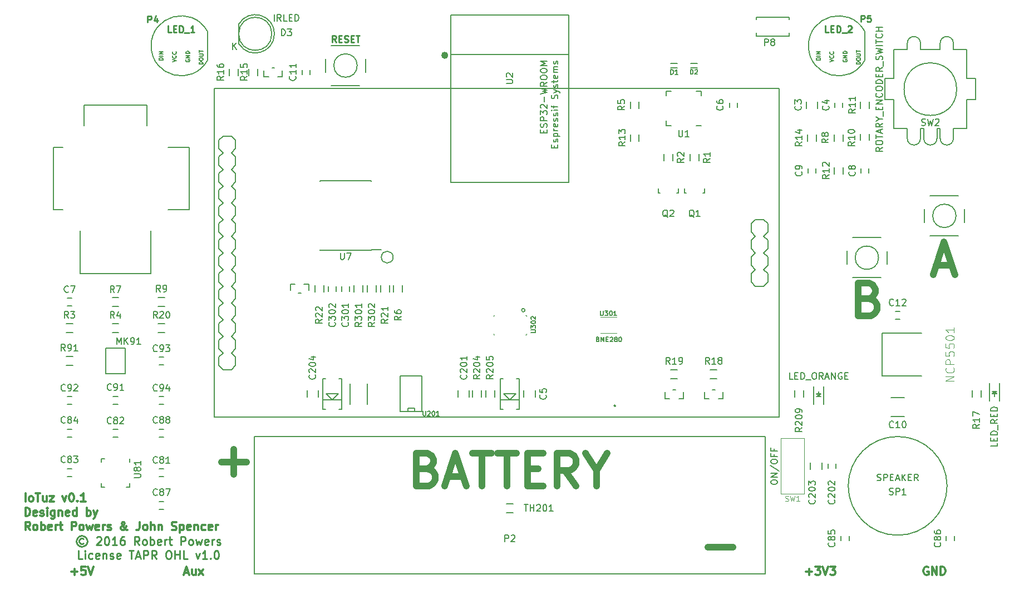
<source format=gto>
G04 #@! TF.FileFunction,Legend,Top*
%FSLAX46Y46*%
G04 Gerber Fmt 4.6, Leading zero omitted, Abs format (unit mm)*
G04 Created by KiCad (PCBNEW 4.0.4+e1-6308~48~ubuntu16.04.1-stable) date Tue Nov 15 10:08:48 2016*
%MOMM*%
%LPD*%
G01*
G04 APERTURE LIST*
%ADD10C,0.500000*%
%ADD11C,0.250000*%
%ADD12C,0.300000*%
%ADD13C,0.150000*%
%ADD14C,0.200660*%
%ADD15C,0.203200*%
%ADD16C,0.127000*%
%ADD17C,0.100000*%
%ADD18C,0.200000*%
%ADD19C,1.000000*%
%ADD20C,0.120000*%
%ADD21C,0.101600*%
G04 APERTURE END LIST*
D10*
D11*
X10119048Y14949405D02*
X10000000Y15008929D01*
X9761905Y15008929D01*
X9642857Y14949405D01*
X9523810Y14830357D01*
X9464286Y14711310D01*
X9464286Y14473214D01*
X9523810Y14354167D01*
X9642857Y14235119D01*
X9761905Y14175595D01*
X10000000Y14175595D01*
X10119048Y14235119D01*
X9880953Y15425595D02*
X9583334Y15366071D01*
X9285714Y15187500D01*
X9107143Y14889881D01*
X9047619Y14592262D01*
X9107143Y14294643D01*
X9285714Y13997024D01*
X9583334Y13818452D01*
X9880953Y13758929D01*
X10178572Y13818452D01*
X10476191Y13997024D01*
X10654762Y14294643D01*
X10714286Y14592262D01*
X10654762Y14889881D01*
X10476191Y15187500D01*
X10178572Y15366071D01*
X9880953Y15425595D01*
X12142857Y15127976D02*
X12202381Y15187500D01*
X12321429Y15247024D01*
X12619048Y15247024D01*
X12738095Y15187500D01*
X12797619Y15127976D01*
X12857143Y15008929D01*
X12857143Y14889881D01*
X12797619Y14711310D01*
X12083333Y13997024D01*
X12857143Y13997024D01*
X13630952Y15247024D02*
X13750000Y15247024D01*
X13869048Y15187500D01*
X13928571Y15127976D01*
X13988095Y15008929D01*
X14047619Y14770833D01*
X14047619Y14473214D01*
X13988095Y14235119D01*
X13928571Y14116071D01*
X13869048Y14056548D01*
X13750000Y13997024D01*
X13630952Y13997024D01*
X13511905Y14056548D01*
X13452381Y14116071D01*
X13392857Y14235119D01*
X13333333Y14473214D01*
X13333333Y14770833D01*
X13392857Y15008929D01*
X13452381Y15127976D01*
X13511905Y15187500D01*
X13630952Y15247024D01*
X15238095Y13997024D02*
X14523809Y13997024D01*
X14880952Y13997024D02*
X14880952Y15247024D01*
X14761904Y15068452D01*
X14642857Y14949405D01*
X14523809Y14889881D01*
X16309523Y15247024D02*
X16071428Y15247024D01*
X15952380Y15187500D01*
X15892857Y15127976D01*
X15773809Y14949405D01*
X15714285Y14711310D01*
X15714285Y14235119D01*
X15773809Y14116071D01*
X15833333Y14056548D01*
X15952380Y13997024D01*
X16190476Y13997024D01*
X16309523Y14056548D01*
X16369047Y14116071D01*
X16428571Y14235119D01*
X16428571Y14532738D01*
X16369047Y14651786D01*
X16309523Y14711310D01*
X16190476Y14770833D01*
X15952380Y14770833D01*
X15833333Y14711310D01*
X15773809Y14651786D01*
X15714285Y14532738D01*
X18630952Y13997024D02*
X18214285Y14592262D01*
X17916666Y13997024D02*
X17916666Y15247024D01*
X18392857Y15247024D01*
X18511904Y15187500D01*
X18571428Y15127976D01*
X18630952Y15008929D01*
X18630952Y14830357D01*
X18571428Y14711310D01*
X18511904Y14651786D01*
X18392857Y14592262D01*
X17916666Y14592262D01*
X19345237Y13997024D02*
X19226190Y14056548D01*
X19166666Y14116071D01*
X19107142Y14235119D01*
X19107142Y14592262D01*
X19166666Y14711310D01*
X19226190Y14770833D01*
X19345237Y14830357D01*
X19523809Y14830357D01*
X19642857Y14770833D01*
X19702380Y14711310D01*
X19761904Y14592262D01*
X19761904Y14235119D01*
X19702380Y14116071D01*
X19642857Y14056548D01*
X19523809Y13997024D01*
X19345237Y13997024D01*
X20297618Y13997024D02*
X20297618Y15247024D01*
X20297618Y14770833D02*
X20416666Y14830357D01*
X20654761Y14830357D01*
X20773809Y14770833D01*
X20833332Y14711310D01*
X20892856Y14592262D01*
X20892856Y14235119D01*
X20833332Y14116071D01*
X20773809Y14056548D01*
X20654761Y13997024D01*
X20416666Y13997024D01*
X20297618Y14056548D01*
X21904761Y14056548D02*
X21785713Y13997024D01*
X21547618Y13997024D01*
X21428570Y14056548D01*
X21369046Y14175595D01*
X21369046Y14651786D01*
X21428570Y14770833D01*
X21547618Y14830357D01*
X21785713Y14830357D01*
X21904761Y14770833D01*
X21964284Y14651786D01*
X21964284Y14532738D01*
X21369046Y14413690D01*
X22499999Y13997024D02*
X22499999Y14830357D01*
X22499999Y14592262D02*
X22559523Y14711310D01*
X22619047Y14770833D01*
X22738094Y14830357D01*
X22857142Y14830357D01*
X23095238Y14830357D02*
X23571428Y14830357D01*
X23273809Y15247024D02*
X23273809Y14175595D01*
X23333333Y14056548D01*
X23452380Y13997024D01*
X23571428Y13997024D01*
X24940476Y13997024D02*
X24940476Y15247024D01*
X25416667Y15247024D01*
X25535714Y15187500D01*
X25595238Y15127976D01*
X25654762Y15008929D01*
X25654762Y14830357D01*
X25595238Y14711310D01*
X25535714Y14651786D01*
X25416667Y14592262D01*
X24940476Y14592262D01*
X26369047Y13997024D02*
X26250000Y14056548D01*
X26190476Y14116071D01*
X26130952Y14235119D01*
X26130952Y14592262D01*
X26190476Y14711310D01*
X26250000Y14770833D01*
X26369047Y14830357D01*
X26547619Y14830357D01*
X26666667Y14770833D01*
X26726190Y14711310D01*
X26785714Y14592262D01*
X26785714Y14235119D01*
X26726190Y14116071D01*
X26666667Y14056548D01*
X26547619Y13997024D01*
X26369047Y13997024D01*
X27202380Y14830357D02*
X27440476Y13997024D01*
X27678571Y14592262D01*
X27916666Y13997024D01*
X28154761Y14830357D01*
X29107143Y14056548D02*
X28988095Y13997024D01*
X28750000Y13997024D01*
X28630952Y14056548D01*
X28571428Y14175595D01*
X28571428Y14651786D01*
X28630952Y14770833D01*
X28750000Y14830357D01*
X28988095Y14830357D01*
X29107143Y14770833D01*
X29166666Y14651786D01*
X29166666Y14532738D01*
X28571428Y14413690D01*
X29702381Y13997024D02*
X29702381Y14830357D01*
X29702381Y14592262D02*
X29761905Y14711310D01*
X29821429Y14770833D01*
X29940476Y14830357D01*
X30059524Y14830357D01*
X30416667Y14056548D02*
X30535715Y13997024D01*
X30773810Y13997024D01*
X30892858Y14056548D01*
X30952382Y14175595D01*
X30952382Y14235119D01*
X30892858Y14354167D01*
X30773810Y14413690D01*
X30595239Y14413690D01*
X30476191Y14473214D01*
X30416667Y14592262D01*
X30416667Y14651786D01*
X30476191Y14770833D01*
X30595239Y14830357D01*
X30773810Y14830357D01*
X30892858Y14770833D01*
X9940475Y11872024D02*
X9345237Y11872024D01*
X9345237Y13122024D01*
X10357142Y11872024D02*
X10357142Y12705357D01*
X10357142Y13122024D02*
X10297618Y13062500D01*
X10357142Y13002976D01*
X10416666Y13062500D01*
X10357142Y13122024D01*
X10357142Y13002976D01*
X11488094Y11931548D02*
X11369047Y11872024D01*
X11130951Y11872024D01*
X11011904Y11931548D01*
X10952380Y11991071D01*
X10892856Y12110119D01*
X10892856Y12467262D01*
X10952380Y12586310D01*
X11011904Y12645833D01*
X11130951Y12705357D01*
X11369047Y12705357D01*
X11488094Y12645833D01*
X12500000Y11931548D02*
X12380952Y11872024D01*
X12142857Y11872024D01*
X12023809Y11931548D01*
X11964285Y12050595D01*
X11964285Y12526786D01*
X12023809Y12645833D01*
X12142857Y12705357D01*
X12380952Y12705357D01*
X12500000Y12645833D01*
X12559523Y12526786D01*
X12559523Y12407738D01*
X11964285Y12288690D01*
X13095238Y12705357D02*
X13095238Y11872024D01*
X13095238Y12586310D02*
X13154762Y12645833D01*
X13273809Y12705357D01*
X13452381Y12705357D01*
X13571429Y12645833D01*
X13630952Y12526786D01*
X13630952Y11872024D01*
X14166666Y11931548D02*
X14285714Y11872024D01*
X14523809Y11872024D01*
X14642857Y11931548D01*
X14702381Y12050595D01*
X14702381Y12110119D01*
X14642857Y12229167D01*
X14523809Y12288690D01*
X14345238Y12288690D01*
X14226190Y12348214D01*
X14166666Y12467262D01*
X14166666Y12526786D01*
X14226190Y12645833D01*
X14345238Y12705357D01*
X14523809Y12705357D01*
X14642857Y12645833D01*
X15714286Y11931548D02*
X15595238Y11872024D01*
X15357143Y11872024D01*
X15238095Y11931548D01*
X15178571Y12050595D01*
X15178571Y12526786D01*
X15238095Y12645833D01*
X15357143Y12705357D01*
X15595238Y12705357D01*
X15714286Y12645833D01*
X15773809Y12526786D01*
X15773809Y12407738D01*
X15178571Y12288690D01*
X17083334Y13122024D02*
X17797619Y13122024D01*
X17440476Y11872024D02*
X17440476Y13122024D01*
X18154762Y12229167D02*
X18750000Y12229167D01*
X18035715Y11872024D02*
X18452381Y13122024D01*
X18869048Y11872024D01*
X19285715Y11872024D02*
X19285715Y13122024D01*
X19761906Y13122024D01*
X19880953Y13062500D01*
X19940477Y13002976D01*
X20000001Y12883929D01*
X20000001Y12705357D01*
X19940477Y12586310D01*
X19880953Y12526786D01*
X19761906Y12467262D01*
X19285715Y12467262D01*
X21250001Y11872024D02*
X20833334Y12467262D01*
X20535715Y11872024D02*
X20535715Y13122024D01*
X21011906Y13122024D01*
X21130953Y13062500D01*
X21190477Y13002976D01*
X21250001Y12883929D01*
X21250001Y12705357D01*
X21190477Y12586310D01*
X21130953Y12526786D01*
X21011906Y12467262D01*
X20535715Y12467262D01*
X22976191Y13122024D02*
X23214287Y13122024D01*
X23333334Y13062500D01*
X23452382Y12943452D01*
X23511906Y12705357D01*
X23511906Y12288690D01*
X23452382Y12050595D01*
X23333334Y11931548D01*
X23214287Y11872024D01*
X22976191Y11872024D01*
X22857144Y11931548D01*
X22738096Y12050595D01*
X22678572Y12288690D01*
X22678572Y12705357D01*
X22738096Y12943452D01*
X22857144Y13062500D01*
X22976191Y13122024D01*
X24047620Y11872024D02*
X24047620Y13122024D01*
X24047620Y12526786D02*
X24761906Y12526786D01*
X24761906Y11872024D02*
X24761906Y13122024D01*
X25952382Y11872024D02*
X25357144Y11872024D01*
X25357144Y13122024D01*
X27202382Y12705357D02*
X27500001Y11872024D01*
X27797621Y12705357D01*
X28928573Y11872024D02*
X28214287Y11872024D01*
X28571430Y11872024D02*
X28571430Y13122024D01*
X28452382Y12943452D01*
X28333335Y12824405D01*
X28214287Y12764881D01*
X29464287Y11991071D02*
X29523811Y11931548D01*
X29464287Y11872024D01*
X29404763Y11931548D01*
X29464287Y11991071D01*
X29464287Y11872024D01*
X30297620Y13122024D02*
X30416668Y13122024D01*
X30535716Y13062500D01*
X30595239Y13002976D01*
X30654763Y12883929D01*
X30714287Y12645833D01*
X30714287Y12348214D01*
X30654763Y12110119D01*
X30595239Y11991071D01*
X30535716Y11931548D01*
X30416668Y11872024D01*
X30297620Y11872024D01*
X30178573Y11931548D01*
X30119049Y11991071D01*
X30059525Y12110119D01*
X30000001Y12348214D01*
X30000001Y12645833D01*
X30059525Y12883929D01*
X30119049Y13002976D01*
X30178573Y13062500D01*
X30297620Y13122024D01*
D12*
X1297619Y20609524D02*
X1297619Y21859524D01*
X2071428Y20609524D02*
X1952381Y20669048D01*
X1892857Y20728571D01*
X1833333Y20847619D01*
X1833333Y21204762D01*
X1892857Y21323810D01*
X1952381Y21383333D01*
X2071428Y21442857D01*
X2250000Y21442857D01*
X2369048Y21383333D01*
X2428571Y21323810D01*
X2488095Y21204762D01*
X2488095Y20847619D01*
X2428571Y20728571D01*
X2369048Y20669048D01*
X2250000Y20609524D01*
X2071428Y20609524D01*
X2845238Y21859524D02*
X3559523Y21859524D01*
X3202380Y20609524D02*
X3202380Y21859524D01*
X4511904Y21442857D02*
X4511904Y20609524D01*
X3976190Y21442857D02*
X3976190Y20788095D01*
X4035714Y20669048D01*
X4154761Y20609524D01*
X4333333Y20609524D01*
X4452381Y20669048D01*
X4511904Y20728571D01*
X4988094Y21442857D02*
X5642856Y21442857D01*
X4988094Y20609524D01*
X5642856Y20609524D01*
X6952380Y21442857D02*
X7249999Y20609524D01*
X7547619Y21442857D01*
X8261904Y21859524D02*
X8380952Y21859524D01*
X8500000Y21800000D01*
X8559523Y21740476D01*
X8619047Y21621429D01*
X8678571Y21383333D01*
X8678571Y21085714D01*
X8619047Y20847619D01*
X8559523Y20728571D01*
X8500000Y20669048D01*
X8380952Y20609524D01*
X8261904Y20609524D01*
X8142857Y20669048D01*
X8083333Y20728571D01*
X8023809Y20847619D01*
X7964285Y21085714D01*
X7964285Y21383333D01*
X8023809Y21621429D01*
X8083333Y21740476D01*
X8142857Y21800000D01*
X8261904Y21859524D01*
X9214285Y20728571D02*
X9273809Y20669048D01*
X9214285Y20609524D01*
X9154761Y20669048D01*
X9214285Y20728571D01*
X9214285Y20609524D01*
X10464285Y20609524D02*
X9749999Y20609524D01*
X10107142Y20609524D02*
X10107142Y21859524D01*
X9988094Y21680952D01*
X9869047Y21561905D01*
X9749999Y21502381D01*
X1297619Y18434524D02*
X1297619Y19684524D01*
X1595238Y19684524D01*
X1773810Y19625000D01*
X1892857Y19505952D01*
X1952381Y19386905D01*
X2011905Y19148810D01*
X2011905Y18970238D01*
X1952381Y18732143D01*
X1892857Y18613095D01*
X1773810Y18494048D01*
X1595238Y18434524D01*
X1297619Y18434524D01*
X3023810Y18494048D02*
X2904762Y18434524D01*
X2666667Y18434524D01*
X2547619Y18494048D01*
X2488095Y18613095D01*
X2488095Y19089286D01*
X2547619Y19208333D01*
X2666667Y19267857D01*
X2904762Y19267857D01*
X3023810Y19208333D01*
X3083333Y19089286D01*
X3083333Y18970238D01*
X2488095Y18851190D01*
X3559524Y18494048D02*
X3678572Y18434524D01*
X3916667Y18434524D01*
X4035715Y18494048D01*
X4095239Y18613095D01*
X4095239Y18672619D01*
X4035715Y18791667D01*
X3916667Y18851190D01*
X3738096Y18851190D01*
X3619048Y18910714D01*
X3559524Y19029762D01*
X3559524Y19089286D01*
X3619048Y19208333D01*
X3738096Y19267857D01*
X3916667Y19267857D01*
X4035715Y19208333D01*
X4630953Y18434524D02*
X4630953Y19267857D01*
X4630953Y19684524D02*
X4571429Y19625000D01*
X4630953Y19565476D01*
X4690477Y19625000D01*
X4630953Y19684524D01*
X4630953Y19565476D01*
X5761905Y19267857D02*
X5761905Y18255952D01*
X5702382Y18136905D01*
X5642858Y18077381D01*
X5523810Y18017857D01*
X5345239Y18017857D01*
X5226191Y18077381D01*
X5761905Y18494048D02*
X5642858Y18434524D01*
X5404762Y18434524D01*
X5285715Y18494048D01*
X5226191Y18553571D01*
X5166667Y18672619D01*
X5166667Y19029762D01*
X5226191Y19148810D01*
X5285715Y19208333D01*
X5404762Y19267857D01*
X5642858Y19267857D01*
X5761905Y19208333D01*
X6357143Y19267857D02*
X6357143Y18434524D01*
X6357143Y19148810D02*
X6416667Y19208333D01*
X6535714Y19267857D01*
X6714286Y19267857D01*
X6833334Y19208333D01*
X6892857Y19089286D01*
X6892857Y18434524D01*
X7964286Y18494048D02*
X7845238Y18434524D01*
X7607143Y18434524D01*
X7488095Y18494048D01*
X7428571Y18613095D01*
X7428571Y19089286D01*
X7488095Y19208333D01*
X7607143Y19267857D01*
X7845238Y19267857D01*
X7964286Y19208333D01*
X8023809Y19089286D01*
X8023809Y18970238D01*
X7428571Y18851190D01*
X9095238Y18434524D02*
X9095238Y19684524D01*
X9095238Y18494048D02*
X8976191Y18434524D01*
X8738095Y18434524D01*
X8619048Y18494048D01*
X8559524Y18553571D01*
X8500000Y18672619D01*
X8500000Y19029762D01*
X8559524Y19148810D01*
X8619048Y19208333D01*
X8738095Y19267857D01*
X8976191Y19267857D01*
X9095238Y19208333D01*
X10642857Y18434524D02*
X10642857Y19684524D01*
X10642857Y19208333D02*
X10761905Y19267857D01*
X11000000Y19267857D01*
X11119048Y19208333D01*
X11178571Y19148810D01*
X11238095Y19029762D01*
X11238095Y18672619D01*
X11178571Y18553571D01*
X11119048Y18494048D01*
X11000000Y18434524D01*
X10761905Y18434524D01*
X10642857Y18494048D01*
X11654761Y19267857D02*
X11952380Y18434524D01*
X12250000Y19267857D02*
X11952380Y18434524D01*
X11833333Y18136905D01*
X11773809Y18077381D01*
X11654761Y18017857D01*
X2011905Y16259524D02*
X1595238Y16854762D01*
X1297619Y16259524D02*
X1297619Y17509524D01*
X1773810Y17509524D01*
X1892857Y17450000D01*
X1952381Y17390476D01*
X2011905Y17271429D01*
X2011905Y17092857D01*
X1952381Y16973810D01*
X1892857Y16914286D01*
X1773810Y16854762D01*
X1297619Y16854762D01*
X2726190Y16259524D02*
X2607143Y16319048D01*
X2547619Y16378571D01*
X2488095Y16497619D01*
X2488095Y16854762D01*
X2547619Y16973810D01*
X2607143Y17033333D01*
X2726190Y17092857D01*
X2904762Y17092857D01*
X3023810Y17033333D01*
X3083333Y16973810D01*
X3142857Y16854762D01*
X3142857Y16497619D01*
X3083333Y16378571D01*
X3023810Y16319048D01*
X2904762Y16259524D01*
X2726190Y16259524D01*
X3678571Y16259524D02*
X3678571Y17509524D01*
X3678571Y17033333D02*
X3797619Y17092857D01*
X4035714Y17092857D01*
X4154762Y17033333D01*
X4214285Y16973810D01*
X4273809Y16854762D01*
X4273809Y16497619D01*
X4214285Y16378571D01*
X4154762Y16319048D01*
X4035714Y16259524D01*
X3797619Y16259524D01*
X3678571Y16319048D01*
X5285714Y16319048D02*
X5166666Y16259524D01*
X4928571Y16259524D01*
X4809523Y16319048D01*
X4749999Y16438095D01*
X4749999Y16914286D01*
X4809523Y17033333D01*
X4928571Y17092857D01*
X5166666Y17092857D01*
X5285714Y17033333D01*
X5345237Y16914286D01*
X5345237Y16795238D01*
X4749999Y16676190D01*
X5880952Y16259524D02*
X5880952Y17092857D01*
X5880952Y16854762D02*
X5940476Y16973810D01*
X6000000Y17033333D01*
X6119047Y17092857D01*
X6238095Y17092857D01*
X6476191Y17092857D02*
X6952381Y17092857D01*
X6654762Y17509524D02*
X6654762Y16438095D01*
X6714286Y16319048D01*
X6833333Y16259524D01*
X6952381Y16259524D01*
X8321429Y16259524D02*
X8321429Y17509524D01*
X8797620Y17509524D01*
X8916667Y17450000D01*
X8976191Y17390476D01*
X9035715Y17271429D01*
X9035715Y17092857D01*
X8976191Y16973810D01*
X8916667Y16914286D01*
X8797620Y16854762D01*
X8321429Y16854762D01*
X9750000Y16259524D02*
X9630953Y16319048D01*
X9571429Y16378571D01*
X9511905Y16497619D01*
X9511905Y16854762D01*
X9571429Y16973810D01*
X9630953Y17033333D01*
X9750000Y17092857D01*
X9928572Y17092857D01*
X10047620Y17033333D01*
X10107143Y16973810D01*
X10166667Y16854762D01*
X10166667Y16497619D01*
X10107143Y16378571D01*
X10047620Y16319048D01*
X9928572Y16259524D01*
X9750000Y16259524D01*
X10583333Y17092857D02*
X10821429Y16259524D01*
X11059524Y16854762D01*
X11297619Y16259524D01*
X11535714Y17092857D01*
X12488096Y16319048D02*
X12369048Y16259524D01*
X12130953Y16259524D01*
X12011905Y16319048D01*
X11952381Y16438095D01*
X11952381Y16914286D01*
X12011905Y17033333D01*
X12130953Y17092857D01*
X12369048Y17092857D01*
X12488096Y17033333D01*
X12547619Y16914286D01*
X12547619Y16795238D01*
X11952381Y16676190D01*
X13083334Y16259524D02*
X13083334Y17092857D01*
X13083334Y16854762D02*
X13142858Y16973810D01*
X13202382Y17033333D01*
X13321429Y17092857D01*
X13440477Y17092857D01*
X13797620Y16319048D02*
X13916668Y16259524D01*
X14154763Y16259524D01*
X14273811Y16319048D01*
X14333335Y16438095D01*
X14333335Y16497619D01*
X14273811Y16616667D01*
X14154763Y16676190D01*
X13976192Y16676190D01*
X13857144Y16735714D01*
X13797620Y16854762D01*
X13797620Y16914286D01*
X13857144Y17033333D01*
X13976192Y17092857D01*
X14154763Y17092857D01*
X14273811Y17033333D01*
X16833335Y16259524D02*
X16773811Y16259524D01*
X16654763Y16319048D01*
X16476192Y16497619D01*
X16178573Y16854762D01*
X16059525Y17033333D01*
X16000001Y17211905D01*
X16000001Y17330952D01*
X16059525Y17450000D01*
X16178573Y17509524D01*
X16238097Y17509524D01*
X16357144Y17450000D01*
X16416668Y17330952D01*
X16416668Y17271429D01*
X16357144Y17152381D01*
X16297621Y17092857D01*
X15940478Y16854762D01*
X15880954Y16795238D01*
X15821430Y16676190D01*
X15821430Y16497619D01*
X15880954Y16378571D01*
X15940478Y16319048D01*
X16059525Y16259524D01*
X16238097Y16259524D01*
X16357144Y16319048D01*
X16416668Y16378571D01*
X16595240Y16616667D01*
X16654763Y16795238D01*
X16654763Y16914286D01*
X18678573Y17509524D02*
X18678573Y16616667D01*
X18619049Y16438095D01*
X18500001Y16319048D01*
X18321430Y16259524D01*
X18202382Y16259524D01*
X19452382Y16259524D02*
X19333335Y16319048D01*
X19273811Y16378571D01*
X19214287Y16497619D01*
X19214287Y16854762D01*
X19273811Y16973810D01*
X19333335Y17033333D01*
X19452382Y17092857D01*
X19630954Y17092857D01*
X19750002Y17033333D01*
X19809525Y16973810D01*
X19869049Y16854762D01*
X19869049Y16497619D01*
X19809525Y16378571D01*
X19750002Y16319048D01*
X19630954Y16259524D01*
X19452382Y16259524D01*
X20404763Y16259524D02*
X20404763Y17509524D01*
X20940477Y16259524D02*
X20940477Y16914286D01*
X20880954Y17033333D01*
X20761906Y17092857D01*
X20583334Y17092857D01*
X20464287Y17033333D01*
X20404763Y16973810D01*
X21535715Y17092857D02*
X21535715Y16259524D01*
X21535715Y16973810D02*
X21595239Y17033333D01*
X21714286Y17092857D01*
X21892858Y17092857D01*
X22011906Y17033333D01*
X22071429Y16914286D01*
X22071429Y16259524D01*
X23559524Y16319048D02*
X23738096Y16259524D01*
X24035715Y16259524D01*
X24154762Y16319048D01*
X24214286Y16378571D01*
X24273810Y16497619D01*
X24273810Y16616667D01*
X24214286Y16735714D01*
X24154762Y16795238D01*
X24035715Y16854762D01*
X23797619Y16914286D01*
X23678572Y16973810D01*
X23619048Y17033333D01*
X23559524Y17152381D01*
X23559524Y17271429D01*
X23619048Y17390476D01*
X23678572Y17450000D01*
X23797619Y17509524D01*
X24095239Y17509524D01*
X24273810Y17450000D01*
X24809524Y17092857D02*
X24809524Y15842857D01*
X24809524Y17033333D02*
X24928572Y17092857D01*
X25166667Y17092857D01*
X25285715Y17033333D01*
X25345238Y16973810D01*
X25404762Y16854762D01*
X25404762Y16497619D01*
X25345238Y16378571D01*
X25285715Y16319048D01*
X25166667Y16259524D01*
X24928572Y16259524D01*
X24809524Y16319048D01*
X26416667Y16319048D02*
X26297619Y16259524D01*
X26059524Y16259524D01*
X25940476Y16319048D01*
X25880952Y16438095D01*
X25880952Y16914286D01*
X25940476Y17033333D01*
X26059524Y17092857D01*
X26297619Y17092857D01*
X26416667Y17033333D01*
X26476190Y16914286D01*
X26476190Y16795238D01*
X25880952Y16676190D01*
X27011905Y17092857D02*
X27011905Y16259524D01*
X27011905Y16973810D02*
X27071429Y17033333D01*
X27190476Y17092857D01*
X27369048Y17092857D01*
X27488096Y17033333D01*
X27547619Y16914286D01*
X27547619Y16259524D01*
X28678571Y16319048D02*
X28559524Y16259524D01*
X28321428Y16259524D01*
X28202381Y16319048D01*
X28142857Y16378571D01*
X28083333Y16497619D01*
X28083333Y16854762D01*
X28142857Y16973810D01*
X28202381Y17033333D01*
X28321428Y17092857D01*
X28559524Y17092857D01*
X28678571Y17033333D01*
X29690477Y16319048D02*
X29571429Y16259524D01*
X29333334Y16259524D01*
X29214286Y16319048D01*
X29154762Y16438095D01*
X29154762Y16914286D01*
X29214286Y17033333D01*
X29333334Y17092857D01*
X29571429Y17092857D01*
X29690477Y17033333D01*
X29750000Y16914286D01*
X29750000Y16795238D01*
X29154762Y16676190D01*
X30285715Y16259524D02*
X30285715Y17092857D01*
X30285715Y16854762D02*
X30345239Y16973810D01*
X30404763Y17033333D01*
X30523810Y17092857D01*
X30642858Y17092857D01*
X138647619Y10625000D02*
X138528571Y10684524D01*
X138350000Y10684524D01*
X138171428Y10625000D01*
X138052381Y10505952D01*
X137992857Y10386905D01*
X137933333Y10148810D01*
X137933333Y9970238D01*
X137992857Y9732143D01*
X138052381Y9613095D01*
X138171428Y9494048D01*
X138350000Y9434524D01*
X138469048Y9434524D01*
X138647619Y9494048D01*
X138707143Y9553571D01*
X138707143Y9970238D01*
X138469048Y9970238D01*
X139242857Y9434524D02*
X139242857Y10684524D01*
X139957143Y9434524D01*
X139957143Y10684524D01*
X140552381Y9434524D02*
X140552381Y10684524D01*
X140850000Y10684524D01*
X141028572Y10625000D01*
X141147619Y10505952D01*
X141207143Y10386905D01*
X141266667Y10148810D01*
X141266667Y9970238D01*
X141207143Y9732143D01*
X141147619Y9613095D01*
X141028572Y9494048D01*
X140850000Y9434524D01*
X140552381Y9434524D01*
X120047619Y9910714D02*
X121000000Y9910714D01*
X120523810Y9434524D02*
X120523810Y10386905D01*
X121476190Y10684524D02*
X122250000Y10684524D01*
X121833333Y10208333D01*
X122011905Y10208333D01*
X122130952Y10148810D01*
X122190476Y10089286D01*
X122250000Y9970238D01*
X122250000Y9672619D01*
X122190476Y9553571D01*
X122130952Y9494048D01*
X122011905Y9434524D01*
X121654762Y9434524D01*
X121535714Y9494048D01*
X121476190Y9553571D01*
X122607143Y10684524D02*
X123023809Y9434524D01*
X123440476Y10684524D01*
X123738095Y10684524D02*
X124511905Y10684524D01*
X124095238Y10208333D01*
X124273810Y10208333D01*
X124392857Y10148810D01*
X124452381Y10089286D01*
X124511905Y9970238D01*
X124511905Y9672619D01*
X124452381Y9553571D01*
X124392857Y9494048D01*
X124273810Y9434524D01*
X123916667Y9434524D01*
X123797619Y9494048D01*
X123738095Y9553571D01*
X25530952Y9791667D02*
X26126190Y9791667D01*
X25411905Y9434524D02*
X25828571Y10684524D01*
X26245238Y9434524D01*
X27197619Y10267857D02*
X27197619Y9434524D01*
X26661905Y10267857D02*
X26661905Y9613095D01*
X26721429Y9494048D01*
X26840476Y9434524D01*
X27019048Y9434524D01*
X27138096Y9494048D01*
X27197619Y9553571D01*
X27673809Y9434524D02*
X28328571Y10267857D01*
X27673809Y10267857D02*
X28328571Y9434524D01*
X8292857Y9910714D02*
X9245238Y9910714D01*
X8769048Y9434524D02*
X8769048Y10386905D01*
X10435714Y10684524D02*
X9840476Y10684524D01*
X9780952Y10089286D01*
X9840476Y10148810D01*
X9959524Y10208333D01*
X10257143Y10208333D01*
X10376190Y10148810D01*
X10435714Y10089286D01*
X10495238Y9970238D01*
X10495238Y9672619D01*
X10435714Y9553571D01*
X10376190Y9494048D01*
X10257143Y9434524D01*
X9959524Y9434524D01*
X9840476Y9494048D01*
X9780952Y9553571D01*
X10852381Y10684524D02*
X11269047Y9434524D01*
X11685714Y10684524D01*
D13*
X124400000Y80650000D02*
X124400000Y81350000D01*
X125600000Y81350000D02*
X125600000Y80650000D01*
X109600000Y81350000D02*
X109600000Y80650000D01*
X108400000Y80650000D02*
X108400000Y81350000D01*
X7650000Y51600000D02*
X8350000Y51600000D01*
X8350000Y50400000D02*
X7650000Y50400000D01*
X128400000Y70650000D02*
X128400000Y71350000D01*
X129600000Y71350000D02*
X129600000Y70650000D01*
X121600000Y71350000D02*
X121600000Y70650000D01*
X120400000Y70650000D02*
X120400000Y71350000D01*
X44600000Y86350000D02*
X44600000Y85650000D01*
X43400000Y85650000D02*
X43400000Y86350000D01*
D14*
X48000000Y36100840D02*
X47050040Y37050800D01*
X47050040Y37050800D02*
X48949960Y37050800D01*
X48000000Y36100840D02*
X48949960Y37050800D01*
X49450340Y36100840D02*
X46549660Y36100840D01*
X46549660Y39301240D02*
X46999240Y39301240D01*
X46549660Y39301240D02*
X46549660Y34698760D01*
X46549660Y34698760D02*
X46999240Y34698760D01*
X49450340Y39301240D02*
X49000760Y39301240D01*
X49450340Y39301240D02*
X49450340Y34698760D01*
X49450340Y34698760D02*
X49000760Y34698760D01*
X75000000Y36100840D02*
X74050040Y37050800D01*
X74050040Y37050800D02*
X75949960Y37050800D01*
X75000000Y36100840D02*
X75949960Y37050800D01*
X76450340Y36100840D02*
X73549660Y36100840D01*
X73549660Y39301240D02*
X73999240Y39301240D01*
X73549660Y39301240D02*
X73549660Y34698760D01*
X73549660Y34698760D02*
X73999240Y34698760D01*
X76450340Y39301240D02*
X76000760Y39301240D01*
X76450340Y39301240D02*
X76450340Y34698760D01*
X76450340Y34698760D02*
X76000760Y34698760D01*
D15*
X50702060Y35402340D02*
X50702060Y38597660D01*
X53297940Y35402340D02*
X53297940Y38597660D01*
D14*
X106200660Y37650240D02*
X105799340Y37650240D01*
X104600460Y36298960D02*
X104600460Y37248920D01*
X104600460Y36298960D02*
X105298960Y36298960D01*
X107399540Y36298960D02*
X106701040Y36298960D01*
X107399540Y36298960D02*
X107399540Y37248920D01*
X100200660Y37650240D02*
X99799340Y37650240D01*
X98600460Y36298960D02*
X98600460Y37248920D01*
X98600460Y36298960D02*
X99298960Y36298960D01*
X101399540Y36298960D02*
X100701040Y36298960D01*
X101399540Y36298960D02*
X101399540Y37248920D01*
D13*
X102444000Y72500000D02*
X102444000Y73500000D01*
X103794000Y73500000D02*
X103794000Y72500000D01*
X98444000Y72500000D02*
X98444000Y73500000D01*
X99794000Y73500000D02*
X99794000Y72500000D01*
X8500000Y46325000D02*
X7500000Y46325000D01*
X7500000Y47675000D02*
X8500000Y47675000D01*
X14500000Y47675000D02*
X15500000Y47675000D01*
X15500000Y46325000D02*
X14500000Y46325000D01*
X93325000Y80500000D02*
X93325000Y81500000D01*
X94675000Y81500000D02*
X94675000Y80500000D01*
X57325000Y52500000D02*
X57325000Y53500000D01*
X58675000Y53500000D02*
X58675000Y52500000D01*
X15500000Y50325000D02*
X14500000Y50325000D01*
X14500000Y51675000D02*
X15500000Y51675000D01*
X124325000Y75500000D02*
X124325000Y76500000D01*
X125675000Y76500000D02*
X125675000Y75500000D01*
X128325000Y75600000D02*
X128325000Y76600000D01*
X129675000Y76600000D02*
X129675000Y75600000D01*
X129675000Y81500000D02*
X129675000Y80500000D01*
X128325000Y80500000D02*
X128325000Y81500000D01*
X125675000Y71500000D02*
X125675000Y70500000D01*
X124325000Y70500000D02*
X124325000Y71500000D01*
X94675000Y76500000D02*
X94675000Y75500000D01*
X93325000Y75500000D02*
X93325000Y76500000D01*
X120325000Y75500000D02*
X120325000Y76500000D01*
X121675000Y76500000D02*
X121675000Y75500000D01*
X105500000Y40675000D02*
X106500000Y40675000D01*
X106500000Y39325000D02*
X105500000Y39325000D01*
X100500000Y39325000D02*
X99500000Y39325000D01*
X99500000Y40675000D02*
X100500000Y40675000D01*
X70675000Y37500000D02*
X70675000Y36500000D01*
X69325000Y36500000D02*
X69325000Y37500000D01*
X71325000Y36500000D02*
X71325000Y37500000D01*
X72675000Y37500000D02*
X72675000Y36500000D01*
D15*
X52159000Y90048000D02*
X47841000Y90048000D01*
X47841000Y83952000D02*
X52159000Y83952000D01*
X53048000Y87995680D02*
X53048000Y85984000D01*
X46952000Y88026160D02*
X46952000Y85984000D01*
X51778000Y87000000D02*
G75*
G03X51778000Y87000000I-1778000J0D01*
G01*
D13*
X98825000Y77875000D02*
X98825000Y78625000D01*
X104075000Y83125000D02*
X104075000Y82375000D01*
X98825000Y83125000D02*
X98825000Y82375000D01*
X104075000Y77875000D02*
X103325000Y77875000D01*
X104075000Y83125000D02*
X103325000Y83125000D01*
X98825000Y83125000D02*
X99575000Y83125000D01*
X98825000Y77875000D02*
X99575000Y77875000D01*
D10*
X65377981Y88554000D02*
G75*
G03X65377981Y88554000I-283981J0D01*
G01*
D13*
X84000000Y88700000D02*
X66000000Y88700000D01*
X66000000Y94700000D02*
X66000000Y69200000D01*
X84000000Y94700000D02*
X84000000Y69200000D01*
X84000000Y69200000D02*
X66000000Y69200000D01*
X84000000Y94700000D02*
X66000000Y94700000D01*
D16*
X61651000Y39700020D02*
X61651000Y34350780D01*
X58349000Y34350780D02*
X58349000Y39700020D01*
X58349000Y39700020D02*
X61651000Y39700020D01*
X58349000Y34350780D02*
X61651000Y34350780D01*
X59492000Y34400000D02*
X59492000Y34841000D01*
X59492000Y34841000D02*
X60508000Y34841000D01*
X60508000Y34841000D02*
X60508000Y34400000D01*
D15*
X91132840Y35196600D02*
G75*
G03X91132840Y35196600I-142240J0D01*
G01*
D14*
X28965757Y92261678D02*
G75*
G03X29000500Y87800360I-3965757J-2261678D01*
G01*
X29000500Y87800360D02*
X29000500Y92199640D01*
X128965757Y92261678D02*
G75*
G03X129000500Y87800360I-3965757J-2261678D01*
G01*
X129000500Y87800360D02*
X129000500Y92199640D01*
D13*
X36150000Y30500000D02*
X113850000Y30500000D01*
X113850000Y30500000D02*
X113850000Y9600000D01*
X113850000Y9600000D02*
X36150000Y9600000D01*
X36150000Y30500000D02*
X36150000Y9600000D01*
X122750000Y35400000D02*
X122750000Y38100000D01*
X121250000Y35400000D02*
X121250000Y38100000D01*
X122150000Y36900000D02*
X121900000Y36900000D01*
X121900000Y36900000D02*
X122050000Y36750000D01*
X121650000Y36650000D02*
X122350000Y36650000D01*
X122000000Y37000000D02*
X122000000Y37350000D01*
X122000000Y36650000D02*
X121650000Y37000000D01*
X121650000Y37000000D02*
X122350000Y37000000D01*
X122350000Y37000000D02*
X122000000Y36650000D01*
X104618820Y68316300D02*
X104618820Y67615260D01*
X104618820Y67615260D02*
X104369900Y67615260D01*
X101819840Y67615260D02*
X101619180Y67615260D01*
X101619180Y67615260D02*
X101619180Y68316300D01*
X100618820Y68316300D02*
X100618820Y67615260D01*
X100618820Y67615260D02*
X100369900Y67615260D01*
X97819840Y67615260D02*
X97619180Y67615260D01*
X97619180Y67615260D02*
X97619180Y68316300D01*
X50600000Y53350000D02*
X50600000Y52650000D01*
X49400000Y52650000D02*
X49400000Y53350000D01*
X48600000Y53350000D02*
X48600000Y52650000D01*
X47400000Y52650000D02*
X47400000Y53350000D01*
X99500000Y87325000D02*
X100500000Y87325000D01*
X100500000Y86675000D02*
X99500000Y86675000D01*
X103500000Y86675000D02*
X102500000Y86675000D01*
X102500000Y87325000D02*
X103500000Y87325000D01*
X52675000Y53500000D02*
X52675000Y52500000D01*
X51325000Y52500000D02*
X51325000Y53500000D01*
X54675000Y53500000D02*
X54675000Y52500000D01*
X53325000Y52500000D02*
X53325000Y53500000D01*
D15*
X143269000Y67160400D02*
X138951000Y67160400D01*
X138951000Y61064400D02*
X143269000Y61064400D01*
X144158000Y65108080D02*
X144158000Y63096400D01*
X138062000Y65138560D02*
X138062000Y63096400D01*
X142888000Y64112400D02*
G75*
G03X142888000Y64112400I-1778000J0D01*
G01*
X131478000Y60790100D02*
X127160000Y60790100D01*
X127160000Y54694100D02*
X131478000Y54694100D01*
X132367000Y58737780D02*
X132367000Y56726100D01*
X126271000Y58768260D02*
X126271000Y56726100D01*
X131097000Y57742100D02*
G75*
G03X131097000Y57742100I-1778000J0D01*
G01*
D17*
X88350000Y46450000D02*
G75*
G03X88350000Y46450000I-50000J0D01*
G01*
X91250000Y46250000D02*
X88750000Y46250000D01*
X91250000Y48750000D02*
X88750000Y48750000D01*
X72500000Y49000000D02*
X72500000Y48800000D01*
X72600000Y49000000D02*
X72500000Y49000000D01*
X72500000Y46000000D02*
X72500000Y46200000D01*
X72600000Y46000000D02*
X72500000Y46000000D01*
X77500000Y46000000D02*
X77500000Y46200000D01*
X77400000Y46000000D02*
X77500000Y46000000D01*
X77500000Y49000000D02*
X77500000Y48800000D01*
X77400000Y49000000D02*
X77500000Y49000000D01*
D18*
X77304951Y49750000D02*
G75*
G03X77304951Y49750000I-254951J0D01*
G01*
D13*
X123400000Y25650000D02*
X123400000Y26350000D01*
X124600000Y26350000D02*
X124600000Y25650000D01*
D17*
X119750000Y21750000D02*
X116250000Y21750000D01*
X119750000Y30250000D02*
X119750000Y21750000D01*
X116250000Y30250000D02*
X119750000Y30250000D01*
X116250000Y21750000D02*
X116250000Y30250000D01*
D13*
X74500000Y20275000D02*
X75500000Y20275000D01*
X75500000Y18925000D02*
X74500000Y18925000D01*
X139975000Y77400000D02*
X140475000Y77400000D01*
X137475000Y77400000D02*
X137975000Y77400000D01*
X133425000Y77400000D02*
X135475000Y77400000D01*
X142475000Y75900000D02*
X142475000Y77400000D01*
X140475000Y75900000D02*
X140475000Y77400000D01*
X139975000Y75900000D02*
X139975000Y77400000D01*
X137975000Y75900000D02*
X137975000Y77400000D01*
X137475000Y75900000D02*
X137475000Y77400000D01*
X135475000Y75900000D02*
X135475000Y77400000D01*
X140475000Y75900000D02*
G75*
G03X142475000Y75900000I1000000J0D01*
G01*
X137975000Y75900000D02*
G75*
G03X139975000Y75900000I1000000J0D01*
G01*
X135475000Y75900000D02*
G75*
G03X137475000Y75900000I1000000J0D01*
G01*
X142975000Y83400000D02*
G75*
G03X142975000Y83400000I-4000000J0D01*
G01*
X144525000Y81800000D02*
X144525000Y77400000D01*
X144525000Y85000000D02*
X145875000Y85000000D01*
X145875000Y85000000D02*
X145875000Y81800000D01*
X145875000Y81800000D02*
X144525000Y81800000D01*
X133425000Y81800000D02*
X133425000Y77400000D01*
X133425000Y85000000D02*
X132075000Y85000000D01*
X132075000Y85000000D02*
X132075000Y81800000D01*
X132075000Y81800000D02*
X133425000Y81800000D01*
X142475000Y89400000D02*
X144525000Y89400000D01*
X137475000Y89400000D02*
X140475000Y89400000D01*
X133425000Y89400000D02*
X135475000Y89400000D01*
X142475000Y90400000D02*
X142475000Y89400000D01*
X140475000Y90400000D02*
X140475000Y89400000D01*
X137475000Y90400000D02*
X137475000Y89400000D01*
X135475000Y90400000D02*
X135475000Y89400000D01*
X142475000Y90400000D02*
G75*
G03X140475000Y90400000I-1000000J0D01*
G01*
X137475000Y90400000D02*
G75*
G03X135475000Y90400000I-1000000J0D01*
G01*
X144525000Y89400000D02*
X144525000Y85000000D01*
X144525000Y77400000D02*
X142475000Y77400000D01*
X133425000Y85000000D02*
X133425000Y89400000D01*
X7000000Y65050000D02*
X5550000Y65050000D01*
X5550000Y65050000D02*
X5550000Y74550000D01*
X5550000Y74550000D02*
X7000000Y74550000D01*
X23000000Y65050000D02*
X26250000Y65050000D01*
X26250000Y65050000D02*
X26250000Y74550000D01*
X26250000Y74550000D02*
X23000000Y74550000D01*
X19750000Y77800000D02*
X19750000Y81000000D01*
X19750000Y81000000D02*
X10250000Y81000000D01*
X10250000Y81000000D02*
X10250000Y77800000D01*
X9600000Y61800000D02*
X9600000Y55300000D01*
X9600000Y55300000D02*
X20400000Y55300000D01*
X20400000Y55300000D02*
X20400000Y61800000D01*
X33785112Y90300096D02*
G75*
G03X33770000Y93325000I2484888J1524904D01*
G01*
X33770000Y90325000D02*
X33770000Y93325000D01*
X38787936Y91825000D02*
G75*
G03X38787936Y91825000I-2517936J0D01*
G01*
X33675000Y86500000D02*
X33675000Y85500000D01*
X32325000Y85500000D02*
X32325000Y86500000D01*
X141516648Y23000000D02*
G75*
G03X141516648Y23000000I-7516648J0D01*
G01*
X147975000Y38600000D02*
X147975000Y35900000D01*
X149475000Y38600000D02*
X149475000Y35900000D01*
X148575000Y37100000D02*
X148825000Y37100000D01*
X148825000Y37100000D02*
X148675000Y37250000D01*
X149075000Y37350000D02*
X148375000Y37350000D01*
X148725000Y37000000D02*
X148725000Y36650000D01*
X148725000Y37350000D02*
X149075000Y37000000D01*
X149075000Y37000000D02*
X148375000Y37000000D01*
X148375000Y37000000D02*
X148725000Y37350000D01*
X146675000Y37500000D02*
X146675000Y36500000D01*
X145325000Y36500000D02*
X145325000Y37500000D01*
X133000000Y33525000D02*
X135000000Y33525000D01*
X135000000Y36475000D02*
X133000000Y36475000D01*
D14*
X39200660Y86649440D02*
X38799340Y86649440D01*
X37600460Y85298160D02*
X37600460Y86248120D01*
X37600460Y85298160D02*
X38298960Y85298160D01*
X40399540Y85298160D02*
X39701040Y85298160D01*
X40399540Y85298160D02*
X40399540Y86248120D01*
D13*
X118325000Y36500000D02*
X118325000Y37500000D01*
X119675000Y37500000D02*
X119675000Y36500000D01*
X21500000Y51675000D02*
X22500000Y51675000D01*
X22500000Y50325000D02*
X21500000Y50325000D01*
X116000000Y33490000D02*
X30000000Y33490000D01*
X116000000Y83490000D02*
X116000000Y33490000D01*
X30000000Y83490000D02*
X116000000Y83490000D01*
X30000000Y83490000D02*
X30000000Y33490000D01*
D15*
X33270000Y60395000D02*
X33270000Y59125000D01*
X33270000Y59125000D02*
X32635000Y58490000D01*
X31365000Y58490000D02*
X30730000Y59125000D01*
X32635000Y63570000D02*
X33270000Y62935000D01*
X33270000Y62935000D02*
X33270000Y61665000D01*
X33270000Y61665000D02*
X32635000Y61030000D01*
X31365000Y61030000D02*
X30730000Y61665000D01*
X30730000Y61665000D02*
X30730000Y62935000D01*
X30730000Y62935000D02*
X31365000Y63570000D01*
X33270000Y60395000D02*
X32635000Y61030000D01*
X31365000Y61030000D02*
X30730000Y60395000D01*
X30730000Y59125000D02*
X30730000Y60395000D01*
X33270000Y68015000D02*
X33270000Y66745000D01*
X33270000Y66745000D02*
X32635000Y66110000D01*
X31365000Y66110000D02*
X30730000Y66745000D01*
X32635000Y66110000D02*
X33270000Y65475000D01*
X33270000Y65475000D02*
X33270000Y64205000D01*
X33270000Y64205000D02*
X32635000Y63570000D01*
X31365000Y63570000D02*
X30730000Y64205000D01*
X30730000Y64205000D02*
X30730000Y65475000D01*
X30730000Y65475000D02*
X31365000Y66110000D01*
X32635000Y71190000D02*
X33270000Y70555000D01*
X33270000Y70555000D02*
X33270000Y69285000D01*
X33270000Y69285000D02*
X32635000Y68650000D01*
X31365000Y68650000D02*
X30730000Y69285000D01*
X30730000Y69285000D02*
X30730000Y70555000D01*
X30730000Y70555000D02*
X31365000Y71190000D01*
X33270000Y68015000D02*
X32635000Y68650000D01*
X31365000Y68650000D02*
X30730000Y68015000D01*
X30730000Y66745000D02*
X30730000Y68015000D01*
X33270000Y75635000D02*
X33270000Y74365000D01*
X33270000Y74365000D02*
X32635000Y73730000D01*
X31365000Y73730000D02*
X30730000Y74365000D01*
X32635000Y73730000D02*
X33270000Y73095000D01*
X33270000Y73095000D02*
X33270000Y71825000D01*
X33270000Y71825000D02*
X32635000Y71190000D01*
X31365000Y71190000D02*
X30730000Y71825000D01*
X30730000Y71825000D02*
X30730000Y73095000D01*
X30730000Y73095000D02*
X31365000Y73730000D01*
X32635000Y76270000D02*
X31365000Y76270000D01*
X33270000Y75635000D02*
X32635000Y76270000D01*
X31365000Y76270000D02*
X30730000Y75635000D01*
X30730000Y74365000D02*
X30730000Y75635000D01*
X33270000Y42615000D02*
X33270000Y41345000D01*
X33270000Y41345000D02*
X32635000Y40710000D01*
X31365000Y40710000D02*
X30730000Y41345000D01*
X32635000Y45790000D02*
X33270000Y45155000D01*
X33270000Y45155000D02*
X33270000Y43885000D01*
X33270000Y43885000D02*
X32635000Y43250000D01*
X31365000Y43250000D02*
X30730000Y43885000D01*
X30730000Y43885000D02*
X30730000Y45155000D01*
X30730000Y45155000D02*
X31365000Y45790000D01*
X33270000Y42615000D02*
X32635000Y43250000D01*
X31365000Y43250000D02*
X30730000Y42615000D01*
X30730000Y41345000D02*
X30730000Y42615000D01*
X33270000Y50235000D02*
X33270000Y48965000D01*
X33270000Y48965000D02*
X32635000Y48330000D01*
X31365000Y48330000D02*
X30730000Y48965000D01*
X32635000Y48330000D02*
X33270000Y47695000D01*
X33270000Y47695000D02*
X33270000Y46425000D01*
X33270000Y46425000D02*
X32635000Y45790000D01*
X31365000Y45790000D02*
X30730000Y46425000D01*
X30730000Y46425000D02*
X30730000Y47695000D01*
X30730000Y47695000D02*
X31365000Y48330000D01*
X32635000Y53410000D02*
X33270000Y52775000D01*
X33270000Y52775000D02*
X33270000Y51505000D01*
X33270000Y51505000D02*
X32635000Y50870000D01*
X31365000Y50870000D02*
X30730000Y51505000D01*
X30730000Y51505000D02*
X30730000Y52775000D01*
X30730000Y52775000D02*
X31365000Y53410000D01*
X33270000Y50235000D02*
X32635000Y50870000D01*
X31365000Y50870000D02*
X30730000Y50235000D01*
X30730000Y48965000D02*
X30730000Y50235000D01*
X33270000Y57855000D02*
X33270000Y56585000D01*
X33270000Y56585000D02*
X32635000Y55950000D01*
X31365000Y55950000D02*
X30730000Y56585000D01*
X32635000Y55950000D02*
X33270000Y55315000D01*
X33270000Y55315000D02*
X33270000Y54045000D01*
X33270000Y54045000D02*
X32635000Y53410000D01*
X31365000Y53410000D02*
X30730000Y54045000D01*
X30730000Y54045000D02*
X30730000Y55315000D01*
X30730000Y55315000D02*
X31365000Y55950000D01*
X33270000Y57855000D02*
X32635000Y58490000D01*
X31365000Y58490000D02*
X30730000Y57855000D01*
X30730000Y56585000D02*
X30730000Y57855000D01*
X32635000Y40710000D02*
X31365000Y40710000D01*
X114270000Y55315000D02*
X114270000Y54045000D01*
X111730000Y54045000D02*
X111730000Y55315000D01*
X114270000Y55315000D02*
X113635000Y55950000D01*
X114270000Y56585000D02*
X113635000Y55950000D01*
X111730000Y56585000D02*
X111730000Y57855000D01*
X112365000Y55950000D02*
X111730000Y56585000D01*
X114270000Y57855000D02*
X114270000Y56585000D01*
X112365000Y55950000D02*
X111730000Y55315000D01*
X111730000Y57855000D02*
X112365000Y58490000D01*
X114270000Y59125000D02*
X113635000Y58490000D01*
X112365000Y58490000D02*
X111730000Y59125000D01*
X112365000Y63570000D02*
X111730000Y62935000D01*
X114270000Y62935000D02*
X113635000Y63570000D01*
X113635000Y58490000D02*
X114270000Y57855000D01*
X113635000Y63570000D02*
X112365000Y63570000D01*
X111730000Y60395000D02*
X112365000Y61030000D01*
X114270000Y62935000D02*
X114270000Y61665000D01*
X114270000Y61665000D02*
X113635000Y61030000D01*
X112365000Y61030000D02*
X111730000Y61665000D01*
X113635000Y61030000D02*
X114270000Y60395000D01*
X114270000Y60395000D02*
X114270000Y59125000D01*
X111730000Y59125000D02*
X111730000Y60395000D01*
X111730000Y61665000D02*
X111730000Y62935000D01*
X114270000Y54045000D02*
X113635000Y53410000D01*
X112365000Y53410000D02*
X111730000Y54045000D01*
X113635000Y53410000D02*
X112365000Y53410000D01*
D13*
X133650000Y49600000D02*
X134350000Y49600000D01*
X134350000Y48400000D02*
X133650000Y48400000D01*
X21500000Y47675000D02*
X22500000Y47675000D01*
X22500000Y46325000D02*
X21500000Y46325000D01*
X55325000Y52500000D02*
X55325000Y53500000D01*
X56675000Y53500000D02*
X56675000Y52500000D01*
D15*
X137620000Y39723400D02*
X131620000Y39723400D01*
X131620000Y39723400D02*
X131620000Y46276600D01*
X131620000Y46276600D02*
X137620000Y46276600D01*
D13*
X57248026Y57825000D02*
G75*
G03X57248026Y57825000I-898026J0D01*
G01*
X53875000Y58850000D02*
X53875000Y58975000D01*
X46125000Y58850000D02*
X46125000Y58975000D01*
X46125000Y69500000D02*
X46125000Y69375000D01*
X53875000Y69500000D02*
X53875000Y69375000D01*
X53875000Y58850000D02*
X46125000Y58850000D01*
X53875000Y69500000D02*
X46125000Y69500000D01*
X53875000Y58975000D02*
X55400000Y58975000D01*
X21650000Y25600000D02*
X22350000Y25600000D01*
X22350000Y24400000D02*
X21650000Y24400000D01*
X14650000Y31600000D02*
X15350000Y31600000D01*
X15350000Y30400000D02*
X14650000Y30400000D01*
X8350000Y24400000D02*
X7650000Y24400000D01*
X7650000Y25600000D02*
X8350000Y25600000D01*
X8350000Y30400000D02*
X7650000Y30400000D01*
X7650000Y31600000D02*
X8350000Y31600000D01*
X125400000Y14650000D02*
X125400000Y15350000D01*
X126600000Y15350000D02*
X126600000Y14650000D01*
X141400000Y14650000D02*
X141400000Y15350000D01*
X142600000Y15350000D02*
X142600000Y14650000D01*
X22350000Y19400000D02*
X21650000Y19400000D01*
X21650000Y20600000D02*
X22350000Y20600000D01*
X22350000Y30400000D02*
X21650000Y30400000D01*
X21650000Y31600000D02*
X22350000Y31600000D01*
X15350000Y35400000D02*
X14650000Y35400000D01*
X14650000Y36600000D02*
X15350000Y36600000D01*
X7650000Y36600000D02*
X8350000Y36600000D01*
X8350000Y35400000D02*
X7650000Y35400000D01*
X21650000Y42600000D02*
X22350000Y42600000D01*
X22350000Y41400000D02*
X21650000Y41400000D01*
X21650000Y36600000D02*
X22350000Y36600000D01*
X22350000Y35400000D02*
X21650000Y35400000D01*
X13500000Y40050000D02*
X13500000Y43950000D01*
X16500000Y40050000D02*
X13500000Y40050000D01*
X16500000Y43950000D02*
X16500000Y40050000D01*
X13500000Y43950000D02*
X16500000Y43950000D01*
X7500000Y42675000D02*
X8500000Y42675000D01*
X8500000Y41325000D02*
X7500000Y41325000D01*
X120150000Y81500000D02*
X120150000Y80500000D01*
X121850000Y80500000D02*
X121850000Y81500000D01*
X78850000Y36500000D02*
X78850000Y37500000D01*
X77150000Y37500000D02*
X77150000Y36500000D01*
X68850000Y36500000D02*
X68850000Y37500000D01*
X67150000Y37500000D02*
X67150000Y36500000D01*
X120750000Y26500000D02*
X120750000Y25500000D01*
X122450000Y25500000D02*
X122450000Y26500000D01*
X44150000Y37500000D02*
X44150000Y36500000D01*
X45850000Y36500000D02*
X45850000Y37500000D01*
X35325000Y85500000D02*
X35325000Y86500000D01*
X36675000Y86500000D02*
X36675000Y85500000D01*
D14*
X42799340Y52349760D02*
X43200660Y52349760D01*
X44399540Y53701040D02*
X44399540Y52751080D01*
X44399540Y53701040D02*
X43701040Y53701040D01*
X41600460Y53701040D02*
X42298960Y53701040D01*
X41600460Y53701040D02*
X41600460Y52751080D01*
D13*
X46675000Y53500000D02*
X46675000Y52500000D01*
X45325000Y52500000D02*
X45325000Y53500000D01*
X17150000Y22850000D02*
X16625000Y22850000D01*
X12850000Y27150000D02*
X13375000Y27150000D01*
X12850000Y22850000D02*
X13375000Y22850000D01*
X17150000Y27150000D02*
X17150000Y26625000D01*
X12850000Y27150000D02*
X12850000Y26625000D01*
X12850000Y22850000D02*
X12850000Y23375000D01*
X17150000Y22850000D02*
X17150000Y23375000D01*
X112500000Y94350000D02*
X112500000Y94000000D01*
X117500000Y94350000D02*
X112500000Y94350000D01*
X117500000Y94000000D02*
X117500000Y94350000D01*
X112500000Y91500000D02*
X112500000Y92000000D01*
X117500000Y91500000D02*
X112500000Y91500000D01*
X117500000Y92000000D02*
X117500000Y91500000D01*
X123457143Y80833334D02*
X123504762Y80785715D01*
X123552381Y80642858D01*
X123552381Y80547620D01*
X123504762Y80404762D01*
X123409524Y80309524D01*
X123314286Y80261905D01*
X123123810Y80214286D01*
X122980952Y80214286D01*
X122790476Y80261905D01*
X122695238Y80309524D01*
X122600000Y80404762D01*
X122552381Y80547620D01*
X122552381Y80642858D01*
X122600000Y80785715D01*
X122647619Y80833334D01*
X122885714Y81690477D02*
X123552381Y81690477D01*
X122504762Y81452381D02*
X123219048Y81214286D01*
X123219048Y81833334D01*
X107357143Y80833334D02*
X107404762Y80785715D01*
X107452381Y80642858D01*
X107452381Y80547620D01*
X107404762Y80404762D01*
X107309524Y80309524D01*
X107214286Y80261905D01*
X107023810Y80214286D01*
X106880952Y80214286D01*
X106690476Y80261905D01*
X106595238Y80309524D01*
X106500000Y80404762D01*
X106452381Y80547620D01*
X106452381Y80642858D01*
X106500000Y80785715D01*
X106547619Y80833334D01*
X106452381Y81690477D02*
X106452381Y81500000D01*
X106500000Y81404762D01*
X106547619Y81357143D01*
X106690476Y81261905D01*
X106880952Y81214286D01*
X107261905Y81214286D01*
X107357143Y81261905D01*
X107404762Y81309524D01*
X107452381Y81404762D01*
X107452381Y81595239D01*
X107404762Y81690477D01*
X107357143Y81738096D01*
X107261905Y81785715D01*
X107023810Y81785715D01*
X106928571Y81738096D01*
X106880952Y81690477D01*
X106833333Y81595239D01*
X106833333Y81404762D01*
X106880952Y81309524D01*
X106928571Y81261905D01*
X107023810Y81214286D01*
X7833334Y52542857D02*
X7785715Y52495238D01*
X7642858Y52447619D01*
X7547620Y52447619D01*
X7404762Y52495238D01*
X7309524Y52590476D01*
X7261905Y52685714D01*
X7214286Y52876190D01*
X7214286Y53019048D01*
X7261905Y53209524D01*
X7309524Y53304762D01*
X7404762Y53400000D01*
X7547620Y53447619D01*
X7642858Y53447619D01*
X7785715Y53400000D01*
X7833334Y53352381D01*
X8166667Y53447619D02*
X8833334Y53447619D01*
X8404762Y52447619D01*
X127457143Y70833334D02*
X127504762Y70785715D01*
X127552381Y70642858D01*
X127552381Y70547620D01*
X127504762Y70404762D01*
X127409524Y70309524D01*
X127314286Y70261905D01*
X127123810Y70214286D01*
X126980952Y70214286D01*
X126790476Y70261905D01*
X126695238Y70309524D01*
X126600000Y70404762D01*
X126552381Y70547620D01*
X126552381Y70642858D01*
X126600000Y70785715D01*
X126647619Y70833334D01*
X126980952Y71404762D02*
X126933333Y71309524D01*
X126885714Y71261905D01*
X126790476Y71214286D01*
X126742857Y71214286D01*
X126647619Y71261905D01*
X126600000Y71309524D01*
X126552381Y71404762D01*
X126552381Y71595239D01*
X126600000Y71690477D01*
X126647619Y71738096D01*
X126742857Y71785715D01*
X126790476Y71785715D01*
X126885714Y71738096D01*
X126933333Y71690477D01*
X126980952Y71595239D01*
X126980952Y71404762D01*
X127028571Y71309524D01*
X127076190Y71261905D01*
X127171429Y71214286D01*
X127361905Y71214286D01*
X127457143Y71261905D01*
X127504762Y71309524D01*
X127552381Y71404762D01*
X127552381Y71595239D01*
X127504762Y71690477D01*
X127457143Y71738096D01*
X127361905Y71785715D01*
X127171429Y71785715D01*
X127076190Y71738096D01*
X127028571Y71690477D01*
X126980952Y71595239D01*
X119357143Y70833334D02*
X119404762Y70785715D01*
X119452381Y70642858D01*
X119452381Y70547620D01*
X119404762Y70404762D01*
X119309524Y70309524D01*
X119214286Y70261905D01*
X119023810Y70214286D01*
X118880952Y70214286D01*
X118690476Y70261905D01*
X118595238Y70309524D01*
X118500000Y70404762D01*
X118452381Y70547620D01*
X118452381Y70642858D01*
X118500000Y70785715D01*
X118547619Y70833334D01*
X119452381Y71309524D02*
X119452381Y71500000D01*
X119404762Y71595239D01*
X119357143Y71642858D01*
X119214286Y71738096D01*
X119023810Y71785715D01*
X118642857Y71785715D01*
X118547619Y71738096D01*
X118500000Y71690477D01*
X118452381Y71595239D01*
X118452381Y71404762D01*
X118500000Y71309524D01*
X118547619Y71261905D01*
X118642857Y71214286D01*
X118880952Y71214286D01*
X118976190Y71261905D01*
X119023810Y71309524D01*
X119071429Y71404762D01*
X119071429Y71595239D01*
X119023810Y71690477D01*
X118976190Y71738096D01*
X118880952Y71785715D01*
X42357143Y85357143D02*
X42404762Y85309524D01*
X42452381Y85166667D01*
X42452381Y85071429D01*
X42404762Y84928571D01*
X42309524Y84833333D01*
X42214286Y84785714D01*
X42023810Y84738095D01*
X41880952Y84738095D01*
X41690476Y84785714D01*
X41595238Y84833333D01*
X41500000Y84928571D01*
X41452381Y85071429D01*
X41452381Y85166667D01*
X41500000Y85309524D01*
X41547619Y85357143D01*
X42452381Y86309524D02*
X42452381Y85738095D01*
X42452381Y86023809D02*
X41452381Y86023809D01*
X41595238Y85928571D01*
X41690476Y85833333D01*
X41738095Y85738095D01*
X42452381Y87261905D02*
X42452381Y86690476D01*
X42452381Y86976190D02*
X41452381Y86976190D01*
X41595238Y86880952D01*
X41690476Y86785714D01*
X41738095Y86690476D01*
X105471381Y72833334D02*
X104995190Y72500000D01*
X105471381Y72261905D02*
X104471381Y72261905D01*
X104471381Y72642858D01*
X104519000Y72738096D01*
X104566619Y72785715D01*
X104661857Y72833334D01*
X104804714Y72833334D01*
X104899952Y72785715D01*
X104947571Y72738096D01*
X104995190Y72642858D01*
X104995190Y72261905D01*
X105471381Y73785715D02*
X105471381Y73214286D01*
X105471381Y73500000D02*
X104471381Y73500000D01*
X104614238Y73404762D01*
X104709476Y73309524D01*
X104757095Y73214286D01*
X101471381Y72833334D02*
X100995190Y72500000D01*
X101471381Y72261905D02*
X100471381Y72261905D01*
X100471381Y72642858D01*
X100519000Y72738096D01*
X100566619Y72785715D01*
X100661857Y72833334D01*
X100804714Y72833334D01*
X100899952Y72785715D01*
X100947571Y72738096D01*
X100995190Y72642858D01*
X100995190Y72261905D01*
X100566619Y73214286D02*
X100519000Y73261905D01*
X100471381Y73357143D01*
X100471381Y73595239D01*
X100519000Y73690477D01*
X100566619Y73738096D01*
X100661857Y73785715D01*
X100757095Y73785715D01*
X100899952Y73738096D01*
X101471381Y73166667D01*
X101471381Y73785715D01*
X7833334Y48547619D02*
X7500000Y49023810D01*
X7261905Y48547619D02*
X7261905Y49547619D01*
X7642858Y49547619D01*
X7738096Y49500000D01*
X7785715Y49452381D01*
X7833334Y49357143D01*
X7833334Y49214286D01*
X7785715Y49119048D01*
X7738096Y49071429D01*
X7642858Y49023810D01*
X7261905Y49023810D01*
X8166667Y49547619D02*
X8785715Y49547619D01*
X8452381Y49166667D01*
X8595239Y49166667D01*
X8690477Y49119048D01*
X8738096Y49071429D01*
X8785715Y48976190D01*
X8785715Y48738095D01*
X8738096Y48642857D01*
X8690477Y48595238D01*
X8595239Y48547619D01*
X8309524Y48547619D01*
X8214286Y48595238D01*
X8166667Y48642857D01*
X14833334Y48547619D02*
X14500000Y49023810D01*
X14261905Y48547619D02*
X14261905Y49547619D01*
X14642858Y49547619D01*
X14738096Y49500000D01*
X14785715Y49452381D01*
X14833334Y49357143D01*
X14833334Y49214286D01*
X14785715Y49119048D01*
X14738096Y49071429D01*
X14642858Y49023810D01*
X14261905Y49023810D01*
X15690477Y49214286D02*
X15690477Y48547619D01*
X15452381Y49595238D02*
X15214286Y48880952D01*
X15833334Y48880952D01*
X92452381Y80833334D02*
X91976190Y80500000D01*
X92452381Y80261905D02*
X91452381Y80261905D01*
X91452381Y80642858D01*
X91500000Y80738096D01*
X91547619Y80785715D01*
X91642857Y80833334D01*
X91785714Y80833334D01*
X91880952Y80785715D01*
X91928571Y80738096D01*
X91976190Y80642858D01*
X91976190Y80261905D01*
X91452381Y81738096D02*
X91452381Y81261905D01*
X91928571Y81214286D01*
X91880952Y81261905D01*
X91833333Y81357143D01*
X91833333Y81595239D01*
X91880952Y81690477D01*
X91928571Y81738096D01*
X92023810Y81785715D01*
X92261905Y81785715D01*
X92357143Y81738096D01*
X92404762Y81690477D01*
X92452381Y81595239D01*
X92452381Y81357143D01*
X92404762Y81261905D01*
X92357143Y81214286D01*
X58452381Y48833334D02*
X57976190Y48500000D01*
X58452381Y48261905D02*
X57452381Y48261905D01*
X57452381Y48642858D01*
X57500000Y48738096D01*
X57547619Y48785715D01*
X57642857Y48833334D01*
X57785714Y48833334D01*
X57880952Y48785715D01*
X57928571Y48738096D01*
X57976190Y48642858D01*
X57976190Y48261905D01*
X57452381Y49690477D02*
X57452381Y49500000D01*
X57500000Y49404762D01*
X57547619Y49357143D01*
X57690476Y49261905D01*
X57880952Y49214286D01*
X58261905Y49214286D01*
X58357143Y49261905D01*
X58404762Y49309524D01*
X58452381Y49404762D01*
X58452381Y49595239D01*
X58404762Y49690477D01*
X58357143Y49738096D01*
X58261905Y49785715D01*
X58023810Y49785715D01*
X57928571Y49738096D01*
X57880952Y49690477D01*
X57833333Y49595239D01*
X57833333Y49404762D01*
X57880952Y49309524D01*
X57928571Y49261905D01*
X58023810Y49214286D01*
X14833334Y52447619D02*
X14500000Y52923810D01*
X14261905Y52447619D02*
X14261905Y53447619D01*
X14642858Y53447619D01*
X14738096Y53400000D01*
X14785715Y53352381D01*
X14833334Y53257143D01*
X14833334Y53114286D01*
X14785715Y53019048D01*
X14738096Y52971429D01*
X14642858Y52923810D01*
X14261905Y52923810D01*
X15166667Y53447619D02*
X15833334Y53447619D01*
X15404762Y52447619D01*
X123452381Y75833334D02*
X122976190Y75500000D01*
X123452381Y75261905D02*
X122452381Y75261905D01*
X122452381Y75642858D01*
X122500000Y75738096D01*
X122547619Y75785715D01*
X122642857Y75833334D01*
X122785714Y75833334D01*
X122880952Y75785715D01*
X122928571Y75738096D01*
X122976190Y75642858D01*
X122976190Y75261905D01*
X122880952Y76404762D02*
X122833333Y76309524D01*
X122785714Y76261905D01*
X122690476Y76214286D01*
X122642857Y76214286D01*
X122547619Y76261905D01*
X122500000Y76309524D01*
X122452381Y76404762D01*
X122452381Y76595239D01*
X122500000Y76690477D01*
X122547619Y76738096D01*
X122642857Y76785715D01*
X122690476Y76785715D01*
X122785714Y76738096D01*
X122833333Y76690477D01*
X122880952Y76595239D01*
X122880952Y76404762D01*
X122928571Y76309524D01*
X122976190Y76261905D01*
X123071429Y76214286D01*
X123261905Y76214286D01*
X123357143Y76261905D01*
X123404762Y76309524D01*
X123452381Y76404762D01*
X123452381Y76595239D01*
X123404762Y76690477D01*
X123357143Y76738096D01*
X123261905Y76785715D01*
X123071429Y76785715D01*
X122976190Y76738096D01*
X122928571Y76690477D01*
X122880952Y76595239D01*
X127452381Y75357143D02*
X126976190Y75023809D01*
X127452381Y74785714D02*
X126452381Y74785714D01*
X126452381Y75166667D01*
X126500000Y75261905D01*
X126547619Y75309524D01*
X126642857Y75357143D01*
X126785714Y75357143D01*
X126880952Y75309524D01*
X126928571Y75261905D01*
X126976190Y75166667D01*
X126976190Y74785714D01*
X127452381Y76309524D02*
X127452381Y75738095D01*
X127452381Y76023809D02*
X126452381Y76023809D01*
X126595238Y75928571D01*
X126690476Y75833333D01*
X126738095Y75738095D01*
X126452381Y76928571D02*
X126452381Y77023810D01*
X126500000Y77119048D01*
X126547619Y77166667D01*
X126642857Y77214286D01*
X126833333Y77261905D01*
X127071429Y77261905D01*
X127261905Y77214286D01*
X127357143Y77166667D01*
X127404762Y77119048D01*
X127452381Y77023810D01*
X127452381Y76928571D01*
X127404762Y76833333D01*
X127357143Y76785714D01*
X127261905Y76738095D01*
X127071429Y76690476D01*
X126833333Y76690476D01*
X126642857Y76738095D01*
X126547619Y76785714D01*
X126500000Y76833333D01*
X126452381Y76928571D01*
X127552381Y80357143D02*
X127076190Y80023809D01*
X127552381Y79785714D02*
X126552381Y79785714D01*
X126552381Y80166667D01*
X126600000Y80261905D01*
X126647619Y80309524D01*
X126742857Y80357143D01*
X126885714Y80357143D01*
X126980952Y80309524D01*
X127028571Y80261905D01*
X127076190Y80166667D01*
X127076190Y79785714D01*
X127552381Y81309524D02*
X127552381Y80738095D01*
X127552381Y81023809D02*
X126552381Y81023809D01*
X126695238Y80928571D01*
X126790476Y80833333D01*
X126838095Y80738095D01*
X127552381Y82261905D02*
X127552381Y81690476D01*
X127552381Y81976190D02*
X126552381Y81976190D01*
X126695238Y81880952D01*
X126790476Y81785714D01*
X126838095Y81690476D01*
X123552381Y70357143D02*
X123076190Y70023809D01*
X123552381Y69785714D02*
X122552381Y69785714D01*
X122552381Y70166667D01*
X122600000Y70261905D01*
X122647619Y70309524D01*
X122742857Y70357143D01*
X122885714Y70357143D01*
X122980952Y70309524D01*
X123028571Y70261905D01*
X123076190Y70166667D01*
X123076190Y69785714D01*
X123552381Y71309524D02*
X123552381Y70738095D01*
X123552381Y71023809D02*
X122552381Y71023809D01*
X122695238Y70928571D01*
X122790476Y70833333D01*
X122838095Y70738095D01*
X122647619Y71690476D02*
X122600000Y71738095D01*
X122552381Y71833333D01*
X122552381Y72071429D01*
X122600000Y72166667D01*
X122647619Y72214286D01*
X122742857Y72261905D01*
X122838095Y72261905D01*
X122980952Y72214286D01*
X123552381Y71642857D01*
X123552381Y72261905D01*
X92552381Y75357143D02*
X92076190Y75023809D01*
X92552381Y74785714D02*
X91552381Y74785714D01*
X91552381Y75166667D01*
X91600000Y75261905D01*
X91647619Y75309524D01*
X91742857Y75357143D01*
X91885714Y75357143D01*
X91980952Y75309524D01*
X92028571Y75261905D01*
X92076190Y75166667D01*
X92076190Y74785714D01*
X92552381Y76309524D02*
X92552381Y75738095D01*
X92552381Y76023809D02*
X91552381Y76023809D01*
X91695238Y75928571D01*
X91790476Y75833333D01*
X91838095Y75738095D01*
X91552381Y76642857D02*
X91552381Y77261905D01*
X91933333Y76928571D01*
X91933333Y77071429D01*
X91980952Y77166667D01*
X92028571Y77214286D01*
X92123810Y77261905D01*
X92361905Y77261905D01*
X92457143Y77214286D01*
X92504762Y77166667D01*
X92552381Y77071429D01*
X92552381Y76785714D01*
X92504762Y76690476D01*
X92457143Y76642857D01*
X119452381Y75357143D02*
X118976190Y75023809D01*
X119452381Y74785714D02*
X118452381Y74785714D01*
X118452381Y75166667D01*
X118500000Y75261905D01*
X118547619Y75309524D01*
X118642857Y75357143D01*
X118785714Y75357143D01*
X118880952Y75309524D01*
X118928571Y75261905D01*
X118976190Y75166667D01*
X118976190Y74785714D01*
X119452381Y76309524D02*
X119452381Y75738095D01*
X119452381Y76023809D02*
X118452381Y76023809D01*
X118595238Y75928571D01*
X118690476Y75833333D01*
X118738095Y75738095D01*
X118785714Y77166667D02*
X119452381Y77166667D01*
X118404762Y76928571D02*
X119119048Y76690476D01*
X119119048Y77309524D01*
X105357143Y41547619D02*
X105023809Y42023810D01*
X104785714Y41547619D02*
X104785714Y42547619D01*
X105166667Y42547619D01*
X105261905Y42500000D01*
X105309524Y42452381D01*
X105357143Y42357143D01*
X105357143Y42214286D01*
X105309524Y42119048D01*
X105261905Y42071429D01*
X105166667Y42023810D01*
X104785714Y42023810D01*
X106309524Y41547619D02*
X105738095Y41547619D01*
X106023809Y41547619D02*
X106023809Y42547619D01*
X105928571Y42404762D01*
X105833333Y42309524D01*
X105738095Y42261905D01*
X106880952Y42119048D02*
X106785714Y42166667D01*
X106738095Y42214286D01*
X106690476Y42309524D01*
X106690476Y42357143D01*
X106738095Y42452381D01*
X106785714Y42500000D01*
X106880952Y42547619D01*
X107071429Y42547619D01*
X107166667Y42500000D01*
X107214286Y42452381D01*
X107261905Y42357143D01*
X107261905Y42309524D01*
X107214286Y42214286D01*
X107166667Y42166667D01*
X107071429Y42119048D01*
X106880952Y42119048D01*
X106785714Y42071429D01*
X106738095Y42023810D01*
X106690476Y41928571D01*
X106690476Y41738095D01*
X106738095Y41642857D01*
X106785714Y41595238D01*
X106880952Y41547619D01*
X107071429Y41547619D01*
X107166667Y41595238D01*
X107214286Y41642857D01*
X107261905Y41738095D01*
X107261905Y41928571D01*
X107214286Y42023810D01*
X107166667Y42071429D01*
X107071429Y42119048D01*
X99357143Y41547619D02*
X99023809Y42023810D01*
X98785714Y41547619D02*
X98785714Y42547619D01*
X99166667Y42547619D01*
X99261905Y42500000D01*
X99309524Y42452381D01*
X99357143Y42357143D01*
X99357143Y42214286D01*
X99309524Y42119048D01*
X99261905Y42071429D01*
X99166667Y42023810D01*
X98785714Y42023810D01*
X100309524Y41547619D02*
X99738095Y41547619D01*
X100023809Y41547619D02*
X100023809Y42547619D01*
X99928571Y42404762D01*
X99833333Y42309524D01*
X99738095Y42261905D01*
X100785714Y41547619D02*
X100976190Y41547619D01*
X101071429Y41595238D01*
X101119048Y41642857D01*
X101214286Y41785714D01*
X101261905Y41976190D01*
X101261905Y42357143D01*
X101214286Y42452381D01*
X101166667Y42500000D01*
X101071429Y42547619D01*
X100880952Y42547619D01*
X100785714Y42500000D01*
X100738095Y42452381D01*
X100690476Y42357143D01*
X100690476Y42119048D01*
X100738095Y42023810D01*
X100785714Y41976190D01*
X100880952Y41928571D01*
X101071429Y41928571D01*
X101166667Y41976190D01*
X101214286Y42023810D01*
X101261905Y42119048D01*
X70452381Y39880953D02*
X69976190Y39547619D01*
X70452381Y39309524D02*
X69452381Y39309524D01*
X69452381Y39690477D01*
X69500000Y39785715D01*
X69547619Y39833334D01*
X69642857Y39880953D01*
X69785714Y39880953D01*
X69880952Y39833334D01*
X69928571Y39785715D01*
X69976190Y39690477D01*
X69976190Y39309524D01*
X69547619Y40261905D02*
X69500000Y40309524D01*
X69452381Y40404762D01*
X69452381Y40642858D01*
X69500000Y40738096D01*
X69547619Y40785715D01*
X69642857Y40833334D01*
X69738095Y40833334D01*
X69880952Y40785715D01*
X70452381Y40214286D01*
X70452381Y40833334D01*
X69452381Y41452381D02*
X69452381Y41547620D01*
X69500000Y41642858D01*
X69547619Y41690477D01*
X69642857Y41738096D01*
X69833333Y41785715D01*
X70071429Y41785715D01*
X70261905Y41738096D01*
X70357143Y41690477D01*
X70404762Y41642858D01*
X70452381Y41547620D01*
X70452381Y41452381D01*
X70404762Y41357143D01*
X70357143Y41309524D01*
X70261905Y41261905D01*
X70071429Y41214286D01*
X69833333Y41214286D01*
X69642857Y41261905D01*
X69547619Y41309524D01*
X69500000Y41357143D01*
X69452381Y41452381D01*
X69785714Y42642858D02*
X70452381Y42642858D01*
X69404762Y42404762D02*
X70119048Y42166667D01*
X70119048Y42785715D01*
X72452381Y39880953D02*
X71976190Y39547619D01*
X72452381Y39309524D02*
X71452381Y39309524D01*
X71452381Y39690477D01*
X71500000Y39785715D01*
X71547619Y39833334D01*
X71642857Y39880953D01*
X71785714Y39880953D01*
X71880952Y39833334D01*
X71928571Y39785715D01*
X71976190Y39690477D01*
X71976190Y39309524D01*
X71547619Y40261905D02*
X71500000Y40309524D01*
X71452381Y40404762D01*
X71452381Y40642858D01*
X71500000Y40738096D01*
X71547619Y40785715D01*
X71642857Y40833334D01*
X71738095Y40833334D01*
X71880952Y40785715D01*
X72452381Y40214286D01*
X72452381Y40833334D01*
X71452381Y41452381D02*
X71452381Y41547620D01*
X71500000Y41642858D01*
X71547619Y41690477D01*
X71642857Y41738096D01*
X71833333Y41785715D01*
X72071429Y41785715D01*
X72261905Y41738096D01*
X72357143Y41690477D01*
X72404762Y41642858D01*
X72452381Y41547620D01*
X72452381Y41452381D01*
X72404762Y41357143D01*
X72357143Y41309524D01*
X72261905Y41261905D01*
X72071429Y41214286D01*
X71833333Y41214286D01*
X71642857Y41261905D01*
X71547619Y41309524D01*
X71500000Y41357143D01*
X71452381Y41452381D01*
X71452381Y42690477D02*
X71452381Y42214286D01*
X71928571Y42166667D01*
X71880952Y42214286D01*
X71833333Y42309524D01*
X71833333Y42547620D01*
X71880952Y42642858D01*
X71928571Y42690477D01*
X72023810Y42738096D01*
X72261905Y42738096D01*
X72357143Y42690477D01*
X72404762Y42642858D01*
X72452381Y42547620D01*
X72452381Y42309524D01*
X72404762Y42214286D01*
X72357143Y42166667D01*
D11*
X48547619Y90547619D02*
X48214285Y91023810D01*
X47976190Y90547619D02*
X47976190Y91547619D01*
X48357143Y91547619D01*
X48452381Y91500000D01*
X48500000Y91452381D01*
X48547619Y91357143D01*
X48547619Y91214286D01*
X48500000Y91119048D01*
X48452381Y91071429D01*
X48357143Y91023810D01*
X47976190Y91023810D01*
X48976190Y91071429D02*
X49309524Y91071429D01*
X49452381Y90547619D02*
X48976190Y90547619D01*
X48976190Y91547619D01*
X49452381Y91547619D01*
X49833333Y90595238D02*
X49976190Y90547619D01*
X50214286Y90547619D01*
X50309524Y90595238D01*
X50357143Y90642857D01*
X50404762Y90738095D01*
X50404762Y90833333D01*
X50357143Y90928571D01*
X50309524Y90976190D01*
X50214286Y91023810D01*
X50023809Y91071429D01*
X49928571Y91119048D01*
X49880952Y91166667D01*
X49833333Y91261905D01*
X49833333Y91357143D01*
X49880952Y91452381D01*
X49928571Y91500000D01*
X50023809Y91547619D01*
X50261905Y91547619D01*
X50404762Y91500000D01*
X50833333Y91071429D02*
X51166667Y91071429D01*
X51309524Y90547619D02*
X50833333Y90547619D01*
X50833333Y91547619D01*
X51309524Y91547619D01*
X51595238Y91547619D02*
X52166667Y91547619D01*
X51880952Y90547619D02*
X51880952Y91547619D01*
D13*
X100688095Y77172619D02*
X100688095Y76363095D01*
X100735714Y76267857D01*
X100783333Y76220238D01*
X100878571Y76172619D01*
X101069048Y76172619D01*
X101164286Y76220238D01*
X101211905Y76267857D01*
X101259524Y76363095D01*
X101259524Y77172619D01*
X102259524Y76172619D02*
X101688095Y76172619D01*
X101973809Y76172619D02*
X101973809Y77172619D01*
X101878571Y77029762D01*
X101783333Y76934524D01*
X101688095Y76886905D01*
X74446581Y84276895D02*
X75256105Y84276895D01*
X75351343Y84324514D01*
X75398962Y84372133D01*
X75446581Y84467371D01*
X75446581Y84657848D01*
X75398962Y84753086D01*
X75351343Y84800705D01*
X75256105Y84848324D01*
X74446581Y84848324D01*
X74541819Y85276895D02*
X74494200Y85324514D01*
X74446581Y85419752D01*
X74446581Y85657848D01*
X74494200Y85753086D01*
X74541819Y85800705D01*
X74637057Y85848324D01*
X74732295Y85848324D01*
X74875152Y85800705D01*
X75446581Y85229276D01*
X75446581Y85848324D01*
X81786571Y74489570D02*
X81786571Y74822904D01*
X82310381Y74965761D02*
X82310381Y74489570D01*
X81310381Y74489570D01*
X81310381Y74965761D01*
X82262762Y75346713D02*
X82310381Y75441951D01*
X82310381Y75632427D01*
X82262762Y75727666D01*
X82167524Y75775285D01*
X82119905Y75775285D01*
X82024667Y75727666D01*
X81977048Y75632427D01*
X81977048Y75489570D01*
X81929429Y75394332D01*
X81834190Y75346713D01*
X81786571Y75346713D01*
X81691333Y75394332D01*
X81643714Y75489570D01*
X81643714Y75632427D01*
X81691333Y75727666D01*
X81643714Y76203856D02*
X82643714Y76203856D01*
X81691333Y76203856D02*
X81643714Y76299094D01*
X81643714Y76489571D01*
X81691333Y76584809D01*
X81738952Y76632428D01*
X81834190Y76680047D01*
X82119905Y76680047D01*
X82215143Y76632428D01*
X82262762Y76584809D01*
X82310381Y76489571D01*
X82310381Y76299094D01*
X82262762Y76203856D01*
X82310381Y77108618D02*
X81643714Y77108618D01*
X81834190Y77108618D02*
X81738952Y77156237D01*
X81691333Y77203856D01*
X81643714Y77299094D01*
X81643714Y77394333D01*
X82262762Y78108619D02*
X82310381Y78013381D01*
X82310381Y77822904D01*
X82262762Y77727666D01*
X82167524Y77680047D01*
X81786571Y77680047D01*
X81691333Y77727666D01*
X81643714Y77822904D01*
X81643714Y78013381D01*
X81691333Y78108619D01*
X81786571Y78156238D01*
X81881810Y78156238D01*
X81977048Y77680047D01*
X82262762Y78537190D02*
X82310381Y78632428D01*
X82310381Y78822904D01*
X82262762Y78918143D01*
X82167524Y78965762D01*
X82119905Y78965762D01*
X82024667Y78918143D01*
X81977048Y78822904D01*
X81977048Y78680047D01*
X81929429Y78584809D01*
X81834190Y78537190D01*
X81786571Y78537190D01*
X81691333Y78584809D01*
X81643714Y78680047D01*
X81643714Y78822904D01*
X81691333Y78918143D01*
X82262762Y79346714D02*
X82310381Y79441952D01*
X82310381Y79632428D01*
X82262762Y79727667D01*
X82167524Y79775286D01*
X82119905Y79775286D01*
X82024667Y79727667D01*
X81977048Y79632428D01*
X81977048Y79489571D01*
X81929429Y79394333D01*
X81834190Y79346714D01*
X81786571Y79346714D01*
X81691333Y79394333D01*
X81643714Y79489571D01*
X81643714Y79632428D01*
X81691333Y79727667D01*
X82310381Y80203857D02*
X81643714Y80203857D01*
X81310381Y80203857D02*
X81358000Y80156238D01*
X81405619Y80203857D01*
X81358000Y80251476D01*
X81310381Y80203857D01*
X81405619Y80203857D01*
X81643714Y80537190D02*
X81643714Y80918142D01*
X82310381Y80680047D02*
X81453238Y80680047D01*
X81358000Y80727666D01*
X81310381Y80822904D01*
X81310381Y80918142D01*
X82262762Y81965762D02*
X82310381Y82108619D01*
X82310381Y82346715D01*
X82262762Y82441953D01*
X82215143Y82489572D01*
X82119905Y82537191D01*
X82024667Y82537191D01*
X81929429Y82489572D01*
X81881810Y82441953D01*
X81834190Y82346715D01*
X81786571Y82156238D01*
X81738952Y82061000D01*
X81691333Y82013381D01*
X81596095Y81965762D01*
X81500857Y81965762D01*
X81405619Y82013381D01*
X81358000Y82061000D01*
X81310381Y82156238D01*
X81310381Y82394334D01*
X81358000Y82537191D01*
X81643714Y82870524D02*
X82310381Y83108619D01*
X81643714Y83346715D02*
X82310381Y83108619D01*
X82548476Y83013381D01*
X82596095Y82965762D01*
X82643714Y82870524D01*
X82262762Y83680048D02*
X82310381Y83775286D01*
X82310381Y83965762D01*
X82262762Y84061001D01*
X82167524Y84108620D01*
X82119905Y84108620D01*
X82024667Y84061001D01*
X81977048Y83965762D01*
X81977048Y83822905D01*
X81929429Y83727667D01*
X81834190Y83680048D01*
X81786571Y83680048D01*
X81691333Y83727667D01*
X81643714Y83822905D01*
X81643714Y83965762D01*
X81691333Y84061001D01*
X81643714Y84394334D02*
X81643714Y84775286D01*
X81310381Y84537191D02*
X82167524Y84537191D01*
X82262762Y84584810D01*
X82310381Y84680048D01*
X82310381Y84775286D01*
X82262762Y85489573D02*
X82310381Y85394335D01*
X82310381Y85203858D01*
X82262762Y85108620D01*
X82167524Y85061001D01*
X81786571Y85061001D01*
X81691333Y85108620D01*
X81643714Y85203858D01*
X81643714Y85394335D01*
X81691333Y85489573D01*
X81786571Y85537192D01*
X81881810Y85537192D01*
X81977048Y85061001D01*
X82310381Y85965763D02*
X81643714Y85965763D01*
X81738952Y85965763D02*
X81691333Y86013382D01*
X81643714Y86108620D01*
X81643714Y86251478D01*
X81691333Y86346716D01*
X81786571Y86394335D01*
X82310381Y86394335D01*
X81786571Y86394335D02*
X81691333Y86441954D01*
X81643714Y86537192D01*
X81643714Y86680049D01*
X81691333Y86775287D01*
X81786571Y86822906D01*
X82310381Y86822906D01*
X82262762Y87251477D02*
X82310381Y87346715D01*
X82310381Y87537191D01*
X82262762Y87632430D01*
X82167524Y87680049D01*
X82119905Y87680049D01*
X82024667Y87632430D01*
X81977048Y87537191D01*
X81977048Y87394334D01*
X81929429Y87299096D01*
X81834190Y87251477D01*
X81786571Y87251477D01*
X81691333Y87299096D01*
X81643714Y87394334D01*
X81643714Y87537191D01*
X81691333Y87632430D01*
X80135571Y76751619D02*
X80135571Y77084953D01*
X80659381Y77227810D02*
X80659381Y76751619D01*
X79659381Y76751619D01*
X79659381Y77227810D01*
X80611762Y77608762D02*
X80659381Y77751619D01*
X80659381Y77989715D01*
X80611762Y78084953D01*
X80564143Y78132572D01*
X80468905Y78180191D01*
X80373667Y78180191D01*
X80278429Y78132572D01*
X80230810Y78084953D01*
X80183190Y77989715D01*
X80135571Y77799238D01*
X80087952Y77704000D01*
X80040333Y77656381D01*
X79945095Y77608762D01*
X79849857Y77608762D01*
X79754619Y77656381D01*
X79707000Y77704000D01*
X79659381Y77799238D01*
X79659381Y78037334D01*
X79707000Y78180191D01*
X80659381Y78608762D02*
X79659381Y78608762D01*
X79659381Y78989715D01*
X79707000Y79084953D01*
X79754619Y79132572D01*
X79849857Y79180191D01*
X79992714Y79180191D01*
X80087952Y79132572D01*
X80135571Y79084953D01*
X80183190Y78989715D01*
X80183190Y78608762D01*
X79659381Y79513524D02*
X79659381Y80132572D01*
X80040333Y79799238D01*
X80040333Y79942096D01*
X80087952Y80037334D01*
X80135571Y80084953D01*
X80230810Y80132572D01*
X80468905Y80132572D01*
X80564143Y80084953D01*
X80611762Y80037334D01*
X80659381Y79942096D01*
X80659381Y79656381D01*
X80611762Y79561143D01*
X80564143Y79513524D01*
X79754619Y80513524D02*
X79707000Y80561143D01*
X79659381Y80656381D01*
X79659381Y80894477D01*
X79707000Y80989715D01*
X79754619Y81037334D01*
X79849857Y81084953D01*
X79945095Y81084953D01*
X80087952Y81037334D01*
X80659381Y80465905D01*
X80659381Y81084953D01*
X80278429Y81513524D02*
X80278429Y82275429D01*
X79659381Y82656381D02*
X80659381Y82894476D01*
X79945095Y83084953D01*
X80659381Y83275429D01*
X79659381Y83513524D01*
X80659381Y84465905D02*
X80183190Y84132571D01*
X80659381Y83894476D02*
X79659381Y83894476D01*
X79659381Y84275429D01*
X79707000Y84370667D01*
X79754619Y84418286D01*
X79849857Y84465905D01*
X79992714Y84465905D01*
X80087952Y84418286D01*
X80135571Y84370667D01*
X80183190Y84275429D01*
X80183190Y83894476D01*
X79659381Y85084952D02*
X79659381Y85275429D01*
X79707000Y85370667D01*
X79802238Y85465905D01*
X79992714Y85513524D01*
X80326048Y85513524D01*
X80516524Y85465905D01*
X80611762Y85370667D01*
X80659381Y85275429D01*
X80659381Y85084952D01*
X80611762Y84989714D01*
X80516524Y84894476D01*
X80326048Y84846857D01*
X79992714Y84846857D01*
X79802238Y84894476D01*
X79707000Y84989714D01*
X79659381Y85084952D01*
X79659381Y86132571D02*
X79659381Y86323048D01*
X79707000Y86418286D01*
X79802238Y86513524D01*
X79992714Y86561143D01*
X80326048Y86561143D01*
X80516524Y86513524D01*
X80611762Y86418286D01*
X80659381Y86323048D01*
X80659381Y86132571D01*
X80611762Y86037333D01*
X80516524Y85942095D01*
X80326048Y85894476D01*
X79992714Y85894476D01*
X79802238Y85942095D01*
X79707000Y86037333D01*
X79659381Y86132571D01*
X80659381Y86989714D02*
X79659381Y86989714D01*
X80373667Y87323048D01*
X79659381Y87656381D01*
X80659381Y87656381D01*
X61800000Y34383333D02*
X61800000Y33816667D01*
X61833333Y33750000D01*
X61866666Y33716667D01*
X61933333Y33683333D01*
X62066666Y33683333D01*
X62133333Y33716667D01*
X62166666Y33750000D01*
X62200000Y33816667D01*
X62200000Y34383333D01*
X62499999Y34316667D02*
X62533333Y34350000D01*
X62599999Y34383333D01*
X62766666Y34383333D01*
X62833333Y34350000D01*
X62866666Y34316667D01*
X62899999Y34250000D01*
X62899999Y34183333D01*
X62866666Y34083333D01*
X62466666Y33683333D01*
X62899999Y33683333D01*
X63333333Y34383333D02*
X63400000Y34383333D01*
X63466666Y34350000D01*
X63500000Y34316667D01*
X63533333Y34250000D01*
X63566666Y34116667D01*
X63566666Y33950000D01*
X63533333Y33816667D01*
X63500000Y33750000D01*
X63466666Y33716667D01*
X63400000Y33683333D01*
X63333333Y33683333D01*
X63266666Y33716667D01*
X63233333Y33750000D01*
X63200000Y33816667D01*
X63166666Y33950000D01*
X63166666Y34116667D01*
X63200000Y34250000D01*
X63233333Y34316667D01*
X63266666Y34350000D01*
X63333333Y34383333D01*
X64233333Y33683333D02*
X63833333Y33683333D01*
X64033333Y33683333D02*
X64033333Y34383333D01*
X63966667Y34283333D01*
X63900000Y34216667D01*
X63833333Y34183333D01*
D11*
X19911905Y93547619D02*
X19911905Y94547619D01*
X20292858Y94547619D01*
X20388096Y94500000D01*
X20435715Y94452381D01*
X20483334Y94357143D01*
X20483334Y94214286D01*
X20435715Y94119048D01*
X20388096Y94071429D01*
X20292858Y94023810D01*
X19911905Y94023810D01*
X21340477Y94214286D02*
X21340477Y93547619D01*
X21102381Y94595238D02*
X20864286Y93880952D01*
X21483334Y93880952D01*
X23500000Y92047619D02*
X23023809Y92047619D01*
X23023809Y93047619D01*
X23833333Y92571429D02*
X24166667Y92571429D01*
X24309524Y92047619D02*
X23833333Y92047619D01*
X23833333Y93047619D01*
X24309524Y93047619D01*
X24738095Y92047619D02*
X24738095Y93047619D01*
X24976190Y93047619D01*
X25119048Y93000000D01*
X25214286Y92904762D01*
X25261905Y92809524D01*
X25309524Y92619048D01*
X25309524Y92476190D01*
X25261905Y92285714D01*
X25214286Y92190476D01*
X25119048Y92095238D01*
X24976190Y92047619D01*
X24738095Y92047619D01*
X25500000Y91952381D02*
X26261905Y91952381D01*
X27023810Y92047619D02*
X26452381Y92047619D01*
X26738095Y92047619D02*
X26738095Y93047619D01*
X26642857Y92904762D01*
X26547619Y92809524D01*
X26452381Y92761905D01*
D13*
X22223429Y87861715D02*
X21623429Y87861715D01*
X21623429Y88004572D01*
X21652000Y88090287D01*
X21709143Y88147429D01*
X21766286Y88176001D01*
X21880571Y88204572D01*
X21966286Y88204572D01*
X22080571Y88176001D01*
X22137714Y88147429D01*
X22194857Y88090287D01*
X22223429Y88004572D01*
X22223429Y87861715D01*
X22223429Y88461715D02*
X21623429Y88461715D01*
X22223429Y88747429D02*
X21623429Y88747429D01*
X22223429Y89090286D01*
X21623429Y89090286D01*
X23655429Y87549000D02*
X24255429Y87749000D01*
X23655429Y87949000D01*
X24198286Y88491857D02*
X24226857Y88463286D01*
X24255429Y88377572D01*
X24255429Y88320429D01*
X24226857Y88234714D01*
X24169714Y88177572D01*
X24112571Y88149000D01*
X23998286Y88120429D01*
X23912571Y88120429D01*
X23798286Y88149000D01*
X23741143Y88177572D01*
X23684000Y88234714D01*
X23655429Y88320429D01*
X23655429Y88377572D01*
X23684000Y88463286D01*
X23712571Y88491857D01*
X24198286Y89091857D02*
X24226857Y89063286D01*
X24255429Y88977572D01*
X24255429Y88920429D01*
X24226857Y88834714D01*
X24169714Y88777572D01*
X24112571Y88749000D01*
X23998286Y88720429D01*
X23912571Y88720429D01*
X23798286Y88749000D01*
X23741143Y88777572D01*
X23684000Y88834714D01*
X23655429Y88920429D01*
X23655429Y88977572D01*
X23684000Y89063286D01*
X23712571Y89091857D01*
X25716000Y87891858D02*
X25687429Y87834715D01*
X25687429Y87749001D01*
X25716000Y87663286D01*
X25773143Y87606144D01*
X25830286Y87577572D01*
X25944571Y87549001D01*
X26030286Y87549001D01*
X26144571Y87577572D01*
X26201714Y87606144D01*
X26258857Y87663286D01*
X26287429Y87749001D01*
X26287429Y87806144D01*
X26258857Y87891858D01*
X26230286Y87920429D01*
X26030286Y87920429D01*
X26030286Y87806144D01*
X26287429Y88177572D02*
X25687429Y88177572D01*
X26287429Y88520429D01*
X25687429Y88520429D01*
X26287429Y88806143D02*
X25687429Y88806143D01*
X25687429Y88949000D01*
X25716000Y89034715D01*
X25773143Y89091857D01*
X25830286Y89120429D01*
X25944571Y89149000D01*
X26030286Y89149000D01*
X26144571Y89120429D01*
X26201714Y89091857D01*
X26258857Y89034715D01*
X26287429Y88949000D01*
X26287429Y88806143D01*
X28319429Y87207715D02*
X27719429Y87207715D01*
X27719429Y87350572D01*
X27748000Y87436287D01*
X27805143Y87493429D01*
X27862286Y87522001D01*
X27976571Y87550572D01*
X28062286Y87550572D01*
X28176571Y87522001D01*
X28233714Y87493429D01*
X28290857Y87436287D01*
X28319429Y87350572D01*
X28319429Y87207715D01*
X27719429Y87922001D02*
X27719429Y88036287D01*
X27748000Y88093429D01*
X27805143Y88150572D01*
X27919429Y88179144D01*
X28119429Y88179144D01*
X28233714Y88150572D01*
X28290857Y88093429D01*
X28319429Y88036287D01*
X28319429Y87922001D01*
X28290857Y87864858D01*
X28233714Y87807715D01*
X28119429Y87779144D01*
X27919429Y87779144D01*
X27805143Y87807715D01*
X27748000Y87864858D01*
X27719429Y87922001D01*
X27719429Y88436286D02*
X28205143Y88436286D01*
X28262286Y88464858D01*
X28290857Y88493429D01*
X28319429Y88550572D01*
X28319429Y88664858D01*
X28290857Y88722000D01*
X28262286Y88750572D01*
X28205143Y88779143D01*
X27719429Y88779143D01*
X27719429Y88979143D02*
X27719429Y89322000D01*
X28319429Y89150571D02*
X27719429Y89150571D01*
D11*
X128411905Y93647619D02*
X128411905Y94647619D01*
X128792858Y94647619D01*
X128888096Y94600000D01*
X128935715Y94552381D01*
X128983334Y94457143D01*
X128983334Y94314286D01*
X128935715Y94219048D01*
X128888096Y94171429D01*
X128792858Y94123810D01*
X128411905Y94123810D01*
X129888096Y94647619D02*
X129411905Y94647619D01*
X129364286Y94171429D01*
X129411905Y94219048D01*
X129507143Y94266667D01*
X129745239Y94266667D01*
X129840477Y94219048D01*
X129888096Y94171429D01*
X129935715Y94076190D01*
X129935715Y93838095D01*
X129888096Y93742857D01*
X129840477Y93695238D01*
X129745239Y93647619D01*
X129507143Y93647619D01*
X129411905Y93695238D01*
X129364286Y93742857D01*
X123500000Y92047619D02*
X123023809Y92047619D01*
X123023809Y93047619D01*
X123833333Y92571429D02*
X124166667Y92571429D01*
X124309524Y92047619D02*
X123833333Y92047619D01*
X123833333Y93047619D01*
X124309524Y93047619D01*
X124738095Y92047619D02*
X124738095Y93047619D01*
X124976190Y93047619D01*
X125119048Y93000000D01*
X125214286Y92904762D01*
X125261905Y92809524D01*
X125309524Y92619048D01*
X125309524Y92476190D01*
X125261905Y92285714D01*
X125214286Y92190476D01*
X125119048Y92095238D01*
X124976190Y92047619D01*
X124738095Y92047619D01*
X125500000Y91952381D02*
X126261905Y91952381D01*
X126452381Y92952381D02*
X126500000Y93000000D01*
X126595238Y93047619D01*
X126833334Y93047619D01*
X126928572Y93000000D01*
X126976191Y92952381D01*
X127023810Y92857143D01*
X127023810Y92761905D01*
X126976191Y92619048D01*
X126404762Y92047619D01*
X127023810Y92047619D01*
D13*
X122223429Y87861715D02*
X121623429Y87861715D01*
X121623429Y88004572D01*
X121652000Y88090287D01*
X121709143Y88147429D01*
X121766286Y88176001D01*
X121880571Y88204572D01*
X121966286Y88204572D01*
X122080571Y88176001D01*
X122137714Y88147429D01*
X122194857Y88090287D01*
X122223429Y88004572D01*
X122223429Y87861715D01*
X122223429Y88461715D02*
X121623429Y88461715D01*
X122223429Y88747429D02*
X121623429Y88747429D01*
X122223429Y89090286D01*
X121623429Y89090286D01*
X123655429Y87549000D02*
X124255429Y87749000D01*
X123655429Y87949000D01*
X124198286Y88491857D02*
X124226857Y88463286D01*
X124255429Y88377572D01*
X124255429Y88320429D01*
X124226857Y88234714D01*
X124169714Y88177572D01*
X124112571Y88149000D01*
X123998286Y88120429D01*
X123912571Y88120429D01*
X123798286Y88149000D01*
X123741143Y88177572D01*
X123684000Y88234714D01*
X123655429Y88320429D01*
X123655429Y88377572D01*
X123684000Y88463286D01*
X123712571Y88491857D01*
X124198286Y89091857D02*
X124226857Y89063286D01*
X124255429Y88977572D01*
X124255429Y88920429D01*
X124226857Y88834714D01*
X124169714Y88777572D01*
X124112571Y88749000D01*
X123998286Y88720429D01*
X123912571Y88720429D01*
X123798286Y88749000D01*
X123741143Y88777572D01*
X123684000Y88834714D01*
X123655429Y88920429D01*
X123655429Y88977572D01*
X123684000Y89063286D01*
X123712571Y89091857D01*
X125716000Y87891858D02*
X125687429Y87834715D01*
X125687429Y87749001D01*
X125716000Y87663286D01*
X125773143Y87606144D01*
X125830286Y87577572D01*
X125944571Y87549001D01*
X126030286Y87549001D01*
X126144571Y87577572D01*
X126201714Y87606144D01*
X126258857Y87663286D01*
X126287429Y87749001D01*
X126287429Y87806144D01*
X126258857Y87891858D01*
X126230286Y87920429D01*
X126030286Y87920429D01*
X126030286Y87806144D01*
X126287429Y88177572D02*
X125687429Y88177572D01*
X126287429Y88520429D01*
X125687429Y88520429D01*
X126287429Y88806143D02*
X125687429Y88806143D01*
X125687429Y88949000D01*
X125716000Y89034715D01*
X125773143Y89091857D01*
X125830286Y89120429D01*
X125944571Y89149000D01*
X126030286Y89149000D01*
X126144571Y89120429D01*
X126201714Y89091857D01*
X126258857Y89034715D01*
X126287429Y88949000D01*
X126287429Y88806143D01*
X128319429Y87207715D02*
X127719429Y87207715D01*
X127719429Y87350572D01*
X127748000Y87436287D01*
X127805143Y87493429D01*
X127862286Y87522001D01*
X127976571Y87550572D01*
X128062286Y87550572D01*
X128176571Y87522001D01*
X128233714Y87493429D01*
X128290857Y87436287D01*
X128319429Y87350572D01*
X128319429Y87207715D01*
X127719429Y87922001D02*
X127719429Y88036287D01*
X127748000Y88093429D01*
X127805143Y88150572D01*
X127919429Y88179144D01*
X128119429Y88179144D01*
X128233714Y88150572D01*
X128290857Y88093429D01*
X128319429Y88036287D01*
X128319429Y87922001D01*
X128290857Y87864858D01*
X128233714Y87807715D01*
X128119429Y87779144D01*
X127919429Y87779144D01*
X127805143Y87807715D01*
X127748000Y87864858D01*
X127719429Y87922001D01*
X127719429Y88436286D02*
X128205143Y88436286D01*
X128262286Y88464858D01*
X128290857Y88493429D01*
X128319429Y88550572D01*
X128319429Y88664858D01*
X128290857Y88722000D01*
X128262286Y88750572D01*
X128205143Y88779143D01*
X127719429Y88779143D01*
X127719429Y88979143D02*
X127719429Y89322000D01*
X128319429Y89150571D02*
X127719429Y89150571D01*
X74261905Y14517619D02*
X74261905Y15517619D01*
X74642858Y15517619D01*
X74738096Y15470000D01*
X74785715Y15422381D01*
X74833334Y15327143D01*
X74833334Y15184286D01*
X74785715Y15089048D01*
X74738096Y15041429D01*
X74642858Y14993810D01*
X74261905Y14993810D01*
X75214286Y15422381D02*
X75261905Y15470000D01*
X75357143Y15517619D01*
X75595239Y15517619D01*
X75690477Y15470000D01*
X75738096Y15422381D01*
X75785715Y15327143D01*
X75785715Y15231905D01*
X75738096Y15089048D01*
X75166667Y14517619D01*
X75785715Y14517619D01*
D19*
X62444120Y25603983D02*
X63158406Y25365888D01*
X63396501Y25127792D01*
X63634596Y24651602D01*
X63634596Y23937316D01*
X63396501Y23461126D01*
X63158406Y23223030D01*
X62682215Y22984935D01*
X60777453Y22984935D01*
X60777453Y27984935D01*
X62444120Y27984935D01*
X62920310Y27746840D01*
X63158406Y27508745D01*
X63396501Y27032554D01*
X63396501Y26556364D01*
X63158406Y26080173D01*
X62920310Y25842078D01*
X62444120Y25603983D01*
X60777453Y25603983D01*
X65539358Y24413507D02*
X67920310Y24413507D01*
X65063167Y22984935D02*
X66729834Y27984935D01*
X68396501Y22984935D01*
X69348881Y27984935D02*
X72206024Y27984935D01*
X70777453Y22984935D02*
X70777453Y27984935D01*
X73158405Y27984935D02*
X76015548Y27984935D01*
X74586977Y22984935D02*
X74586977Y27984935D01*
X77682215Y25603983D02*
X79348882Y25603983D01*
X80063168Y22984935D02*
X77682215Y22984935D01*
X77682215Y27984935D01*
X80063168Y27984935D01*
X85063168Y22984935D02*
X83396501Y25365888D01*
X82206025Y22984935D02*
X82206025Y27984935D01*
X84110787Y27984935D01*
X84586978Y27746840D01*
X84825073Y27508745D01*
X85063168Y27032554D01*
X85063168Y26318269D01*
X84825073Y25842078D01*
X84586978Y25603983D01*
X84110787Y25365888D01*
X82206025Y25365888D01*
X88158406Y25365888D02*
X88158406Y22984935D01*
X86491739Y27984935D02*
X88158406Y25365888D01*
X89825073Y27984935D01*
X31095238Y26642857D02*
X34904762Y26642857D01*
X33000000Y24738095D02*
X33000000Y28547619D01*
X105095238Y13692857D02*
X108904762Y13692857D01*
D13*
X118047619Y39247619D02*
X117571428Y39247619D01*
X117571428Y40247619D01*
X118380952Y39771429D02*
X118714286Y39771429D01*
X118857143Y39247619D02*
X118380952Y39247619D01*
X118380952Y40247619D01*
X118857143Y40247619D01*
X119285714Y39247619D02*
X119285714Y40247619D01*
X119523809Y40247619D01*
X119666667Y40200000D01*
X119761905Y40104762D01*
X119809524Y40009524D01*
X119857143Y39819048D01*
X119857143Y39676190D01*
X119809524Y39485714D01*
X119761905Y39390476D01*
X119666667Y39295238D01*
X119523809Y39247619D01*
X119285714Y39247619D01*
X120047619Y39152381D02*
X120809524Y39152381D01*
X121238095Y40247619D02*
X121428572Y40247619D01*
X121523810Y40200000D01*
X121619048Y40104762D01*
X121666667Y39914286D01*
X121666667Y39580952D01*
X121619048Y39390476D01*
X121523810Y39295238D01*
X121428572Y39247619D01*
X121238095Y39247619D01*
X121142857Y39295238D01*
X121047619Y39390476D01*
X121000000Y39580952D01*
X121000000Y39914286D01*
X121047619Y40104762D01*
X121142857Y40200000D01*
X121238095Y40247619D01*
X122666667Y39247619D02*
X122333333Y39723810D01*
X122095238Y39247619D02*
X122095238Y40247619D01*
X122476191Y40247619D01*
X122571429Y40200000D01*
X122619048Y40152381D01*
X122666667Y40057143D01*
X122666667Y39914286D01*
X122619048Y39819048D01*
X122571429Y39771429D01*
X122476191Y39723810D01*
X122095238Y39723810D01*
X123047619Y39533333D02*
X123523810Y39533333D01*
X122952381Y39247619D02*
X123285714Y40247619D01*
X123619048Y39247619D01*
X123952381Y39247619D02*
X123952381Y40247619D01*
X124523810Y39247619D01*
X124523810Y40247619D01*
X125523810Y40200000D02*
X125428572Y40247619D01*
X125285715Y40247619D01*
X125142857Y40200000D01*
X125047619Y40104762D01*
X125000000Y40009524D01*
X124952381Y39819048D01*
X124952381Y39676190D01*
X125000000Y39485714D01*
X125047619Y39390476D01*
X125142857Y39295238D01*
X125285715Y39247619D01*
X125380953Y39247619D01*
X125523810Y39295238D01*
X125571429Y39342857D01*
X125571429Y39676190D01*
X125380953Y39676190D01*
X126000000Y39771429D02*
X126333334Y39771429D01*
X126476191Y39247619D02*
X126000000Y39247619D01*
X126000000Y40247619D01*
X126476191Y40247619D01*
X103023762Y63907881D02*
X102928524Y63955500D01*
X102833286Y64050738D01*
X102690429Y64193595D01*
X102595190Y64241214D01*
X102499952Y64241214D01*
X102547571Y64003119D02*
X102452333Y64050738D01*
X102357095Y64145976D01*
X102309476Y64336452D01*
X102309476Y64669786D01*
X102357095Y64860262D01*
X102452333Y64955500D01*
X102547571Y65003119D01*
X102738048Y65003119D01*
X102833286Y64955500D01*
X102928524Y64860262D01*
X102976143Y64669786D01*
X102976143Y64336452D01*
X102928524Y64145976D01*
X102833286Y64050738D01*
X102738048Y64003119D01*
X102547571Y64003119D01*
X103928524Y64003119D02*
X103357095Y64003119D01*
X103642809Y64003119D02*
X103642809Y65003119D01*
X103547571Y64860262D01*
X103452333Y64765024D01*
X103357095Y64717405D01*
X99023762Y63907881D02*
X98928524Y63955500D01*
X98833286Y64050738D01*
X98690429Y64193595D01*
X98595190Y64241214D01*
X98499952Y64241214D01*
X98547571Y64003119D02*
X98452333Y64050738D01*
X98357095Y64145976D01*
X98309476Y64336452D01*
X98309476Y64669786D01*
X98357095Y64860262D01*
X98452333Y64955500D01*
X98547571Y65003119D01*
X98738048Y65003119D01*
X98833286Y64955500D01*
X98928524Y64860262D01*
X98976143Y64669786D01*
X98976143Y64336452D01*
X98928524Y64145976D01*
X98833286Y64050738D01*
X98738048Y64003119D01*
X98547571Y64003119D01*
X99357095Y64907881D02*
X99404714Y64955500D01*
X99499952Y65003119D01*
X99738048Y65003119D01*
X99833286Y64955500D01*
X99880905Y64907881D01*
X99928524Y64812643D01*
X99928524Y64717405D01*
X99880905Y64574548D01*
X99309476Y64003119D01*
X99928524Y64003119D01*
X50357143Y47880953D02*
X50404762Y47833334D01*
X50452381Y47690477D01*
X50452381Y47595239D01*
X50404762Y47452381D01*
X50309524Y47357143D01*
X50214286Y47309524D01*
X50023810Y47261905D01*
X49880952Y47261905D01*
X49690476Y47309524D01*
X49595238Y47357143D01*
X49500000Y47452381D01*
X49452381Y47595239D01*
X49452381Y47690477D01*
X49500000Y47833334D01*
X49547619Y47880953D01*
X49452381Y48214286D02*
X49452381Y48833334D01*
X49833333Y48500000D01*
X49833333Y48642858D01*
X49880952Y48738096D01*
X49928571Y48785715D01*
X50023810Y48833334D01*
X50261905Y48833334D01*
X50357143Y48785715D01*
X50404762Y48738096D01*
X50452381Y48642858D01*
X50452381Y48357143D01*
X50404762Y48261905D01*
X50357143Y48214286D01*
X49452381Y49452381D02*
X49452381Y49547620D01*
X49500000Y49642858D01*
X49547619Y49690477D01*
X49642857Y49738096D01*
X49833333Y49785715D01*
X50071429Y49785715D01*
X50261905Y49738096D01*
X50357143Y49690477D01*
X50404762Y49642858D01*
X50452381Y49547620D01*
X50452381Y49452381D01*
X50404762Y49357143D01*
X50357143Y49309524D01*
X50261905Y49261905D01*
X50071429Y49214286D01*
X49833333Y49214286D01*
X49642857Y49261905D01*
X49547619Y49309524D01*
X49500000Y49357143D01*
X49452381Y49452381D01*
X50452381Y50738096D02*
X50452381Y50166667D01*
X50452381Y50452381D02*
X49452381Y50452381D01*
X49595238Y50357143D01*
X49690476Y50261905D01*
X49738095Y50166667D01*
X48357143Y47880953D02*
X48404762Y47833334D01*
X48452381Y47690477D01*
X48452381Y47595239D01*
X48404762Y47452381D01*
X48309524Y47357143D01*
X48214286Y47309524D01*
X48023810Y47261905D01*
X47880952Y47261905D01*
X47690476Y47309524D01*
X47595238Y47357143D01*
X47500000Y47452381D01*
X47452381Y47595239D01*
X47452381Y47690477D01*
X47500000Y47833334D01*
X47547619Y47880953D01*
X47452381Y48214286D02*
X47452381Y48833334D01*
X47833333Y48500000D01*
X47833333Y48642858D01*
X47880952Y48738096D01*
X47928571Y48785715D01*
X48023810Y48833334D01*
X48261905Y48833334D01*
X48357143Y48785715D01*
X48404762Y48738096D01*
X48452381Y48642858D01*
X48452381Y48357143D01*
X48404762Y48261905D01*
X48357143Y48214286D01*
X47452381Y49452381D02*
X47452381Y49547620D01*
X47500000Y49642858D01*
X47547619Y49690477D01*
X47642857Y49738096D01*
X47833333Y49785715D01*
X48071429Y49785715D01*
X48261905Y49738096D01*
X48357143Y49690477D01*
X48404762Y49642858D01*
X48452381Y49547620D01*
X48452381Y49452381D01*
X48404762Y49357143D01*
X48357143Y49309524D01*
X48261905Y49261905D01*
X48071429Y49214286D01*
X47833333Y49214286D01*
X47642857Y49261905D01*
X47547619Y49309524D01*
X47500000Y49357143D01*
X47452381Y49452381D01*
X47547619Y50166667D02*
X47500000Y50214286D01*
X47452381Y50309524D01*
X47452381Y50547620D01*
X47500000Y50642858D01*
X47547619Y50690477D01*
X47642857Y50738096D01*
X47738095Y50738096D01*
X47880952Y50690477D01*
X48452381Y50119048D01*
X48452381Y50738096D01*
X99483334Y85667333D02*
X99483334Y86367333D01*
X99650000Y86367333D01*
X99750000Y86334000D01*
X99816667Y86267333D01*
X99850000Y86200667D01*
X99883334Y86067333D01*
X99883334Y85967333D01*
X99850000Y85834000D01*
X99816667Y85767333D01*
X99750000Y85700667D01*
X99650000Y85667333D01*
X99483334Y85667333D01*
X100550000Y85667333D02*
X100150000Y85667333D01*
X100350000Y85667333D02*
X100350000Y86367333D01*
X100283334Y86267333D01*
X100216667Y86200667D01*
X100150000Y86167333D01*
X102483334Y85683333D02*
X102483334Y86383333D01*
X102650000Y86383333D01*
X102750000Y86350000D01*
X102816667Y86283333D01*
X102850000Y86216667D01*
X102883334Y86083333D01*
X102883334Y85983333D01*
X102850000Y85850000D01*
X102816667Y85783333D01*
X102750000Y85716667D01*
X102650000Y85683333D01*
X102483334Y85683333D01*
X103150000Y86316667D02*
X103183334Y86350000D01*
X103250000Y86383333D01*
X103416667Y86383333D01*
X103483334Y86350000D01*
X103516667Y86316667D01*
X103550000Y86250000D01*
X103550000Y86183333D01*
X103516667Y86083333D01*
X103116667Y85683333D01*
X103550000Y85683333D01*
X52452381Y47880953D02*
X51976190Y47547619D01*
X52452381Y47309524D02*
X51452381Y47309524D01*
X51452381Y47690477D01*
X51500000Y47785715D01*
X51547619Y47833334D01*
X51642857Y47880953D01*
X51785714Y47880953D01*
X51880952Y47833334D01*
X51928571Y47785715D01*
X51976190Y47690477D01*
X51976190Y47309524D01*
X51452381Y48214286D02*
X51452381Y48833334D01*
X51833333Y48500000D01*
X51833333Y48642858D01*
X51880952Y48738096D01*
X51928571Y48785715D01*
X52023810Y48833334D01*
X52261905Y48833334D01*
X52357143Y48785715D01*
X52404762Y48738096D01*
X52452381Y48642858D01*
X52452381Y48357143D01*
X52404762Y48261905D01*
X52357143Y48214286D01*
X51452381Y49452381D02*
X51452381Y49547620D01*
X51500000Y49642858D01*
X51547619Y49690477D01*
X51642857Y49738096D01*
X51833333Y49785715D01*
X52071429Y49785715D01*
X52261905Y49738096D01*
X52357143Y49690477D01*
X52404762Y49642858D01*
X52452381Y49547620D01*
X52452381Y49452381D01*
X52404762Y49357143D01*
X52357143Y49309524D01*
X52261905Y49261905D01*
X52071429Y49214286D01*
X51833333Y49214286D01*
X51642857Y49261905D01*
X51547619Y49309524D01*
X51500000Y49357143D01*
X51452381Y49452381D01*
X52452381Y50738096D02*
X52452381Y50166667D01*
X52452381Y50452381D02*
X51452381Y50452381D01*
X51595238Y50357143D01*
X51690476Y50261905D01*
X51738095Y50166667D01*
X54452381Y47880953D02*
X53976190Y47547619D01*
X54452381Y47309524D02*
X53452381Y47309524D01*
X53452381Y47690477D01*
X53500000Y47785715D01*
X53547619Y47833334D01*
X53642857Y47880953D01*
X53785714Y47880953D01*
X53880952Y47833334D01*
X53928571Y47785715D01*
X53976190Y47690477D01*
X53976190Y47309524D01*
X53452381Y48214286D02*
X53452381Y48833334D01*
X53833333Y48500000D01*
X53833333Y48642858D01*
X53880952Y48738096D01*
X53928571Y48785715D01*
X54023810Y48833334D01*
X54261905Y48833334D01*
X54357143Y48785715D01*
X54404762Y48738096D01*
X54452381Y48642858D01*
X54452381Y48357143D01*
X54404762Y48261905D01*
X54357143Y48214286D01*
X53452381Y49452381D02*
X53452381Y49547620D01*
X53500000Y49642858D01*
X53547619Y49690477D01*
X53642857Y49738096D01*
X53833333Y49785715D01*
X54071429Y49785715D01*
X54261905Y49738096D01*
X54357143Y49690477D01*
X54404762Y49642858D01*
X54452381Y49547620D01*
X54452381Y49452381D01*
X54404762Y49357143D01*
X54357143Y49309524D01*
X54261905Y49261905D01*
X54071429Y49214286D01*
X53833333Y49214286D01*
X53642857Y49261905D01*
X53547619Y49309524D01*
X53500000Y49357143D01*
X53452381Y49452381D01*
X53547619Y50166667D02*
X53500000Y50214286D01*
X53452381Y50309524D01*
X53452381Y50547620D01*
X53500000Y50642858D01*
X53547619Y50690477D01*
X53642857Y50738096D01*
X53738095Y50738096D01*
X53880952Y50690477D01*
X54452381Y50119048D01*
X54452381Y50738096D01*
D19*
X139863644Y56573467D02*
X142244596Y56573467D01*
X139387453Y55144895D02*
X141054120Y60144895D01*
X142720787Y55144895D01*
X129683763Y51500323D02*
X130398049Y51262228D01*
X130636144Y51024132D01*
X130874239Y50547942D01*
X130874239Y49833656D01*
X130636144Y49357466D01*
X130398049Y49119370D01*
X129921858Y48881275D01*
X128017096Y48881275D01*
X128017096Y53881275D01*
X129683763Y53881275D01*
X130159953Y53643180D01*
X130398049Y53405085D01*
X130636144Y52928894D01*
X130636144Y52452704D01*
X130398049Y51976513D01*
X130159953Y51738418D01*
X129683763Y51500323D01*
X128017096Y51500323D01*
D13*
X88800000Y49633333D02*
X88800000Y49066667D01*
X88833333Y49000000D01*
X88866666Y48966667D01*
X88933333Y48933333D01*
X89066666Y48933333D01*
X89133333Y48966667D01*
X89166666Y49000000D01*
X89200000Y49066667D01*
X89200000Y49633333D01*
X89466666Y49633333D02*
X89899999Y49633333D01*
X89666666Y49366667D01*
X89766666Y49366667D01*
X89833333Y49333333D01*
X89866666Y49300000D01*
X89899999Y49233333D01*
X89899999Y49066667D01*
X89866666Y49000000D01*
X89833333Y48966667D01*
X89766666Y48933333D01*
X89566666Y48933333D01*
X89499999Y48966667D01*
X89466666Y49000000D01*
X90333333Y49633333D02*
X90400000Y49633333D01*
X90466666Y49600000D01*
X90500000Y49566667D01*
X90533333Y49500000D01*
X90566666Y49366667D01*
X90566666Y49200000D01*
X90533333Y49066667D01*
X90500000Y49000000D01*
X90466666Y48966667D01*
X90400000Y48933333D01*
X90333333Y48933333D01*
X90266666Y48966667D01*
X90233333Y49000000D01*
X90200000Y49066667D01*
X90166666Y49200000D01*
X90166666Y49366667D01*
X90200000Y49500000D01*
X90233333Y49566667D01*
X90266666Y49600000D01*
X90333333Y49633333D01*
X91233333Y48933333D02*
X90833333Y48933333D01*
X91033333Y48933333D02*
X91033333Y49633333D01*
X90966667Y49533333D01*
X90900000Y49466667D01*
X90833333Y49433333D01*
X88393333Y45325000D02*
X88493333Y45291667D01*
X88526666Y45258333D01*
X88560000Y45191667D01*
X88560000Y45091667D01*
X88526666Y45025000D01*
X88493333Y44991667D01*
X88426666Y44958333D01*
X88160000Y44958333D01*
X88160000Y45658333D01*
X88393333Y45658333D01*
X88460000Y45625000D01*
X88493333Y45591667D01*
X88526666Y45525000D01*
X88526666Y45458333D01*
X88493333Y45391667D01*
X88460000Y45358333D01*
X88393333Y45325000D01*
X88160000Y45325000D01*
X88860000Y44958333D02*
X88860000Y45658333D01*
X89093333Y45158333D01*
X89326666Y45658333D01*
X89326666Y44958333D01*
X89660000Y45325000D02*
X89893333Y45325000D01*
X89993333Y44958333D02*
X89660000Y44958333D01*
X89660000Y45658333D01*
X89993333Y45658333D01*
X90259999Y45591667D02*
X90293333Y45625000D01*
X90359999Y45658333D01*
X90526666Y45658333D01*
X90593333Y45625000D01*
X90626666Y45591667D01*
X90659999Y45525000D01*
X90659999Y45458333D01*
X90626666Y45358333D01*
X90226666Y44958333D01*
X90659999Y44958333D01*
X91060000Y45358333D02*
X90993333Y45391667D01*
X90960000Y45425000D01*
X90926666Y45491667D01*
X90926666Y45525000D01*
X90960000Y45591667D01*
X90993333Y45625000D01*
X91060000Y45658333D01*
X91193333Y45658333D01*
X91260000Y45625000D01*
X91293333Y45591667D01*
X91326666Y45525000D01*
X91326666Y45491667D01*
X91293333Y45425000D01*
X91260000Y45391667D01*
X91193333Y45358333D01*
X91060000Y45358333D01*
X90993333Y45325000D01*
X90960000Y45291667D01*
X90926666Y45225000D01*
X90926666Y45091667D01*
X90960000Y45025000D01*
X90993333Y44991667D01*
X91060000Y44958333D01*
X91193333Y44958333D01*
X91260000Y44991667D01*
X91293333Y45025000D01*
X91326666Y45091667D01*
X91326666Y45225000D01*
X91293333Y45291667D01*
X91260000Y45325000D01*
X91193333Y45358333D01*
X91760000Y45658333D02*
X91826667Y45658333D01*
X91893333Y45625000D01*
X91926667Y45591667D01*
X91960000Y45525000D01*
X91993333Y45391667D01*
X91993333Y45225000D01*
X91960000Y45091667D01*
X91926667Y45025000D01*
X91893333Y44991667D01*
X91826667Y44958333D01*
X91760000Y44958333D01*
X91693333Y44991667D01*
X91660000Y45025000D01*
X91626667Y45091667D01*
X91593333Y45225000D01*
X91593333Y45391667D01*
X91626667Y45525000D01*
X91660000Y45591667D01*
X91693333Y45625000D01*
X91760000Y45658333D01*
X78226667Y46350000D02*
X78793333Y46350000D01*
X78860000Y46383333D01*
X78893333Y46416666D01*
X78926667Y46483333D01*
X78926667Y46616666D01*
X78893333Y46683333D01*
X78860000Y46716666D01*
X78793333Y46750000D01*
X78226667Y46750000D01*
X78226667Y47016666D02*
X78226667Y47449999D01*
X78493333Y47216666D01*
X78493333Y47316666D01*
X78526667Y47383333D01*
X78560000Y47416666D01*
X78626667Y47449999D01*
X78793333Y47449999D01*
X78860000Y47416666D01*
X78893333Y47383333D01*
X78926667Y47316666D01*
X78926667Y47116666D01*
X78893333Y47049999D01*
X78860000Y47016666D01*
X78226667Y47883333D02*
X78226667Y47950000D01*
X78260000Y48016666D01*
X78293333Y48050000D01*
X78360000Y48083333D01*
X78493333Y48116666D01*
X78660000Y48116666D01*
X78793333Y48083333D01*
X78860000Y48050000D01*
X78893333Y48016666D01*
X78926667Y47950000D01*
X78926667Y47883333D01*
X78893333Y47816666D01*
X78860000Y47783333D01*
X78793333Y47750000D01*
X78660000Y47716666D01*
X78493333Y47716666D01*
X78360000Y47750000D01*
X78293333Y47783333D01*
X78260000Y47816666D01*
X78226667Y47883333D01*
X78293333Y48383333D02*
X78260000Y48416667D01*
X78226667Y48483333D01*
X78226667Y48650000D01*
X78260000Y48716667D01*
X78293333Y48750000D01*
X78360000Y48783333D01*
X78426667Y48783333D01*
X78526667Y48750000D01*
X78926667Y48350000D01*
X78926667Y48783333D01*
X124357143Y20880953D02*
X124404762Y20833334D01*
X124452381Y20690477D01*
X124452381Y20595239D01*
X124404762Y20452381D01*
X124309524Y20357143D01*
X124214286Y20309524D01*
X124023810Y20261905D01*
X123880952Y20261905D01*
X123690476Y20309524D01*
X123595238Y20357143D01*
X123500000Y20452381D01*
X123452381Y20595239D01*
X123452381Y20690477D01*
X123500000Y20833334D01*
X123547619Y20880953D01*
X123547619Y21261905D02*
X123500000Y21309524D01*
X123452381Y21404762D01*
X123452381Y21642858D01*
X123500000Y21738096D01*
X123547619Y21785715D01*
X123642857Y21833334D01*
X123738095Y21833334D01*
X123880952Y21785715D01*
X124452381Y21214286D01*
X124452381Y21833334D01*
X123452381Y22452381D02*
X123452381Y22547620D01*
X123500000Y22642858D01*
X123547619Y22690477D01*
X123642857Y22738096D01*
X123833333Y22785715D01*
X124071429Y22785715D01*
X124261905Y22738096D01*
X124357143Y22690477D01*
X124404762Y22642858D01*
X124452381Y22547620D01*
X124452381Y22452381D01*
X124404762Y22357143D01*
X124357143Y22309524D01*
X124261905Y22261905D01*
X124071429Y22214286D01*
X123833333Y22214286D01*
X123642857Y22261905D01*
X123547619Y22309524D01*
X123500000Y22357143D01*
X123452381Y22452381D01*
X123547619Y23166667D02*
X123500000Y23214286D01*
X123452381Y23309524D01*
X123452381Y23547620D01*
X123500000Y23642858D01*
X123547619Y23690477D01*
X123642857Y23738096D01*
X123738095Y23738096D01*
X123880952Y23690477D01*
X124452381Y23119048D01*
X124452381Y23738096D01*
D20*
X116933333Y20726190D02*
X117047619Y20688095D01*
X117238095Y20688095D01*
X117314285Y20726190D01*
X117352381Y20764286D01*
X117390476Y20840476D01*
X117390476Y20916667D01*
X117352381Y20992857D01*
X117314285Y21030952D01*
X117238095Y21069048D01*
X117085714Y21107143D01*
X117009523Y21145238D01*
X116971428Y21183333D01*
X116933333Y21259524D01*
X116933333Y21335714D01*
X116971428Y21411905D01*
X117009523Y21450000D01*
X117085714Y21488095D01*
X117276190Y21488095D01*
X117390476Y21450000D01*
X117657143Y21488095D02*
X117847619Y20688095D01*
X118000000Y21259524D01*
X118152381Y20688095D01*
X118342857Y21488095D01*
X119066667Y20688095D02*
X118609524Y20688095D01*
X118838095Y20688095D02*
X118838095Y21488095D01*
X118761905Y21373810D01*
X118685714Y21297619D01*
X118609524Y21259524D01*
D13*
X114701561Y23483810D02*
X114701561Y23674287D01*
X114749180Y23769525D01*
X114844418Y23864763D01*
X115034894Y23912382D01*
X115368228Y23912382D01*
X115558704Y23864763D01*
X115653942Y23769525D01*
X115701561Y23674287D01*
X115701561Y23483810D01*
X115653942Y23388572D01*
X115558704Y23293334D01*
X115368228Y23245715D01*
X115034894Y23245715D01*
X114844418Y23293334D01*
X114749180Y23388572D01*
X114701561Y23483810D01*
X115701561Y24340953D02*
X114701561Y24340953D01*
X115701561Y24912382D01*
X114701561Y24912382D01*
X114653942Y26102858D02*
X115939656Y25245715D01*
X114701561Y26626667D02*
X114701561Y26817144D01*
X114749180Y26912382D01*
X114844418Y27007620D01*
X115034894Y27055239D01*
X115368228Y27055239D01*
X115558704Y27007620D01*
X115653942Y26912382D01*
X115701561Y26817144D01*
X115701561Y26626667D01*
X115653942Y26531429D01*
X115558704Y26436191D01*
X115368228Y26388572D01*
X115034894Y26388572D01*
X114844418Y26436191D01*
X114749180Y26531429D01*
X114701561Y26626667D01*
X115177751Y27817144D02*
X115177751Y27483810D01*
X115701561Y27483810D02*
X114701561Y27483810D01*
X114701561Y27960001D01*
X115177751Y28674287D02*
X115177751Y28340953D01*
X115701561Y28340953D02*
X114701561Y28340953D01*
X114701561Y28817144D01*
X77181505Y20142539D02*
X77752934Y20142539D01*
X77467219Y19142539D02*
X77467219Y20142539D01*
X78086267Y19142539D02*
X78086267Y20142539D01*
X78086267Y19666349D02*
X78657696Y19666349D01*
X78657696Y19142539D02*
X78657696Y20142539D01*
X79086267Y20047301D02*
X79133886Y20094920D01*
X79229124Y20142539D01*
X79467220Y20142539D01*
X79562458Y20094920D01*
X79610077Y20047301D01*
X79657696Y19952063D01*
X79657696Y19856825D01*
X79610077Y19713968D01*
X79038648Y19142539D01*
X79657696Y19142539D01*
X80276743Y20142539D02*
X80371982Y20142539D01*
X80467220Y20094920D01*
X80514839Y20047301D01*
X80562458Y19952063D01*
X80610077Y19761587D01*
X80610077Y19523491D01*
X80562458Y19333015D01*
X80514839Y19237777D01*
X80467220Y19190158D01*
X80371982Y19142539D01*
X80276743Y19142539D01*
X80181505Y19190158D01*
X80133886Y19237777D01*
X80086267Y19333015D01*
X80038648Y19523491D01*
X80038648Y19761587D01*
X80086267Y19952063D01*
X80133886Y20047301D01*
X80181505Y20094920D01*
X80276743Y20142539D01*
X81562458Y19142539D02*
X80991029Y19142539D01*
X81276743Y19142539D02*
X81276743Y20142539D01*
X81181505Y19999682D01*
X81086267Y19904444D01*
X80991029Y19856825D01*
X137641667Y77915238D02*
X137784524Y77867619D01*
X138022620Y77867619D01*
X138117858Y77915238D01*
X138165477Y77962857D01*
X138213096Y78058095D01*
X138213096Y78153333D01*
X138165477Y78248571D01*
X138117858Y78296190D01*
X138022620Y78343810D01*
X137832143Y78391429D01*
X137736905Y78439048D01*
X137689286Y78486667D01*
X137641667Y78581905D01*
X137641667Y78677143D01*
X137689286Y78772381D01*
X137736905Y78820000D01*
X137832143Y78867619D01*
X138070239Y78867619D01*
X138213096Y78820000D01*
X138546429Y78867619D02*
X138784524Y77867619D01*
X138975001Y78581905D01*
X139165477Y77867619D01*
X139403572Y78867619D01*
X139736905Y78772381D02*
X139784524Y78820000D01*
X139879762Y78867619D01*
X140117858Y78867619D01*
X140213096Y78820000D01*
X140260715Y78772381D01*
X140308334Y78677143D01*
X140308334Y78581905D01*
X140260715Y78439048D01*
X139689286Y77867619D01*
X140308334Y77867619D01*
X131677381Y74542857D02*
X131201190Y74209523D01*
X131677381Y73971428D02*
X130677381Y73971428D01*
X130677381Y74352381D01*
X130725000Y74447619D01*
X130772619Y74495238D01*
X130867857Y74542857D01*
X131010714Y74542857D01*
X131105952Y74495238D01*
X131153571Y74447619D01*
X131201190Y74352381D01*
X131201190Y73971428D01*
X130677381Y75161904D02*
X130677381Y75352381D01*
X130725000Y75447619D01*
X130820238Y75542857D01*
X131010714Y75590476D01*
X131344048Y75590476D01*
X131534524Y75542857D01*
X131629762Y75447619D01*
X131677381Y75352381D01*
X131677381Y75161904D01*
X131629762Y75066666D01*
X131534524Y74971428D01*
X131344048Y74923809D01*
X131010714Y74923809D01*
X130820238Y74971428D01*
X130725000Y75066666D01*
X130677381Y75161904D01*
X130677381Y75876190D02*
X130677381Y76447619D01*
X131677381Y76161904D02*
X130677381Y76161904D01*
X131391667Y76733333D02*
X131391667Y77209524D01*
X131677381Y76638095D02*
X130677381Y76971428D01*
X131677381Y77304762D01*
X131677381Y78209524D02*
X131201190Y77876190D01*
X131677381Y77638095D02*
X130677381Y77638095D01*
X130677381Y78019048D01*
X130725000Y78114286D01*
X130772619Y78161905D01*
X130867857Y78209524D01*
X131010714Y78209524D01*
X131105952Y78161905D01*
X131153571Y78114286D01*
X131201190Y78019048D01*
X131201190Y77638095D01*
X131201190Y78828571D02*
X131677381Y78828571D01*
X130677381Y78495238D02*
X131201190Y78828571D01*
X130677381Y79161905D01*
X131772619Y79257143D02*
X131772619Y80019048D01*
X131153571Y80257143D02*
X131153571Y80590477D01*
X131677381Y80733334D02*
X131677381Y80257143D01*
X130677381Y80257143D01*
X130677381Y80733334D01*
X131677381Y81161905D02*
X130677381Y81161905D01*
X131677381Y81733334D01*
X130677381Y81733334D01*
X131582143Y82780953D02*
X131629762Y82733334D01*
X131677381Y82590477D01*
X131677381Y82495239D01*
X131629762Y82352381D01*
X131534524Y82257143D01*
X131439286Y82209524D01*
X131248810Y82161905D01*
X131105952Y82161905D01*
X130915476Y82209524D01*
X130820238Y82257143D01*
X130725000Y82352381D01*
X130677381Y82495239D01*
X130677381Y82590477D01*
X130725000Y82733334D01*
X130772619Y82780953D01*
X130677381Y83400000D02*
X130677381Y83590477D01*
X130725000Y83685715D01*
X130820238Y83780953D01*
X131010714Y83828572D01*
X131344048Y83828572D01*
X131534524Y83780953D01*
X131629762Y83685715D01*
X131677381Y83590477D01*
X131677381Y83400000D01*
X131629762Y83304762D01*
X131534524Y83209524D01*
X131344048Y83161905D01*
X131010714Y83161905D01*
X130820238Y83209524D01*
X130725000Y83304762D01*
X130677381Y83400000D01*
X131677381Y84257143D02*
X130677381Y84257143D01*
X130677381Y84495238D01*
X130725000Y84638096D01*
X130820238Y84733334D01*
X130915476Y84780953D01*
X131105952Y84828572D01*
X131248810Y84828572D01*
X131439286Y84780953D01*
X131534524Y84733334D01*
X131629762Y84638096D01*
X131677381Y84495238D01*
X131677381Y84257143D01*
X131153571Y85257143D02*
X131153571Y85590477D01*
X131677381Y85733334D02*
X131677381Y85257143D01*
X130677381Y85257143D01*
X130677381Y85733334D01*
X131677381Y86733334D02*
X131201190Y86400000D01*
X131677381Y86161905D02*
X130677381Y86161905D01*
X130677381Y86542858D01*
X130725000Y86638096D01*
X130772619Y86685715D01*
X130867857Y86733334D01*
X131010714Y86733334D01*
X131105952Y86685715D01*
X131153571Y86638096D01*
X131201190Y86542858D01*
X131201190Y86161905D01*
X131772619Y86923810D02*
X131772619Y87685715D01*
X131629762Y87876191D02*
X131677381Y88019048D01*
X131677381Y88257144D01*
X131629762Y88352382D01*
X131582143Y88400001D01*
X131486905Y88447620D01*
X131391667Y88447620D01*
X131296429Y88400001D01*
X131248810Y88352382D01*
X131201190Y88257144D01*
X131153571Y88066667D01*
X131105952Y87971429D01*
X131058333Y87923810D01*
X130963095Y87876191D01*
X130867857Y87876191D01*
X130772619Y87923810D01*
X130725000Y87971429D01*
X130677381Y88066667D01*
X130677381Y88304763D01*
X130725000Y88447620D01*
X130677381Y88780953D02*
X131677381Y89019048D01*
X130963095Y89209525D01*
X131677381Y89400001D01*
X130677381Y89638096D01*
X131677381Y90019048D02*
X130677381Y90019048D01*
X130677381Y90352381D02*
X130677381Y90923810D01*
X131677381Y90638095D02*
X130677381Y90638095D01*
X131582143Y91828572D02*
X131629762Y91780953D01*
X131677381Y91638096D01*
X131677381Y91542858D01*
X131629762Y91400000D01*
X131534524Y91304762D01*
X131439286Y91257143D01*
X131248810Y91209524D01*
X131105952Y91209524D01*
X130915476Y91257143D01*
X130820238Y91304762D01*
X130725000Y91400000D01*
X130677381Y91542858D01*
X130677381Y91638096D01*
X130725000Y91780953D01*
X130772619Y91828572D01*
X131677381Y92257143D02*
X130677381Y92257143D01*
X131153571Y92257143D02*
X131153571Y92828572D01*
X131677381Y92828572D02*
X130677381Y92828572D01*
X40261905Y91547619D02*
X40261905Y92547619D01*
X40500000Y92547619D01*
X40642858Y92500000D01*
X40738096Y92404762D01*
X40785715Y92309524D01*
X40833334Y92119048D01*
X40833334Y91976190D01*
X40785715Y91785714D01*
X40738096Y91690476D01*
X40642858Y91595238D01*
X40500000Y91547619D01*
X40261905Y91547619D01*
X41166667Y92547619D02*
X41785715Y92547619D01*
X41452381Y92166667D01*
X41595239Y92166667D01*
X41690477Y92119048D01*
X41738096Y92071429D01*
X41785715Y91976190D01*
X41785715Y91738095D01*
X41738096Y91642857D01*
X41690477Y91595238D01*
X41595239Y91547619D01*
X41309524Y91547619D01*
X41214286Y91595238D01*
X41166667Y91642857D01*
X39142857Y93772619D02*
X39142857Y94772619D01*
X40190476Y93772619D02*
X39857142Y94248810D01*
X39619047Y93772619D02*
X39619047Y94772619D01*
X40000000Y94772619D01*
X40095238Y94725000D01*
X40142857Y94677381D01*
X40190476Y94582143D01*
X40190476Y94439286D01*
X40142857Y94344048D01*
X40095238Y94296429D01*
X40000000Y94248810D01*
X39619047Y94248810D01*
X41095238Y93772619D02*
X40619047Y93772619D01*
X40619047Y94772619D01*
X41428571Y94296429D02*
X41761905Y94296429D01*
X41904762Y93772619D02*
X41428571Y93772619D01*
X41428571Y94772619D01*
X41904762Y94772619D01*
X42333333Y93772619D02*
X42333333Y94772619D01*
X42571428Y94772619D01*
X42714286Y94725000D01*
X42809524Y94629762D01*
X42857143Y94534524D01*
X42904762Y94344048D01*
X42904762Y94201190D01*
X42857143Y94010714D01*
X42809524Y93915476D01*
X42714286Y93820238D01*
X42571428Y93772619D01*
X42333333Y93772619D01*
X32833095Y89467619D02*
X32833095Y90467619D01*
X33404524Y89467619D02*
X32975952Y90039048D01*
X33404524Y90467619D02*
X32833095Y89896190D01*
X31452381Y85357143D02*
X30976190Y85023809D01*
X31452381Y84785714D02*
X30452381Y84785714D01*
X30452381Y85166667D01*
X30500000Y85261905D01*
X30547619Y85309524D01*
X30642857Y85357143D01*
X30785714Y85357143D01*
X30880952Y85309524D01*
X30928571Y85261905D01*
X30976190Y85166667D01*
X30976190Y84785714D01*
X31452381Y86309524D02*
X31452381Y85738095D01*
X31452381Y86023809D02*
X30452381Y86023809D01*
X30595238Y85928571D01*
X30690476Y85833333D01*
X30738095Y85738095D01*
X30452381Y87166667D02*
X30452381Y86976190D01*
X30500000Y86880952D01*
X30547619Y86833333D01*
X30690476Y86738095D01*
X30880952Y86690476D01*
X31261905Y86690476D01*
X31357143Y86738095D01*
X31404762Y86785714D01*
X31452381Y86880952D01*
X31452381Y87071429D01*
X31404762Y87166667D01*
X31357143Y87214286D01*
X31261905Y87261905D01*
X31023810Y87261905D01*
X30928571Y87214286D01*
X30880952Y87166667D01*
X30833333Y87071429D01*
X30833333Y86880952D01*
X30880952Y86785714D01*
X30928571Y86738095D01*
X31023810Y86690476D01*
X132738095Y21695238D02*
X132880952Y21647619D01*
X133119048Y21647619D01*
X133214286Y21695238D01*
X133261905Y21742857D01*
X133309524Y21838095D01*
X133309524Y21933333D01*
X133261905Y22028571D01*
X133214286Y22076190D01*
X133119048Y22123810D01*
X132928571Y22171429D01*
X132833333Y22219048D01*
X132785714Y22266667D01*
X132738095Y22361905D01*
X132738095Y22457143D01*
X132785714Y22552381D01*
X132833333Y22600000D01*
X132928571Y22647619D01*
X133166667Y22647619D01*
X133309524Y22600000D01*
X133738095Y21647619D02*
X133738095Y22647619D01*
X134119048Y22647619D01*
X134214286Y22600000D01*
X134261905Y22552381D01*
X134309524Y22457143D01*
X134309524Y22314286D01*
X134261905Y22219048D01*
X134214286Y22171429D01*
X134119048Y22123810D01*
X133738095Y22123810D01*
X135261905Y21647619D02*
X134690476Y21647619D01*
X134976190Y21647619D02*
X134976190Y22647619D01*
X134880952Y22504762D01*
X134785714Y22409524D01*
X134690476Y22361905D01*
X130880952Y23845238D02*
X131023809Y23797619D01*
X131261905Y23797619D01*
X131357143Y23845238D01*
X131404762Y23892857D01*
X131452381Y23988095D01*
X131452381Y24083333D01*
X131404762Y24178571D01*
X131357143Y24226190D01*
X131261905Y24273810D01*
X131071428Y24321429D01*
X130976190Y24369048D01*
X130928571Y24416667D01*
X130880952Y24511905D01*
X130880952Y24607143D01*
X130928571Y24702381D01*
X130976190Y24750000D01*
X131071428Y24797619D01*
X131309524Y24797619D01*
X131452381Y24750000D01*
X131880952Y23797619D02*
X131880952Y24797619D01*
X132261905Y24797619D01*
X132357143Y24750000D01*
X132404762Y24702381D01*
X132452381Y24607143D01*
X132452381Y24464286D01*
X132404762Y24369048D01*
X132357143Y24321429D01*
X132261905Y24273810D01*
X131880952Y24273810D01*
X132880952Y24321429D02*
X133214286Y24321429D01*
X133357143Y23797619D02*
X132880952Y23797619D01*
X132880952Y24797619D01*
X133357143Y24797619D01*
X133738095Y24083333D02*
X134214286Y24083333D01*
X133642857Y23797619D02*
X133976190Y24797619D01*
X134309524Y23797619D01*
X134642857Y23797619D02*
X134642857Y24797619D01*
X135214286Y23797619D02*
X134785714Y24369048D01*
X135214286Y24797619D02*
X134642857Y24226190D01*
X135642857Y24321429D02*
X135976191Y24321429D01*
X136119048Y23797619D02*
X135642857Y23797619D01*
X135642857Y24797619D01*
X136119048Y24797619D01*
X137119048Y23797619D02*
X136785714Y24273810D01*
X136547619Y23797619D02*
X136547619Y24797619D01*
X136928572Y24797619D01*
X137023810Y24750000D01*
X137071429Y24702381D01*
X137119048Y24607143D01*
X137119048Y24464286D01*
X137071429Y24369048D01*
X137023810Y24321429D01*
X136928572Y24273810D01*
X136547619Y24273810D01*
X149177381Y29523810D02*
X149177381Y29047619D01*
X148177381Y29047619D01*
X148653571Y29857143D02*
X148653571Y30190477D01*
X149177381Y30333334D02*
X149177381Y29857143D01*
X148177381Y29857143D01*
X148177381Y30333334D01*
X149177381Y30761905D02*
X148177381Y30761905D01*
X148177381Y31000000D01*
X148225000Y31142858D01*
X148320238Y31238096D01*
X148415476Y31285715D01*
X148605952Y31333334D01*
X148748810Y31333334D01*
X148939286Y31285715D01*
X149034524Y31238096D01*
X149129762Y31142858D01*
X149177381Y31000000D01*
X149177381Y30761905D01*
X149272619Y31523810D02*
X149272619Y32285715D01*
X149177381Y33095239D02*
X148701190Y32761905D01*
X149177381Y32523810D02*
X148177381Y32523810D01*
X148177381Y32904763D01*
X148225000Y33000001D01*
X148272619Y33047620D01*
X148367857Y33095239D01*
X148510714Y33095239D01*
X148605952Y33047620D01*
X148653571Y33000001D01*
X148701190Y32904763D01*
X148701190Y32523810D01*
X148653571Y33523810D02*
X148653571Y33857144D01*
X149177381Y34000001D02*
X149177381Y33523810D01*
X148177381Y33523810D01*
X148177381Y34000001D01*
X149177381Y34428572D02*
X148177381Y34428572D01*
X148177381Y34666667D01*
X148225000Y34809525D01*
X148320238Y34904763D01*
X148415476Y34952382D01*
X148605952Y35000001D01*
X148748810Y35000001D01*
X148939286Y34952382D01*
X149034524Y34904763D01*
X149129762Y34809525D01*
X149177381Y34666667D01*
X149177381Y34428572D01*
X146452381Y32357143D02*
X145976190Y32023809D01*
X146452381Y31785714D02*
X145452381Y31785714D01*
X145452381Y32166667D01*
X145500000Y32261905D01*
X145547619Y32309524D01*
X145642857Y32357143D01*
X145785714Y32357143D01*
X145880952Y32309524D01*
X145928571Y32261905D01*
X145976190Y32166667D01*
X145976190Y31785714D01*
X146452381Y33309524D02*
X146452381Y32738095D01*
X146452381Y33023809D02*
X145452381Y33023809D01*
X145595238Y32928571D01*
X145690476Y32833333D01*
X145738095Y32738095D01*
X145452381Y33642857D02*
X145452381Y34309524D01*
X146452381Y33880952D01*
X133357143Y31942857D02*
X133309524Y31895238D01*
X133166667Y31847619D01*
X133071429Y31847619D01*
X132928571Y31895238D01*
X132833333Y31990476D01*
X132785714Y32085714D01*
X132738095Y32276190D01*
X132738095Y32419048D01*
X132785714Y32609524D01*
X132833333Y32704762D01*
X132928571Y32800000D01*
X133071429Y32847619D01*
X133166667Y32847619D01*
X133309524Y32800000D01*
X133357143Y32752381D01*
X134309524Y31847619D02*
X133738095Y31847619D01*
X134023809Y31847619D02*
X134023809Y32847619D01*
X133928571Y32704762D01*
X133833333Y32609524D01*
X133738095Y32561905D01*
X134928571Y32847619D02*
X135023810Y32847619D01*
X135119048Y32800000D01*
X135166667Y32752381D01*
X135214286Y32657143D01*
X135261905Y32466667D01*
X135261905Y32228571D01*
X135214286Y32038095D01*
X135166667Y31942857D01*
X135119048Y31895238D01*
X135023810Y31847619D01*
X134928571Y31847619D01*
X134833333Y31895238D01*
X134785714Y31942857D01*
X134738095Y32038095D01*
X134690476Y32228571D01*
X134690476Y32466667D01*
X134738095Y32657143D01*
X134785714Y32752381D01*
X134833333Y32800000D01*
X134928571Y32847619D01*
X119452381Y31880953D02*
X118976190Y31547619D01*
X119452381Y31309524D02*
X118452381Y31309524D01*
X118452381Y31690477D01*
X118500000Y31785715D01*
X118547619Y31833334D01*
X118642857Y31880953D01*
X118785714Y31880953D01*
X118880952Y31833334D01*
X118928571Y31785715D01*
X118976190Y31690477D01*
X118976190Y31309524D01*
X118547619Y32261905D02*
X118500000Y32309524D01*
X118452381Y32404762D01*
X118452381Y32642858D01*
X118500000Y32738096D01*
X118547619Y32785715D01*
X118642857Y32833334D01*
X118738095Y32833334D01*
X118880952Y32785715D01*
X119452381Y32214286D01*
X119452381Y32833334D01*
X118452381Y33452381D02*
X118452381Y33547620D01*
X118500000Y33642858D01*
X118547619Y33690477D01*
X118642857Y33738096D01*
X118833333Y33785715D01*
X119071429Y33785715D01*
X119261905Y33738096D01*
X119357143Y33690477D01*
X119404762Y33642858D01*
X119452381Y33547620D01*
X119452381Y33452381D01*
X119404762Y33357143D01*
X119357143Y33309524D01*
X119261905Y33261905D01*
X119071429Y33214286D01*
X118833333Y33214286D01*
X118642857Y33261905D01*
X118547619Y33309524D01*
X118500000Y33357143D01*
X118452381Y33452381D01*
X119452381Y34261905D02*
X119452381Y34452381D01*
X119404762Y34547620D01*
X119357143Y34595239D01*
X119214286Y34690477D01*
X119023810Y34738096D01*
X118642857Y34738096D01*
X118547619Y34690477D01*
X118500000Y34642858D01*
X118452381Y34547620D01*
X118452381Y34357143D01*
X118500000Y34261905D01*
X118547619Y34214286D01*
X118642857Y34166667D01*
X118880952Y34166667D01*
X118976190Y34214286D01*
X119023810Y34261905D01*
X119071429Y34357143D01*
X119071429Y34547620D01*
X119023810Y34642858D01*
X118976190Y34690477D01*
X118880952Y34738096D01*
X21833334Y52547619D02*
X21500000Y53023810D01*
X21261905Y52547619D02*
X21261905Y53547619D01*
X21642858Y53547619D01*
X21738096Y53500000D01*
X21785715Y53452381D01*
X21833334Y53357143D01*
X21833334Y53214286D01*
X21785715Y53119048D01*
X21738096Y53071429D01*
X21642858Y53023810D01*
X21261905Y53023810D01*
X22309524Y52547619D02*
X22500000Y52547619D01*
X22595239Y52595238D01*
X22642858Y52642857D01*
X22738096Y52785714D01*
X22785715Y52976190D01*
X22785715Y53357143D01*
X22738096Y53452381D01*
X22690477Y53500000D01*
X22595239Y53547619D01*
X22404762Y53547619D01*
X22309524Y53500000D01*
X22261905Y53452381D01*
X22214286Y53357143D01*
X22214286Y53119048D01*
X22261905Y53023810D01*
X22309524Y52976190D01*
X22404762Y52928571D01*
X22595239Y52928571D01*
X22690477Y52976190D01*
X22738096Y53023810D01*
X22785715Y53119048D01*
X133357143Y50542857D02*
X133309524Y50495238D01*
X133166667Y50447619D01*
X133071429Y50447619D01*
X132928571Y50495238D01*
X132833333Y50590476D01*
X132785714Y50685714D01*
X132738095Y50876190D01*
X132738095Y51019048D01*
X132785714Y51209524D01*
X132833333Y51304762D01*
X132928571Y51400000D01*
X133071429Y51447619D01*
X133166667Y51447619D01*
X133309524Y51400000D01*
X133357143Y51352381D01*
X134309524Y50447619D02*
X133738095Y50447619D01*
X134023809Y50447619D02*
X134023809Y51447619D01*
X133928571Y51304762D01*
X133833333Y51209524D01*
X133738095Y51161905D01*
X134690476Y51352381D02*
X134738095Y51400000D01*
X134833333Y51447619D01*
X135071429Y51447619D01*
X135166667Y51400000D01*
X135214286Y51352381D01*
X135261905Y51257143D01*
X135261905Y51161905D01*
X135214286Y51019048D01*
X134642857Y50447619D01*
X135261905Y50447619D01*
X21357143Y48547619D02*
X21023809Y49023810D01*
X20785714Y48547619D02*
X20785714Y49547619D01*
X21166667Y49547619D01*
X21261905Y49500000D01*
X21309524Y49452381D01*
X21357143Y49357143D01*
X21357143Y49214286D01*
X21309524Y49119048D01*
X21261905Y49071429D01*
X21166667Y49023810D01*
X20785714Y49023810D01*
X21738095Y49452381D02*
X21785714Y49500000D01*
X21880952Y49547619D01*
X22119048Y49547619D01*
X22214286Y49500000D01*
X22261905Y49452381D01*
X22309524Y49357143D01*
X22309524Y49261905D01*
X22261905Y49119048D01*
X21690476Y48547619D01*
X22309524Y48547619D01*
X22928571Y49547619D02*
X23023810Y49547619D01*
X23119048Y49500000D01*
X23166667Y49452381D01*
X23214286Y49357143D01*
X23261905Y49166667D01*
X23261905Y48928571D01*
X23214286Y48738095D01*
X23166667Y48642857D01*
X23119048Y48595238D01*
X23023810Y48547619D01*
X22928571Y48547619D01*
X22833333Y48595238D01*
X22785714Y48642857D01*
X22738095Y48738095D01*
X22690476Y48928571D01*
X22690476Y49166667D01*
X22738095Y49357143D01*
X22785714Y49452381D01*
X22833333Y49500000D01*
X22928571Y49547619D01*
X56452381Y48357143D02*
X55976190Y48023809D01*
X56452381Y47785714D02*
X55452381Y47785714D01*
X55452381Y48166667D01*
X55500000Y48261905D01*
X55547619Y48309524D01*
X55642857Y48357143D01*
X55785714Y48357143D01*
X55880952Y48309524D01*
X55928571Y48261905D01*
X55976190Y48166667D01*
X55976190Y47785714D01*
X55547619Y48738095D02*
X55500000Y48785714D01*
X55452381Y48880952D01*
X55452381Y49119048D01*
X55500000Y49214286D01*
X55547619Y49261905D01*
X55642857Y49309524D01*
X55738095Y49309524D01*
X55880952Y49261905D01*
X56452381Y48690476D01*
X56452381Y49309524D01*
X56452381Y50261905D02*
X56452381Y49690476D01*
X56452381Y49976190D02*
X55452381Y49976190D01*
X55595238Y49880952D01*
X55690476Y49785714D01*
X55738095Y49690476D01*
D21*
X142574524Y38948095D02*
X141304524Y38948095D01*
X142574524Y39673809D01*
X141304524Y39673809D01*
X142453571Y41004285D02*
X142514048Y40943809D01*
X142574524Y40762380D01*
X142574524Y40641428D01*
X142514048Y40460000D01*
X142393095Y40339047D01*
X142272143Y40278571D01*
X142030238Y40218095D01*
X141848810Y40218095D01*
X141606905Y40278571D01*
X141485952Y40339047D01*
X141365000Y40460000D01*
X141304524Y40641428D01*
X141304524Y40762380D01*
X141365000Y40943809D01*
X141425476Y41004285D01*
X142574524Y41548571D02*
X141304524Y41548571D01*
X141304524Y42032380D01*
X141365000Y42153333D01*
X141425476Y42213809D01*
X141546429Y42274285D01*
X141727857Y42274285D01*
X141848810Y42213809D01*
X141909286Y42153333D01*
X141969762Y42032380D01*
X141969762Y41548571D01*
X141304524Y43423333D02*
X141304524Y42818571D01*
X141909286Y42758095D01*
X141848810Y42818571D01*
X141788333Y42939523D01*
X141788333Y43241904D01*
X141848810Y43362857D01*
X141909286Y43423333D01*
X142030238Y43483809D01*
X142332619Y43483809D01*
X142453571Y43423333D01*
X142514048Y43362857D01*
X142574524Y43241904D01*
X142574524Y42939523D01*
X142514048Y42818571D01*
X142453571Y42758095D01*
X141304524Y44632857D02*
X141304524Y44028095D01*
X141909286Y43967619D01*
X141848810Y44028095D01*
X141788333Y44149047D01*
X141788333Y44451428D01*
X141848810Y44572381D01*
X141909286Y44632857D01*
X142030238Y44693333D01*
X142332619Y44693333D01*
X142453571Y44632857D01*
X142514048Y44572381D01*
X142574524Y44451428D01*
X142574524Y44149047D01*
X142514048Y44028095D01*
X142453571Y43967619D01*
X141304524Y45479524D02*
X141304524Y45600476D01*
X141365000Y45721428D01*
X141425476Y45781905D01*
X141546429Y45842381D01*
X141788333Y45902857D01*
X142090714Y45902857D01*
X142332619Y45842381D01*
X142453571Y45781905D01*
X142514048Y45721428D01*
X142574524Y45600476D01*
X142574524Y45479524D01*
X142514048Y45358571D01*
X142453571Y45298095D01*
X142332619Y45237619D01*
X142090714Y45177143D01*
X141788333Y45177143D01*
X141546429Y45237619D01*
X141425476Y45298095D01*
X141365000Y45358571D01*
X141304524Y45479524D01*
X142574524Y47112381D02*
X142574524Y46386667D01*
X142574524Y46749524D02*
X141304524Y46749524D01*
X141485952Y46628572D01*
X141606905Y46507619D01*
X141667381Y46386667D01*
D13*
X49238095Y58472619D02*
X49238095Y57663095D01*
X49285714Y57567857D01*
X49333333Y57520238D01*
X49428571Y57472619D01*
X49619048Y57472619D01*
X49714286Y57520238D01*
X49761905Y57567857D01*
X49809524Y57663095D01*
X49809524Y58472619D01*
X50190476Y58472619D02*
X50857143Y58472619D01*
X50428571Y57472619D01*
X21357143Y26542857D02*
X21309524Y26495238D01*
X21166667Y26447619D01*
X21071429Y26447619D01*
X20928571Y26495238D01*
X20833333Y26590476D01*
X20785714Y26685714D01*
X20738095Y26876190D01*
X20738095Y27019048D01*
X20785714Y27209524D01*
X20833333Y27304762D01*
X20928571Y27400000D01*
X21071429Y27447619D01*
X21166667Y27447619D01*
X21309524Y27400000D01*
X21357143Y27352381D01*
X21928571Y27019048D02*
X21833333Y27066667D01*
X21785714Y27114286D01*
X21738095Y27209524D01*
X21738095Y27257143D01*
X21785714Y27352381D01*
X21833333Y27400000D01*
X21928571Y27447619D01*
X22119048Y27447619D01*
X22214286Y27400000D01*
X22261905Y27352381D01*
X22309524Y27257143D01*
X22309524Y27209524D01*
X22261905Y27114286D01*
X22214286Y27066667D01*
X22119048Y27019048D01*
X21928571Y27019048D01*
X21833333Y26971429D01*
X21785714Y26923810D01*
X21738095Y26828571D01*
X21738095Y26638095D01*
X21785714Y26542857D01*
X21833333Y26495238D01*
X21928571Y26447619D01*
X22119048Y26447619D01*
X22214286Y26495238D01*
X22261905Y26542857D01*
X22309524Y26638095D01*
X22309524Y26828571D01*
X22261905Y26923810D01*
X22214286Y26971429D01*
X22119048Y27019048D01*
X23261905Y26447619D02*
X22690476Y26447619D01*
X22976190Y26447619D02*
X22976190Y27447619D01*
X22880952Y27304762D01*
X22785714Y27209524D01*
X22690476Y27161905D01*
X14357143Y32542857D02*
X14309524Y32495238D01*
X14166667Y32447619D01*
X14071429Y32447619D01*
X13928571Y32495238D01*
X13833333Y32590476D01*
X13785714Y32685714D01*
X13738095Y32876190D01*
X13738095Y33019048D01*
X13785714Y33209524D01*
X13833333Y33304762D01*
X13928571Y33400000D01*
X14071429Y33447619D01*
X14166667Y33447619D01*
X14309524Y33400000D01*
X14357143Y33352381D01*
X14928571Y33019048D02*
X14833333Y33066667D01*
X14785714Y33114286D01*
X14738095Y33209524D01*
X14738095Y33257143D01*
X14785714Y33352381D01*
X14833333Y33400000D01*
X14928571Y33447619D01*
X15119048Y33447619D01*
X15214286Y33400000D01*
X15261905Y33352381D01*
X15309524Y33257143D01*
X15309524Y33209524D01*
X15261905Y33114286D01*
X15214286Y33066667D01*
X15119048Y33019048D01*
X14928571Y33019048D01*
X14833333Y32971429D01*
X14785714Y32923810D01*
X14738095Y32828571D01*
X14738095Y32638095D01*
X14785714Y32542857D01*
X14833333Y32495238D01*
X14928571Y32447619D01*
X15119048Y32447619D01*
X15214286Y32495238D01*
X15261905Y32542857D01*
X15309524Y32638095D01*
X15309524Y32828571D01*
X15261905Y32923810D01*
X15214286Y32971429D01*
X15119048Y33019048D01*
X15690476Y33352381D02*
X15738095Y33400000D01*
X15833333Y33447619D01*
X16071429Y33447619D01*
X16166667Y33400000D01*
X16214286Y33352381D01*
X16261905Y33257143D01*
X16261905Y33161905D01*
X16214286Y33019048D01*
X15642857Y32447619D01*
X16261905Y32447619D01*
X7357143Y26642857D02*
X7309524Y26595238D01*
X7166667Y26547619D01*
X7071429Y26547619D01*
X6928571Y26595238D01*
X6833333Y26690476D01*
X6785714Y26785714D01*
X6738095Y26976190D01*
X6738095Y27119048D01*
X6785714Y27309524D01*
X6833333Y27404762D01*
X6928571Y27500000D01*
X7071429Y27547619D01*
X7166667Y27547619D01*
X7309524Y27500000D01*
X7357143Y27452381D01*
X7928571Y27119048D02*
X7833333Y27166667D01*
X7785714Y27214286D01*
X7738095Y27309524D01*
X7738095Y27357143D01*
X7785714Y27452381D01*
X7833333Y27500000D01*
X7928571Y27547619D01*
X8119048Y27547619D01*
X8214286Y27500000D01*
X8261905Y27452381D01*
X8309524Y27357143D01*
X8309524Y27309524D01*
X8261905Y27214286D01*
X8214286Y27166667D01*
X8119048Y27119048D01*
X7928571Y27119048D01*
X7833333Y27071429D01*
X7785714Y27023810D01*
X7738095Y26928571D01*
X7738095Y26738095D01*
X7785714Y26642857D01*
X7833333Y26595238D01*
X7928571Y26547619D01*
X8119048Y26547619D01*
X8214286Y26595238D01*
X8261905Y26642857D01*
X8309524Y26738095D01*
X8309524Y26928571D01*
X8261905Y27023810D01*
X8214286Y27071429D01*
X8119048Y27119048D01*
X8642857Y27547619D02*
X9261905Y27547619D01*
X8928571Y27166667D01*
X9071429Y27166667D01*
X9166667Y27119048D01*
X9214286Y27071429D01*
X9261905Y26976190D01*
X9261905Y26738095D01*
X9214286Y26642857D01*
X9166667Y26595238D01*
X9071429Y26547619D01*
X8785714Y26547619D01*
X8690476Y26595238D01*
X8642857Y26642857D01*
X7357143Y32642857D02*
X7309524Y32595238D01*
X7166667Y32547619D01*
X7071429Y32547619D01*
X6928571Y32595238D01*
X6833333Y32690476D01*
X6785714Y32785714D01*
X6738095Y32976190D01*
X6738095Y33119048D01*
X6785714Y33309524D01*
X6833333Y33404762D01*
X6928571Y33500000D01*
X7071429Y33547619D01*
X7166667Y33547619D01*
X7309524Y33500000D01*
X7357143Y33452381D01*
X7928571Y33119048D02*
X7833333Y33166667D01*
X7785714Y33214286D01*
X7738095Y33309524D01*
X7738095Y33357143D01*
X7785714Y33452381D01*
X7833333Y33500000D01*
X7928571Y33547619D01*
X8119048Y33547619D01*
X8214286Y33500000D01*
X8261905Y33452381D01*
X8309524Y33357143D01*
X8309524Y33309524D01*
X8261905Y33214286D01*
X8214286Y33166667D01*
X8119048Y33119048D01*
X7928571Y33119048D01*
X7833333Y33071429D01*
X7785714Y33023810D01*
X7738095Y32928571D01*
X7738095Y32738095D01*
X7785714Y32642857D01*
X7833333Y32595238D01*
X7928571Y32547619D01*
X8119048Y32547619D01*
X8214286Y32595238D01*
X8261905Y32642857D01*
X8309524Y32738095D01*
X8309524Y32928571D01*
X8261905Y33023810D01*
X8214286Y33071429D01*
X8119048Y33119048D01*
X9166667Y33214286D02*
X9166667Y32547619D01*
X8928571Y33595238D02*
X8690476Y32880952D01*
X9309524Y32880952D01*
X124357143Y14357143D02*
X124404762Y14309524D01*
X124452381Y14166667D01*
X124452381Y14071429D01*
X124404762Y13928571D01*
X124309524Y13833333D01*
X124214286Y13785714D01*
X124023810Y13738095D01*
X123880952Y13738095D01*
X123690476Y13785714D01*
X123595238Y13833333D01*
X123500000Y13928571D01*
X123452381Y14071429D01*
X123452381Y14166667D01*
X123500000Y14309524D01*
X123547619Y14357143D01*
X123880952Y14928571D02*
X123833333Y14833333D01*
X123785714Y14785714D01*
X123690476Y14738095D01*
X123642857Y14738095D01*
X123547619Y14785714D01*
X123500000Y14833333D01*
X123452381Y14928571D01*
X123452381Y15119048D01*
X123500000Y15214286D01*
X123547619Y15261905D01*
X123642857Y15309524D01*
X123690476Y15309524D01*
X123785714Y15261905D01*
X123833333Y15214286D01*
X123880952Y15119048D01*
X123880952Y14928571D01*
X123928571Y14833333D01*
X123976190Y14785714D01*
X124071429Y14738095D01*
X124261905Y14738095D01*
X124357143Y14785714D01*
X124404762Y14833333D01*
X124452381Y14928571D01*
X124452381Y15119048D01*
X124404762Y15214286D01*
X124357143Y15261905D01*
X124261905Y15309524D01*
X124071429Y15309524D01*
X123976190Y15261905D01*
X123928571Y15214286D01*
X123880952Y15119048D01*
X123452381Y16214286D02*
X123452381Y15738095D01*
X123928571Y15690476D01*
X123880952Y15738095D01*
X123833333Y15833333D01*
X123833333Y16071429D01*
X123880952Y16166667D01*
X123928571Y16214286D01*
X124023810Y16261905D01*
X124261905Y16261905D01*
X124357143Y16214286D01*
X124404762Y16166667D01*
X124452381Y16071429D01*
X124452381Y15833333D01*
X124404762Y15738095D01*
X124357143Y15690476D01*
X140457143Y14357143D02*
X140504762Y14309524D01*
X140552381Y14166667D01*
X140552381Y14071429D01*
X140504762Y13928571D01*
X140409524Y13833333D01*
X140314286Y13785714D01*
X140123810Y13738095D01*
X139980952Y13738095D01*
X139790476Y13785714D01*
X139695238Y13833333D01*
X139600000Y13928571D01*
X139552381Y14071429D01*
X139552381Y14166667D01*
X139600000Y14309524D01*
X139647619Y14357143D01*
X139980952Y14928571D02*
X139933333Y14833333D01*
X139885714Y14785714D01*
X139790476Y14738095D01*
X139742857Y14738095D01*
X139647619Y14785714D01*
X139600000Y14833333D01*
X139552381Y14928571D01*
X139552381Y15119048D01*
X139600000Y15214286D01*
X139647619Y15261905D01*
X139742857Y15309524D01*
X139790476Y15309524D01*
X139885714Y15261905D01*
X139933333Y15214286D01*
X139980952Y15119048D01*
X139980952Y14928571D01*
X140028571Y14833333D01*
X140076190Y14785714D01*
X140171429Y14738095D01*
X140361905Y14738095D01*
X140457143Y14785714D01*
X140504762Y14833333D01*
X140552381Y14928571D01*
X140552381Y15119048D01*
X140504762Y15214286D01*
X140457143Y15261905D01*
X140361905Y15309524D01*
X140171429Y15309524D01*
X140076190Y15261905D01*
X140028571Y15214286D01*
X139980952Y15119048D01*
X139552381Y16166667D02*
X139552381Y15976190D01*
X139600000Y15880952D01*
X139647619Y15833333D01*
X139790476Y15738095D01*
X139980952Y15690476D01*
X140361905Y15690476D01*
X140457143Y15738095D01*
X140504762Y15785714D01*
X140552381Y15880952D01*
X140552381Y16071429D01*
X140504762Y16166667D01*
X140457143Y16214286D01*
X140361905Y16261905D01*
X140123810Y16261905D01*
X140028571Y16214286D01*
X139980952Y16166667D01*
X139933333Y16071429D01*
X139933333Y15880952D01*
X139980952Y15785714D01*
X140028571Y15738095D01*
X140123810Y15690476D01*
X21357143Y21642857D02*
X21309524Y21595238D01*
X21166667Y21547619D01*
X21071429Y21547619D01*
X20928571Y21595238D01*
X20833333Y21690476D01*
X20785714Y21785714D01*
X20738095Y21976190D01*
X20738095Y22119048D01*
X20785714Y22309524D01*
X20833333Y22404762D01*
X20928571Y22500000D01*
X21071429Y22547619D01*
X21166667Y22547619D01*
X21309524Y22500000D01*
X21357143Y22452381D01*
X21928571Y22119048D02*
X21833333Y22166667D01*
X21785714Y22214286D01*
X21738095Y22309524D01*
X21738095Y22357143D01*
X21785714Y22452381D01*
X21833333Y22500000D01*
X21928571Y22547619D01*
X22119048Y22547619D01*
X22214286Y22500000D01*
X22261905Y22452381D01*
X22309524Y22357143D01*
X22309524Y22309524D01*
X22261905Y22214286D01*
X22214286Y22166667D01*
X22119048Y22119048D01*
X21928571Y22119048D01*
X21833333Y22071429D01*
X21785714Y22023810D01*
X21738095Y21928571D01*
X21738095Y21738095D01*
X21785714Y21642857D01*
X21833333Y21595238D01*
X21928571Y21547619D01*
X22119048Y21547619D01*
X22214286Y21595238D01*
X22261905Y21642857D01*
X22309524Y21738095D01*
X22309524Y21928571D01*
X22261905Y22023810D01*
X22214286Y22071429D01*
X22119048Y22119048D01*
X22642857Y22547619D02*
X23309524Y22547619D01*
X22880952Y21547619D01*
X21357143Y32642857D02*
X21309524Y32595238D01*
X21166667Y32547619D01*
X21071429Y32547619D01*
X20928571Y32595238D01*
X20833333Y32690476D01*
X20785714Y32785714D01*
X20738095Y32976190D01*
X20738095Y33119048D01*
X20785714Y33309524D01*
X20833333Y33404762D01*
X20928571Y33500000D01*
X21071429Y33547619D01*
X21166667Y33547619D01*
X21309524Y33500000D01*
X21357143Y33452381D01*
X21928571Y33119048D02*
X21833333Y33166667D01*
X21785714Y33214286D01*
X21738095Y33309524D01*
X21738095Y33357143D01*
X21785714Y33452381D01*
X21833333Y33500000D01*
X21928571Y33547619D01*
X22119048Y33547619D01*
X22214286Y33500000D01*
X22261905Y33452381D01*
X22309524Y33357143D01*
X22309524Y33309524D01*
X22261905Y33214286D01*
X22214286Y33166667D01*
X22119048Y33119048D01*
X21928571Y33119048D01*
X21833333Y33071429D01*
X21785714Y33023810D01*
X21738095Y32928571D01*
X21738095Y32738095D01*
X21785714Y32642857D01*
X21833333Y32595238D01*
X21928571Y32547619D01*
X22119048Y32547619D01*
X22214286Y32595238D01*
X22261905Y32642857D01*
X22309524Y32738095D01*
X22309524Y32928571D01*
X22261905Y33023810D01*
X22214286Y33071429D01*
X22119048Y33119048D01*
X22880952Y33119048D02*
X22785714Y33166667D01*
X22738095Y33214286D01*
X22690476Y33309524D01*
X22690476Y33357143D01*
X22738095Y33452381D01*
X22785714Y33500000D01*
X22880952Y33547619D01*
X23071429Y33547619D01*
X23166667Y33500000D01*
X23214286Y33452381D01*
X23261905Y33357143D01*
X23261905Y33309524D01*
X23214286Y33214286D01*
X23166667Y33166667D01*
X23071429Y33119048D01*
X22880952Y33119048D01*
X22785714Y33071429D01*
X22738095Y33023810D01*
X22690476Y32928571D01*
X22690476Y32738095D01*
X22738095Y32642857D01*
X22785714Y32595238D01*
X22880952Y32547619D01*
X23071429Y32547619D01*
X23166667Y32595238D01*
X23214286Y32642857D01*
X23261905Y32738095D01*
X23261905Y32928571D01*
X23214286Y33023810D01*
X23166667Y33071429D01*
X23071429Y33119048D01*
X14357143Y37642857D02*
X14309524Y37595238D01*
X14166667Y37547619D01*
X14071429Y37547619D01*
X13928571Y37595238D01*
X13833333Y37690476D01*
X13785714Y37785714D01*
X13738095Y37976190D01*
X13738095Y38119048D01*
X13785714Y38309524D01*
X13833333Y38404762D01*
X13928571Y38500000D01*
X14071429Y38547619D01*
X14166667Y38547619D01*
X14309524Y38500000D01*
X14357143Y38452381D01*
X14833333Y37547619D02*
X15023809Y37547619D01*
X15119048Y37595238D01*
X15166667Y37642857D01*
X15261905Y37785714D01*
X15309524Y37976190D01*
X15309524Y38357143D01*
X15261905Y38452381D01*
X15214286Y38500000D01*
X15119048Y38547619D01*
X14928571Y38547619D01*
X14833333Y38500000D01*
X14785714Y38452381D01*
X14738095Y38357143D01*
X14738095Y38119048D01*
X14785714Y38023810D01*
X14833333Y37976190D01*
X14928571Y37928571D01*
X15119048Y37928571D01*
X15214286Y37976190D01*
X15261905Y38023810D01*
X15309524Y38119048D01*
X16261905Y37547619D02*
X15690476Y37547619D01*
X15976190Y37547619D02*
X15976190Y38547619D01*
X15880952Y38404762D01*
X15785714Y38309524D01*
X15690476Y38261905D01*
X7357143Y37542857D02*
X7309524Y37495238D01*
X7166667Y37447619D01*
X7071429Y37447619D01*
X6928571Y37495238D01*
X6833333Y37590476D01*
X6785714Y37685714D01*
X6738095Y37876190D01*
X6738095Y38019048D01*
X6785714Y38209524D01*
X6833333Y38304762D01*
X6928571Y38400000D01*
X7071429Y38447619D01*
X7166667Y38447619D01*
X7309524Y38400000D01*
X7357143Y38352381D01*
X7833333Y37447619D02*
X8023809Y37447619D01*
X8119048Y37495238D01*
X8166667Y37542857D01*
X8261905Y37685714D01*
X8309524Y37876190D01*
X8309524Y38257143D01*
X8261905Y38352381D01*
X8214286Y38400000D01*
X8119048Y38447619D01*
X7928571Y38447619D01*
X7833333Y38400000D01*
X7785714Y38352381D01*
X7738095Y38257143D01*
X7738095Y38019048D01*
X7785714Y37923810D01*
X7833333Y37876190D01*
X7928571Y37828571D01*
X8119048Y37828571D01*
X8214286Y37876190D01*
X8261905Y37923810D01*
X8309524Y38019048D01*
X8690476Y38352381D02*
X8738095Y38400000D01*
X8833333Y38447619D01*
X9071429Y38447619D01*
X9166667Y38400000D01*
X9214286Y38352381D01*
X9261905Y38257143D01*
X9261905Y38161905D01*
X9214286Y38019048D01*
X8642857Y37447619D01*
X9261905Y37447619D01*
X21357143Y43542857D02*
X21309524Y43495238D01*
X21166667Y43447619D01*
X21071429Y43447619D01*
X20928571Y43495238D01*
X20833333Y43590476D01*
X20785714Y43685714D01*
X20738095Y43876190D01*
X20738095Y44019048D01*
X20785714Y44209524D01*
X20833333Y44304762D01*
X20928571Y44400000D01*
X21071429Y44447619D01*
X21166667Y44447619D01*
X21309524Y44400000D01*
X21357143Y44352381D01*
X21833333Y43447619D02*
X22023809Y43447619D01*
X22119048Y43495238D01*
X22166667Y43542857D01*
X22261905Y43685714D01*
X22309524Y43876190D01*
X22309524Y44257143D01*
X22261905Y44352381D01*
X22214286Y44400000D01*
X22119048Y44447619D01*
X21928571Y44447619D01*
X21833333Y44400000D01*
X21785714Y44352381D01*
X21738095Y44257143D01*
X21738095Y44019048D01*
X21785714Y43923810D01*
X21833333Y43876190D01*
X21928571Y43828571D01*
X22119048Y43828571D01*
X22214286Y43876190D01*
X22261905Y43923810D01*
X22309524Y44019048D01*
X22642857Y44447619D02*
X23261905Y44447619D01*
X22928571Y44066667D01*
X23071429Y44066667D01*
X23166667Y44019048D01*
X23214286Y43971429D01*
X23261905Y43876190D01*
X23261905Y43638095D01*
X23214286Y43542857D01*
X23166667Y43495238D01*
X23071429Y43447619D01*
X22785714Y43447619D01*
X22690476Y43495238D01*
X22642857Y43542857D01*
X21357143Y37542857D02*
X21309524Y37495238D01*
X21166667Y37447619D01*
X21071429Y37447619D01*
X20928571Y37495238D01*
X20833333Y37590476D01*
X20785714Y37685714D01*
X20738095Y37876190D01*
X20738095Y38019048D01*
X20785714Y38209524D01*
X20833333Y38304762D01*
X20928571Y38400000D01*
X21071429Y38447619D01*
X21166667Y38447619D01*
X21309524Y38400000D01*
X21357143Y38352381D01*
X21833333Y37447619D02*
X22023809Y37447619D01*
X22119048Y37495238D01*
X22166667Y37542857D01*
X22261905Y37685714D01*
X22309524Y37876190D01*
X22309524Y38257143D01*
X22261905Y38352381D01*
X22214286Y38400000D01*
X22119048Y38447619D01*
X21928571Y38447619D01*
X21833333Y38400000D01*
X21785714Y38352381D01*
X21738095Y38257143D01*
X21738095Y38019048D01*
X21785714Y37923810D01*
X21833333Y37876190D01*
X21928571Y37828571D01*
X22119048Y37828571D01*
X22214286Y37876190D01*
X22261905Y37923810D01*
X22309524Y38019048D01*
X23166667Y38114286D02*
X23166667Y37447619D01*
X22928571Y38495238D02*
X22690476Y37780952D01*
X23309524Y37780952D01*
X15214286Y44547619D02*
X15214286Y45547619D01*
X15547620Y44833333D01*
X15880953Y45547619D01*
X15880953Y44547619D01*
X16357143Y44547619D02*
X16357143Y45547619D01*
X16928572Y44547619D02*
X16500000Y45119048D01*
X16928572Y45547619D02*
X16357143Y44976190D01*
X17404762Y44547619D02*
X17595238Y44547619D01*
X17690477Y44595238D01*
X17738096Y44642857D01*
X17833334Y44785714D01*
X17880953Y44976190D01*
X17880953Y45357143D01*
X17833334Y45452381D01*
X17785715Y45500000D01*
X17690477Y45547619D01*
X17500000Y45547619D01*
X17404762Y45500000D01*
X17357143Y45452381D01*
X17309524Y45357143D01*
X17309524Y45119048D01*
X17357143Y45023810D01*
X17404762Y44976190D01*
X17500000Y44928571D01*
X17690477Y44928571D01*
X17785715Y44976190D01*
X17833334Y45023810D01*
X17880953Y45119048D01*
X18833334Y44547619D02*
X18261905Y44547619D01*
X18547619Y44547619D02*
X18547619Y45547619D01*
X18452381Y45404762D01*
X18357143Y45309524D01*
X18261905Y45261905D01*
X7357143Y43547619D02*
X7023809Y44023810D01*
X6785714Y43547619D02*
X6785714Y44547619D01*
X7166667Y44547619D01*
X7261905Y44500000D01*
X7309524Y44452381D01*
X7357143Y44357143D01*
X7357143Y44214286D01*
X7309524Y44119048D01*
X7261905Y44071429D01*
X7166667Y44023810D01*
X6785714Y44023810D01*
X7833333Y43547619D02*
X8023809Y43547619D01*
X8119048Y43595238D01*
X8166667Y43642857D01*
X8261905Y43785714D01*
X8309524Y43976190D01*
X8309524Y44357143D01*
X8261905Y44452381D01*
X8214286Y44500000D01*
X8119048Y44547619D01*
X7928571Y44547619D01*
X7833333Y44500000D01*
X7785714Y44452381D01*
X7738095Y44357143D01*
X7738095Y44119048D01*
X7785714Y44023810D01*
X7833333Y43976190D01*
X7928571Y43928571D01*
X8119048Y43928571D01*
X8214286Y43976190D01*
X8261905Y44023810D01*
X8309524Y44119048D01*
X9261905Y43547619D02*
X8690476Y43547619D01*
X8976190Y43547619D02*
X8976190Y44547619D01*
X8880952Y44404762D01*
X8785714Y44309524D01*
X8690476Y44261905D01*
X119257143Y80833334D02*
X119304762Y80785715D01*
X119352381Y80642858D01*
X119352381Y80547620D01*
X119304762Y80404762D01*
X119209524Y80309524D01*
X119114286Y80261905D01*
X118923810Y80214286D01*
X118780952Y80214286D01*
X118590476Y80261905D01*
X118495238Y80309524D01*
X118400000Y80404762D01*
X118352381Y80547620D01*
X118352381Y80642858D01*
X118400000Y80785715D01*
X118447619Y80833334D01*
X118352381Y81166667D02*
X118352381Y81785715D01*
X118733333Y81452381D01*
X118733333Y81595239D01*
X118780952Y81690477D01*
X118828571Y81738096D01*
X118923810Y81785715D01*
X119161905Y81785715D01*
X119257143Y81738096D01*
X119304762Y81690477D01*
X119352381Y81595239D01*
X119352381Y81309524D01*
X119304762Y81214286D01*
X119257143Y81166667D01*
X80457143Y36833334D02*
X80504762Y36785715D01*
X80552381Y36642858D01*
X80552381Y36547620D01*
X80504762Y36404762D01*
X80409524Y36309524D01*
X80314286Y36261905D01*
X80123810Y36214286D01*
X79980952Y36214286D01*
X79790476Y36261905D01*
X79695238Y36309524D01*
X79600000Y36404762D01*
X79552381Y36547620D01*
X79552381Y36642858D01*
X79600000Y36785715D01*
X79647619Y36833334D01*
X79552381Y37738096D02*
X79552381Y37261905D01*
X80028571Y37214286D01*
X79980952Y37261905D01*
X79933333Y37357143D01*
X79933333Y37595239D01*
X79980952Y37690477D01*
X80028571Y37738096D01*
X80123810Y37785715D01*
X80361905Y37785715D01*
X80457143Y37738096D01*
X80504762Y37690477D01*
X80552381Y37595239D01*
X80552381Y37357143D01*
X80504762Y37261905D01*
X80457143Y37214286D01*
X68357143Y39880953D02*
X68404762Y39833334D01*
X68452381Y39690477D01*
X68452381Y39595239D01*
X68404762Y39452381D01*
X68309524Y39357143D01*
X68214286Y39309524D01*
X68023810Y39261905D01*
X67880952Y39261905D01*
X67690476Y39309524D01*
X67595238Y39357143D01*
X67500000Y39452381D01*
X67452381Y39595239D01*
X67452381Y39690477D01*
X67500000Y39833334D01*
X67547619Y39880953D01*
X67547619Y40261905D02*
X67500000Y40309524D01*
X67452381Y40404762D01*
X67452381Y40642858D01*
X67500000Y40738096D01*
X67547619Y40785715D01*
X67642857Y40833334D01*
X67738095Y40833334D01*
X67880952Y40785715D01*
X68452381Y40214286D01*
X68452381Y40833334D01*
X67452381Y41452381D02*
X67452381Y41547620D01*
X67500000Y41642858D01*
X67547619Y41690477D01*
X67642857Y41738096D01*
X67833333Y41785715D01*
X68071429Y41785715D01*
X68261905Y41738096D01*
X68357143Y41690477D01*
X68404762Y41642858D01*
X68452381Y41547620D01*
X68452381Y41452381D01*
X68404762Y41357143D01*
X68357143Y41309524D01*
X68261905Y41261905D01*
X68071429Y41214286D01*
X67833333Y41214286D01*
X67642857Y41261905D01*
X67547619Y41309524D01*
X67500000Y41357143D01*
X67452381Y41452381D01*
X68452381Y42738096D02*
X68452381Y42166667D01*
X68452381Y42452381D02*
X67452381Y42452381D01*
X67595238Y42357143D01*
X67690476Y42261905D01*
X67738095Y42166667D01*
X121357143Y20880953D02*
X121404762Y20833334D01*
X121452381Y20690477D01*
X121452381Y20595239D01*
X121404762Y20452381D01*
X121309524Y20357143D01*
X121214286Y20309524D01*
X121023810Y20261905D01*
X120880952Y20261905D01*
X120690476Y20309524D01*
X120595238Y20357143D01*
X120500000Y20452381D01*
X120452381Y20595239D01*
X120452381Y20690477D01*
X120500000Y20833334D01*
X120547619Y20880953D01*
X120547619Y21261905D02*
X120500000Y21309524D01*
X120452381Y21404762D01*
X120452381Y21642858D01*
X120500000Y21738096D01*
X120547619Y21785715D01*
X120642857Y21833334D01*
X120738095Y21833334D01*
X120880952Y21785715D01*
X121452381Y21214286D01*
X121452381Y21833334D01*
X120452381Y22452381D02*
X120452381Y22547620D01*
X120500000Y22642858D01*
X120547619Y22690477D01*
X120642857Y22738096D01*
X120833333Y22785715D01*
X121071429Y22785715D01*
X121261905Y22738096D01*
X121357143Y22690477D01*
X121404762Y22642858D01*
X121452381Y22547620D01*
X121452381Y22452381D01*
X121404762Y22357143D01*
X121357143Y22309524D01*
X121261905Y22261905D01*
X121071429Y22214286D01*
X120833333Y22214286D01*
X120642857Y22261905D01*
X120547619Y22309524D01*
X120500000Y22357143D01*
X120452381Y22452381D01*
X120452381Y23119048D02*
X120452381Y23738096D01*
X120833333Y23404762D01*
X120833333Y23547620D01*
X120880952Y23642858D01*
X120928571Y23690477D01*
X121023810Y23738096D01*
X121261905Y23738096D01*
X121357143Y23690477D01*
X121404762Y23642858D01*
X121452381Y23547620D01*
X121452381Y23261905D01*
X121404762Y23166667D01*
X121357143Y23119048D01*
X45357143Y39880953D02*
X45404762Y39833334D01*
X45452381Y39690477D01*
X45452381Y39595239D01*
X45404762Y39452381D01*
X45309524Y39357143D01*
X45214286Y39309524D01*
X45023810Y39261905D01*
X44880952Y39261905D01*
X44690476Y39309524D01*
X44595238Y39357143D01*
X44500000Y39452381D01*
X44452381Y39595239D01*
X44452381Y39690477D01*
X44500000Y39833334D01*
X44547619Y39880953D01*
X44547619Y40261905D02*
X44500000Y40309524D01*
X44452381Y40404762D01*
X44452381Y40642858D01*
X44500000Y40738096D01*
X44547619Y40785715D01*
X44642857Y40833334D01*
X44738095Y40833334D01*
X44880952Y40785715D01*
X45452381Y40214286D01*
X45452381Y40833334D01*
X44452381Y41452381D02*
X44452381Y41547620D01*
X44500000Y41642858D01*
X44547619Y41690477D01*
X44642857Y41738096D01*
X44833333Y41785715D01*
X45071429Y41785715D01*
X45261905Y41738096D01*
X45357143Y41690477D01*
X45404762Y41642858D01*
X45452381Y41547620D01*
X45452381Y41452381D01*
X45404762Y41357143D01*
X45357143Y41309524D01*
X45261905Y41261905D01*
X45071429Y41214286D01*
X44833333Y41214286D01*
X44642857Y41261905D01*
X44547619Y41309524D01*
X44500000Y41357143D01*
X44452381Y41452381D01*
X44785714Y42642858D02*
X45452381Y42642858D01*
X44404762Y42404762D02*
X45119048Y42166667D01*
X45119048Y42785715D01*
X35052381Y85357143D02*
X34576190Y85023809D01*
X35052381Y84785714D02*
X34052381Y84785714D01*
X34052381Y85166667D01*
X34100000Y85261905D01*
X34147619Y85309524D01*
X34242857Y85357143D01*
X34385714Y85357143D01*
X34480952Y85309524D01*
X34528571Y85261905D01*
X34576190Y85166667D01*
X34576190Y84785714D01*
X35052381Y86309524D02*
X35052381Y85738095D01*
X35052381Y86023809D02*
X34052381Y86023809D01*
X34195238Y85928571D01*
X34290476Y85833333D01*
X34338095Y85738095D01*
X34052381Y87214286D02*
X34052381Y86738095D01*
X34528571Y86690476D01*
X34480952Y86738095D01*
X34433333Y86833333D01*
X34433333Y87071429D01*
X34480952Y87166667D01*
X34528571Y87214286D01*
X34623810Y87261905D01*
X34861905Y87261905D01*
X34957143Y87214286D01*
X35004762Y87166667D01*
X35052381Y87071429D01*
X35052381Y86833333D01*
X35004762Y86738095D01*
X34957143Y86690476D01*
X46452381Y48357143D02*
X45976190Y48023809D01*
X46452381Y47785714D02*
X45452381Y47785714D01*
X45452381Y48166667D01*
X45500000Y48261905D01*
X45547619Y48309524D01*
X45642857Y48357143D01*
X45785714Y48357143D01*
X45880952Y48309524D01*
X45928571Y48261905D01*
X45976190Y48166667D01*
X45976190Y47785714D01*
X45547619Y48738095D02*
X45500000Y48785714D01*
X45452381Y48880952D01*
X45452381Y49119048D01*
X45500000Y49214286D01*
X45547619Y49261905D01*
X45642857Y49309524D01*
X45738095Y49309524D01*
X45880952Y49261905D01*
X46452381Y48690476D01*
X46452381Y49309524D01*
X45547619Y49690476D02*
X45500000Y49738095D01*
X45452381Y49833333D01*
X45452381Y50071429D01*
X45500000Y50166667D01*
X45547619Y50214286D01*
X45642857Y50261905D01*
X45738095Y50261905D01*
X45880952Y50214286D01*
X46452381Y49642857D01*
X46452381Y50261905D01*
X17827381Y24261905D02*
X18636905Y24261905D01*
X18732143Y24309524D01*
X18779762Y24357143D01*
X18827381Y24452381D01*
X18827381Y24642858D01*
X18779762Y24738096D01*
X18732143Y24785715D01*
X18636905Y24833334D01*
X17827381Y24833334D01*
X18255952Y25452381D02*
X18208333Y25357143D01*
X18160714Y25309524D01*
X18065476Y25261905D01*
X18017857Y25261905D01*
X17922619Y25309524D01*
X17875000Y25357143D01*
X17827381Y25452381D01*
X17827381Y25642858D01*
X17875000Y25738096D01*
X17922619Y25785715D01*
X18017857Y25833334D01*
X18065476Y25833334D01*
X18160714Y25785715D01*
X18208333Y25738096D01*
X18255952Y25642858D01*
X18255952Y25452381D01*
X18303571Y25357143D01*
X18351190Y25309524D01*
X18446429Y25261905D01*
X18636905Y25261905D01*
X18732143Y25309524D01*
X18779762Y25357143D01*
X18827381Y25452381D01*
X18827381Y25642858D01*
X18779762Y25738096D01*
X18732143Y25785715D01*
X18636905Y25833334D01*
X18446429Y25833334D01*
X18351190Y25785715D01*
X18303571Y25738096D01*
X18255952Y25642858D01*
X18827381Y26785715D02*
X18827381Y26214286D01*
X18827381Y26500000D02*
X17827381Y26500000D01*
X17970238Y26404762D01*
X18065476Y26309524D01*
X18113095Y26214286D01*
X113761905Y90047619D02*
X113761905Y91047619D01*
X114142858Y91047619D01*
X114238096Y91000000D01*
X114285715Y90952381D01*
X114333334Y90857143D01*
X114333334Y90714286D01*
X114285715Y90619048D01*
X114238096Y90571429D01*
X114142858Y90523810D01*
X113761905Y90523810D01*
X114904762Y90619048D02*
X114809524Y90666667D01*
X114761905Y90714286D01*
X114714286Y90809524D01*
X114714286Y90857143D01*
X114761905Y90952381D01*
X114809524Y91000000D01*
X114904762Y91047619D01*
X115095239Y91047619D01*
X115190477Y91000000D01*
X115238096Y90952381D01*
X115285715Y90857143D01*
X115285715Y90809524D01*
X115238096Y90714286D01*
X115190477Y90666667D01*
X115095239Y90619048D01*
X114904762Y90619048D01*
X114809524Y90571429D01*
X114761905Y90523810D01*
X114714286Y90428571D01*
X114714286Y90238095D01*
X114761905Y90142857D01*
X114809524Y90095238D01*
X114904762Y90047619D01*
X115095239Y90047619D01*
X115190477Y90095238D01*
X115238096Y90142857D01*
X115285715Y90238095D01*
X115285715Y90428571D01*
X115238096Y90523810D01*
X115190477Y90571429D01*
X115095239Y90619048D01*
M02*

</source>
